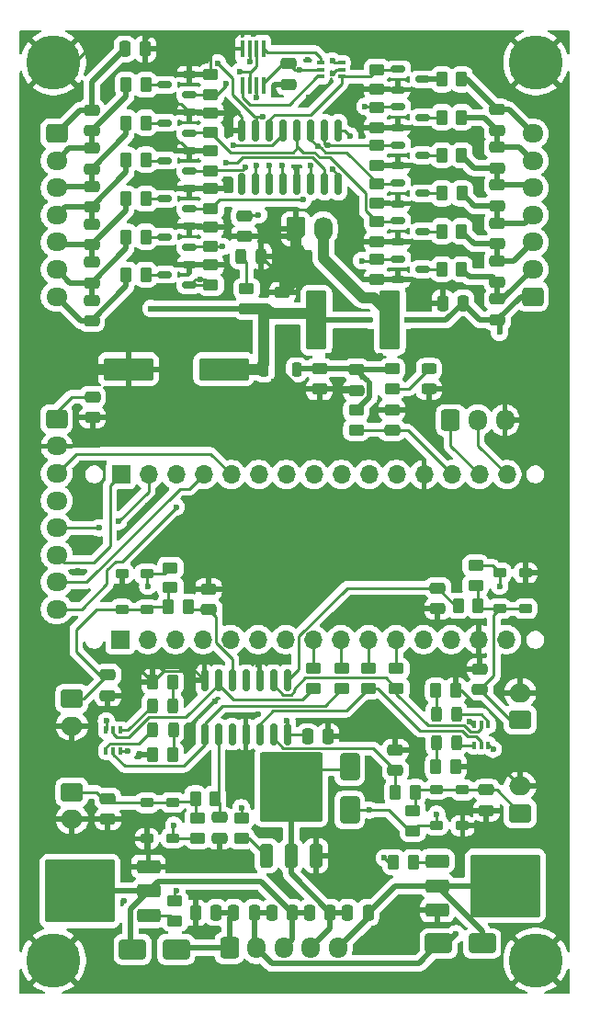
<source format=gbr>
%TF.GenerationSoftware,KiCad,Pcbnew,9.0.0*%
%TF.CreationDate,2025-05-01T21:30:10-04:00*%
%TF.ProjectId,StarterController_Nano,53746172-7465-4724-936f-6e74726f6c6c,rev?*%
%TF.SameCoordinates,Original*%
%TF.FileFunction,Copper,L1,Top*%
%TF.FilePolarity,Positive*%
%FSLAX46Y46*%
G04 Gerber Fmt 4.6, Leading zero omitted, Abs format (unit mm)*
G04 Created by KiCad (PCBNEW 9.0.0) date 2025-05-01 21:30:10*
%MOMM*%
%LPD*%
G01*
G04 APERTURE LIST*
G04 Aperture macros list*
%AMRoundRect*
0 Rectangle with rounded corners*
0 $1 Rounding radius*
0 $2 $3 $4 $5 $6 $7 $8 $9 X,Y pos of 4 corners*
0 Add a 4 corners polygon primitive as box body*
4,1,4,$2,$3,$4,$5,$6,$7,$8,$9,$2,$3,0*
0 Add four circle primitives for the rounded corners*
1,1,$1+$1,$2,$3*
1,1,$1+$1,$4,$5*
1,1,$1+$1,$6,$7*
1,1,$1+$1,$8,$9*
0 Add four rect primitives between the rounded corners*
20,1,$1+$1,$2,$3,$4,$5,0*
20,1,$1+$1,$4,$5,$6,$7,0*
20,1,$1+$1,$6,$7,$8,$9,0*
20,1,$1+$1,$8,$9,$2,$3,0*%
%AMFreePoly0*
4,1,22,0.945671,0.830970,1.026777,0.776777,1.080970,0.695671,1.100000,0.600000,1.100000,-0.600000,1.080970,-0.695671,1.026777,-0.776777,0.945671,-0.830970,0.850000,-0.850000,-0.450000,-0.850000,-0.545671,-0.830970,-0.626777,-0.776777,-1.026777,-0.376777,-1.080970,-0.295671,-1.100000,-0.200000,-1.100000,0.600000,-1.080970,0.695671,-1.026777,0.776777,-0.945671,0.830970,-0.850000,0.850000,
0.850000,0.850000,0.945671,0.830970,0.945671,0.830970,$1*%
%AMFreePoly1*
4,1,9,3.862500,-0.866500,0.737500,-0.866500,0.737500,-0.450000,-0.737500,-0.450000,-0.737500,0.450000,0.737500,0.450000,0.737500,0.866500,3.862500,0.866500,3.862500,-0.866500,3.862500,-0.866500,$1*%
G04 Aperture macros list end*
%TA.AperFunction,SMDPad,CuDef*%
%ADD10RoundRect,0.250000X0.450000X-0.262500X0.450000X0.262500X-0.450000X0.262500X-0.450000X-0.262500X0*%
%TD*%
%TA.AperFunction,SMDPad,CuDef*%
%ADD11RoundRect,0.250000X-0.250000X-0.475000X0.250000X-0.475000X0.250000X0.475000X-0.250000X0.475000X0*%
%TD*%
%TA.AperFunction,SMDPad,CuDef*%
%ADD12RoundRect,0.250000X0.475000X-0.250000X0.475000X0.250000X-0.475000X0.250000X-0.475000X-0.250000X0*%
%TD*%
%TA.AperFunction,SMDPad,CuDef*%
%ADD13RoundRect,0.250000X1.000000X0.650000X-1.000000X0.650000X-1.000000X-0.650000X1.000000X-0.650000X0*%
%TD*%
%TA.AperFunction,SMDPad,CuDef*%
%ADD14RoundRect,0.150000X0.512500X0.150000X-0.512500X0.150000X-0.512500X-0.150000X0.512500X-0.150000X0*%
%TD*%
%TA.AperFunction,ComponentPad*%
%ADD15RoundRect,0.250000X-0.725000X0.600000X-0.725000X-0.600000X0.725000X-0.600000X0.725000X0.600000X0*%
%TD*%
%TA.AperFunction,ComponentPad*%
%ADD16O,1.950000X1.700000*%
%TD*%
%TA.AperFunction,SMDPad,CuDef*%
%ADD17RoundRect,0.250000X-0.475000X0.250000X-0.475000X-0.250000X0.475000X-0.250000X0.475000X0.250000X0*%
%TD*%
%TA.AperFunction,SMDPad,CuDef*%
%ADD18RoundRect,0.150000X-0.512500X-0.150000X0.512500X-0.150000X0.512500X0.150000X-0.512500X0.150000X0*%
%TD*%
%TA.AperFunction,ComponentPad*%
%ADD19RoundRect,0.250000X0.725000X-0.600000X0.725000X0.600000X-0.725000X0.600000X-0.725000X-0.600000X0*%
%TD*%
%TA.AperFunction,SMDPad,CuDef*%
%ADD20RoundRect,0.250000X-0.712500X-2.475000X0.712500X-2.475000X0.712500X2.475000X-0.712500X2.475000X0*%
%TD*%
%TA.AperFunction,SMDPad,CuDef*%
%ADD21RoundRect,0.250000X-0.450000X0.262500X-0.450000X-0.262500X0.450000X-0.262500X0.450000X0.262500X0*%
%TD*%
%TA.AperFunction,SMDPad,CuDef*%
%ADD22RoundRect,0.100000X-0.100000X0.225000X-0.100000X-0.225000X0.100000X-0.225000X0.100000X0.225000X0*%
%TD*%
%TA.AperFunction,SMDPad,CuDef*%
%ADD23RoundRect,0.225000X-0.375000X0.225000X-0.375000X-0.225000X0.375000X-0.225000X0.375000X0.225000X0*%
%TD*%
%TA.AperFunction,SMDPad,CuDef*%
%ADD24RoundRect,0.250000X0.262500X0.450000X-0.262500X0.450000X-0.262500X-0.450000X0.262500X-0.450000X0*%
%TD*%
%TA.AperFunction,SMDPad,CuDef*%
%ADD25RoundRect,0.250000X-1.000000X-0.650000X1.000000X-0.650000X1.000000X0.650000X-1.000000X0.650000X0*%
%TD*%
%TA.AperFunction,SMDPad,CuDef*%
%ADD26RoundRect,0.243750X-0.243750X-0.456250X0.243750X-0.456250X0.243750X0.456250X-0.243750X0.456250X0*%
%TD*%
%TA.AperFunction,SMDPad,CuDef*%
%ADD27RoundRect,0.243750X0.243750X0.456250X-0.243750X0.456250X-0.243750X-0.456250X0.243750X-0.456250X0*%
%TD*%
%TA.AperFunction,SMDPad,CuDef*%
%ADD28RoundRect,0.250000X-0.850000X-0.350000X0.850000X-0.350000X0.850000X0.350000X-0.850000X0.350000X0*%
%TD*%
%TA.AperFunction,SMDPad,CuDef*%
%ADD29RoundRect,0.250000X-1.275000X-1.125000X1.275000X-1.125000X1.275000X1.125000X-1.275000X1.125000X0*%
%TD*%
%TA.AperFunction,SMDPad,CuDef*%
%ADD30RoundRect,0.249997X-2.950003X-2.650003X2.950003X-2.650003X2.950003X2.650003X-2.950003X2.650003X0*%
%TD*%
%TA.AperFunction,SMDPad,CuDef*%
%ADD31RoundRect,0.225000X0.375000X-0.225000X0.375000X0.225000X-0.375000X0.225000X-0.375000X-0.225000X0*%
%TD*%
%TA.AperFunction,SMDPad,CuDef*%
%ADD32R,0.300000X1.600000*%
%TD*%
%TA.AperFunction,ComponentPad*%
%ADD33R,1.700000X1.700000*%
%TD*%
%TA.AperFunction,ComponentPad*%
%ADD34O,1.700000X1.700000*%
%TD*%
%TA.AperFunction,SMDPad,CuDef*%
%ADD35RoundRect,0.250000X-0.262500X-0.450000X0.262500X-0.450000X0.262500X0.450000X-0.262500X0.450000X0*%
%TD*%
%TA.AperFunction,ComponentPad*%
%ADD36RoundRect,0.250000X-0.600000X-0.725000X0.600000X-0.725000X0.600000X0.725000X-0.600000X0.725000X0*%
%TD*%
%TA.AperFunction,ComponentPad*%
%ADD37O,1.700000X1.950000*%
%TD*%
%TA.AperFunction,SMDPad,CuDef*%
%ADD38RoundRect,0.250000X0.250000X0.475000X-0.250000X0.475000X-0.250000X-0.475000X0.250000X-0.475000X0*%
%TD*%
%TA.AperFunction,ComponentPad*%
%ADD39C,5.000000*%
%TD*%
%TA.AperFunction,SMDPad,CuDef*%
%ADD40RoundRect,0.150000X-0.150000X0.825000X-0.150000X-0.825000X0.150000X-0.825000X0.150000X0.825000X0*%
%TD*%
%TA.AperFunction,SMDPad,CuDef*%
%ADD41RoundRect,0.250001X2.049999X0.799999X-2.049999X0.799999X-2.049999X-0.799999X2.049999X-0.799999X0*%
%TD*%
%TA.AperFunction,SMDPad,CuDef*%
%ADD42RoundRect,0.100000X0.225000X0.100000X-0.225000X0.100000X-0.225000X-0.100000X0.225000X-0.100000X0*%
%TD*%
%TA.AperFunction,SMDPad,CuDef*%
%ADD43RoundRect,0.250000X0.350000X-0.850000X0.350000X0.850000X-0.350000X0.850000X-0.350000X-0.850000X0*%
%TD*%
%TA.AperFunction,SMDPad,CuDef*%
%ADD44RoundRect,0.250000X1.125000X-1.275000X1.125000X1.275000X-1.125000X1.275000X-1.125000X-1.275000X0*%
%TD*%
%TA.AperFunction,SMDPad,CuDef*%
%ADD45RoundRect,0.249997X2.650003X-2.950003X2.650003X2.950003X-2.650003X2.950003X-2.650003X-2.950003X0*%
%TD*%
%TA.AperFunction,ComponentPad*%
%ADD46RoundRect,0.250000X0.750000X-0.600000X0.750000X0.600000X-0.750000X0.600000X-0.750000X-0.600000X0*%
%TD*%
%TA.AperFunction,ComponentPad*%
%ADD47O,2.000000X1.700000*%
%TD*%
%TA.AperFunction,SMDPad,CuDef*%
%ADD48RoundRect,0.250000X0.850000X0.350000X-0.850000X0.350000X-0.850000X-0.350000X0.850000X-0.350000X0*%
%TD*%
%TA.AperFunction,SMDPad,CuDef*%
%ADD49RoundRect,0.250000X1.275000X1.125000X-1.275000X1.125000X-1.275000X-1.125000X1.275000X-1.125000X0*%
%TD*%
%TA.AperFunction,SMDPad,CuDef*%
%ADD50RoundRect,0.249997X2.950003X2.650003X-2.950003X2.650003X-2.950003X-2.650003X2.950003X-2.650003X0*%
%TD*%
%TA.AperFunction,ComponentPad*%
%ADD51FreePoly0,90.000000*%
%TD*%
%TA.AperFunction,ComponentPad*%
%ADD52O,1.700000X2.200000*%
%TD*%
%TA.AperFunction,ComponentPad*%
%ADD53RoundRect,0.250000X-0.750000X0.600000X-0.750000X-0.600000X0.750000X-0.600000X0.750000X0.600000X0*%
%TD*%
%TA.AperFunction,SMDPad,CuDef*%
%ADD54RoundRect,0.225000X-0.225000X0.425000X-0.225000X-0.425000X0.225000X-0.425000X0.225000X0.425000X0*%
%TD*%
%TA.AperFunction,SMDPad,CuDef*%
%ADD55FreePoly1,270.000000*%
%TD*%
%TA.AperFunction,SMDPad,CuDef*%
%ADD56RoundRect,0.250000X0.650000X-1.000000X0.650000X1.000000X-0.650000X1.000000X-0.650000X-1.000000X0*%
%TD*%
%TA.AperFunction,SMDPad,CuDef*%
%ADD57RoundRect,0.243750X0.456250X-0.243750X0.456250X0.243750X-0.456250X0.243750X-0.456250X-0.243750X0*%
%TD*%
%TA.AperFunction,ViaPad*%
%ADD58C,0.600000*%
%TD*%
%TA.AperFunction,Conductor*%
%ADD59C,0.250000*%
%TD*%
%TA.AperFunction,Conductor*%
%ADD60C,0.508000*%
%TD*%
%TA.AperFunction,Conductor*%
%ADD61C,1.016000*%
%TD*%
G04 APERTURE END LIST*
D10*
%TO.P,R19,1*%
%TO.N,/Light_Control/Yellow 1*%
X112000000Y-59012500D03*
%TO.P,R19,2*%
%TO.N,GND*%
X112000000Y-57187500D03*
%TD*%
D11*
%TO.P,C12,1*%
%TO.N,+12V*%
X117600000Y-123860000D03*
%TO.P,C12,2*%
%TO.N,/Gate_Control/Gate R Rtn*%
X119500000Y-123860000D03*
%TD*%
D12*
%TO.P,C2,1*%
%TO.N,+12V*%
X118600000Y-68650000D03*
%TO.P,C2,2*%
%TO.N,GND*%
X118600000Y-66750000D03*
%TD*%
D13*
%TO.P,D2,1,K*%
%TO.N,+5V*%
X108800000Y-127250000D03*
%TO.P,D2,2,A*%
%TO.N,/Gate_Control/Gate R Rtn*%
X104800000Y-127250000D03*
%TD*%
D12*
%TO.P,C33,1*%
%TO.N,/~{RESET}*%
X128700000Y-79450000D03*
%TO.P,C33,2*%
%TO.N,GND*%
X128700000Y-77550000D03*
%TD*%
D14*
%TO.P,Q12,1,G*%
%TO.N,/Light_Control/Green R*%
X110037500Y-62550000D03*
%TO.P,Q12,2,S*%
%TO.N,GND*%
X110037500Y-60650000D03*
%TO.P,Q12,3,D*%
%TO.N,Net-(Q12-D)*%
X107762500Y-61600000D03*
%TD*%
D15*
%TO.P,J1,1,Pin_1*%
%TO.N,+3.3V*%
X97800000Y-78400000D03*
D16*
%TO.P,J1,2,Pin_2*%
%TO.N,GND*%
X97800000Y-80900000D03*
%TO.P,J1,3,Pin_3*%
%TO.N,/D8*%
X97800000Y-83400000D03*
%TO.P,J1,4,Pin_4*%
%TO.N,/D13{slash}SCK*%
X97800000Y-85900000D03*
%TO.P,J1,5,Pin_5*%
%TO.N,/\u002AD11{slash}MOSI*%
X97800000Y-88400000D03*
%TO.P,J1,6,Pin_6*%
%TO.N,/D12{slash}MISO*%
X97800000Y-90900000D03*
%TO.P,J1,7,Pin_7*%
%TO.N,/\u002AD9*%
X97800000Y-93400000D03*
%TO.P,J1,8,Pin_8*%
%TO.N,/\u002AD10{slash}SS*%
X97800000Y-95900000D03*
%TD*%
D17*
%TO.P,C7,1*%
%TO.N,+5V*%
X115100000Y-59650000D03*
%TO.P,C7,2*%
%TO.N,GND*%
X115100000Y-61550000D03*
%TD*%
D15*
%TO.P,J4,1,Pin_1*%
%TO.N,+12V*%
X97800000Y-52100000D03*
D16*
%TO.P,J4,2,Pin_2*%
%TO.N,/Light_Control/Light_B_Right*%
X97800000Y-54600000D03*
%TO.P,J4,3,Pin_3*%
%TO.N,/Light_Control/Light_Y3_Right*%
X97800000Y-57100000D03*
%TO.P,J4,4,Pin_4*%
%TO.N,/Light_Control/Light_Y2_Right*%
X97800000Y-59600000D03*
%TO.P,J4,5,Pin_5*%
%TO.N,/Light_Control/Light_Y1_Right*%
X97800000Y-62100000D03*
%TO.P,J4,6,Pin_6*%
%TO.N,/Light_Control/Light_G_Right*%
X97800000Y-64600000D03*
%TO.P,J4,7,Pin_7*%
%TO.N,/Light_Control/Light_R_Right*%
X97800000Y-67100000D03*
%TD*%
D18*
%TO.P,Q4,1,G*%
%TO.N,/Light_Control/Yellow 2*%
X129262500Y-56650000D03*
%TO.P,Q4,2,S*%
%TO.N,GND*%
X129262500Y-58550000D03*
%TO.P,Q4,3,D*%
%TO.N,Net-(Q4-D)*%
X131537500Y-57600000D03*
%TD*%
D19*
%TO.P,J3,1,Pin_1*%
%TO.N,+12V*%
X141649840Y-67100000D03*
D16*
%TO.P,J3,2,Pin_2*%
%TO.N,/Light_Control/Light_B_Left*%
X141649840Y-64600000D03*
%TO.P,J3,3,Pin_3*%
%TO.N,/Light_Control/Light_Y3_Left*%
X141649840Y-62100000D03*
%TO.P,J3,4,Pin_4*%
%TO.N,/Light_Control/Light_Y2_Left*%
X141649840Y-59600000D03*
%TO.P,J3,5,Pin_5*%
%TO.N,/Light_Control/Light_Y1_Left*%
X141649840Y-57100000D03*
%TO.P,J3,6,Pin_6*%
%TO.N,/Light_Control/Light_G_Left*%
X141649840Y-54600000D03*
%TO.P,J3,7,Pin_7*%
%TO.N,/Light_Control/Light_R_Left*%
X141649840Y-52100000D03*
%TD*%
D20*
%TO.P,F1,1*%
%TO.N,+12V*%
X121712500Y-69300000D03*
%TO.P,F1,2*%
%TO.N,/Power/+12VDC*%
X128487500Y-69300000D03*
%TD*%
D10*
%TO.P,R30,1*%
%TO.N,Net-(Q15A-B1)*%
X124100000Y-103212500D03*
%TO.P,R30,2*%
%TO.N,/A5{slash}SCL*%
X124100000Y-101387500D03*
%TD*%
%TO.P,R29,1*%
%TO.N,Net-(D19-A)*%
X128700000Y-75612500D03*
%TO.P,R29,2*%
%TO.N,+5V*%
X128700000Y-73787500D03*
%TD*%
D12*
%TO.P,C25,1*%
%TO.N,/Light_Control/Light_Y2_Left*%
X138400000Y-58750000D03*
%TO.P,C25,2*%
%TO.N,/Light_Control/Light_Y1_Left*%
X138400000Y-56850000D03*
%TD*%
D21*
%TO.P,R6,1*%
%TO.N,+5V*%
X136400000Y-91887500D03*
%TO.P,R6,2*%
%TO.N,/Button_Debounce/TrigS_Raw*%
X136400000Y-93712500D03*
%TD*%
D22*
%TO.P,Q15,1,E1*%
%TO.N,Net-(D12-A)*%
X103650000Y-107050000D03*
%TO.P,Q15,2,B1*%
%TO.N,Net-(Q15B-B1)*%
X103000000Y-107050000D03*
%TO.P,Q15,3,C1*%
%TO.N,+5V*%
X102350000Y-107050000D03*
%TO.P,Q15,4,E1*%
%TO.N,Net-(D14-A)*%
X102350000Y-108950000D03*
%TO.P,Q15,5,B1*%
%TO.N,Net-(Q15A-B1)*%
X103000000Y-108950000D03*
%TO.P,Q15,6,C1*%
%TO.N,+5V*%
X103650000Y-108950000D03*
%TD*%
D17*
%TO.P,C5,1*%
%TO.N,Net-(C5-Pad1)*%
X112800000Y-115100000D03*
%TO.P,C5,2*%
%TO.N,GND*%
X112800000Y-117000000D03*
%TD*%
D11*
%TO.P,C8,1*%
%TO.N,+5V*%
X120900000Y-107650000D03*
%TO.P,C8,2*%
%TO.N,GND*%
X122800000Y-107650000D03*
%TD*%
D17*
%TO.P,C20,1*%
%TO.N,/Light_Control/Light_Y2_Right*%
X101000000Y-60450000D03*
%TO.P,C20,2*%
%TO.N,/Light_Control/Light_Y1_Right*%
X101000000Y-62350000D03*
%TD*%
D21*
%TO.P,R16,1*%
%TO.N,/Light_Control/Green L*%
X127300000Y-49707500D03*
%TO.P,R16,2*%
%TO.N,GND*%
X127300000Y-51532500D03*
%TD*%
D12*
%TO.P,C37,1*%
%TO.N,+12V*%
X138400000Y-69250000D03*
%TO.P,C37,2*%
%TO.N,/Light_Control/Light_B_Left*%
X138400000Y-67350000D03*
%TD*%
D23*
%TO.P,D9,1,K*%
%TO.N,/Button_Debounce/Mode_Raw*%
X135200000Y-112550000D03*
%TO.P,D9,2,A*%
%TO.N,GND*%
X135200000Y-115850000D03*
%TD*%
D12*
%TO.P,C16,1*%
%TO.N,/Button_Debounce/TrigS_Raw*%
X136800000Y-103300000D03*
%TO.P,C16,2*%
%TO.N,GND*%
X136800000Y-101400000D03*
%TD*%
D24*
%TO.P,R34,1*%
%TO.N,/Light_Control/Light_G_Left*%
X135112500Y-50600000D03*
%TO.P,R34,2*%
%TO.N,Net-(Q6-D)*%
X133287500Y-50600000D03*
%TD*%
D14*
%TO.P,Q11,1,G*%
%TO.N,/Light_Control/Yellow 3*%
X110037500Y-52050000D03*
%TO.P,Q11,2,S*%
%TO.N,GND*%
X110037500Y-50150000D03*
%TO.P,Q11,3,D*%
%TO.N,Net-(Q11-D)*%
X107762500Y-51100000D03*
%TD*%
D25*
%TO.P,D3,1,K*%
%TO.N,+12V*%
X133000000Y-126700000D03*
%TO.P,D3,2,A*%
%TO.N,/Gate_Control/Gate Reset Rtn*%
X137000000Y-126700000D03*
%TD*%
D10*
%TO.P,R23,1*%
%TO.N,/Light_Control/Red R*%
X112000000Y-66025000D03*
%TO.P,R23,2*%
%TO.N,GND*%
X112000000Y-64200000D03*
%TD*%
D26*
%TO.P,D6,1,K*%
%TO.N,Net-(D6-K)*%
X132762500Y-108200000D03*
%TO.P,D6,2,A*%
%TO.N,Net-(D6-A)*%
X134637500Y-108200000D03*
%TD*%
D17*
%TO.P,C17,1*%
%TO.N,/Button_Debounce/TrigR_Raw*%
X102500000Y-113350000D03*
%TO.P,C17,2*%
%TO.N,GND*%
X102500000Y-115250000D03*
%TD*%
D27*
%TO.P,D14,1,K*%
%TO.N,Net-(D14-K)*%
X108537500Y-107000000D03*
%TO.P,D14,2,A*%
%TO.N,Net-(D14-A)*%
X106662500Y-107000000D03*
%TD*%
D17*
%TO.P,C9,1*%
%TO.N,+5V*%
X125400000Y-73850000D03*
%TO.P,C9,2*%
%TO.N,GND*%
X125400000Y-75750000D03*
%TD*%
D12*
%TO.P,C6,1*%
%TO.N,Net-(C6-Pad1)*%
X111800000Y-95950000D03*
%TO.P,C6,2*%
%TO.N,GND*%
X111800000Y-94050000D03*
%TD*%
D21*
%TO.P,R13,1*%
%TO.N,/Light_Control/Yellow 1*%
X127300000Y-53207500D03*
%TO.P,R13,2*%
%TO.N,GND*%
X127300000Y-55032500D03*
%TD*%
D28*
%TO.P,Q21,1,G*%
%TO.N,Net-(Q21-G)*%
X132850000Y-119092500D03*
%TO.P,Q21,2,D*%
%TO.N,/Gate_Control/Gate Reset Rtn*%
X132850000Y-121372500D03*
D29*
X137475000Y-119847500D03*
X137475000Y-122897500D03*
D30*
X139150000Y-121372500D03*
D29*
X140825000Y-119847500D03*
X140825000Y-122897500D03*
D28*
%TO.P,Q21,3,S*%
%TO.N,GND*%
X132850000Y-123652500D03*
%TD*%
D11*
%TO.P,C30,1*%
%TO.N,+5V*%
X114100000Y-123860000D03*
%TO.P,C30,2*%
%TO.N,+12V*%
X116000000Y-123860000D03*
%TD*%
D31*
%TO.P,D10,1,K*%
%TO.N,/Button_Debounce/TrigS_Raw*%
X141000000Y-95850000D03*
%TO.P,D10,2,A*%
%TO.N,GND*%
X141000000Y-92550000D03*
%TD*%
D22*
%TO.P,Q16,1,E1*%
%TO.N,Net-(D8-A)*%
X137550000Y-106550000D03*
%TO.P,Q16,2,B1*%
%TO.N,Net-(Q16B-B1)*%
X136900000Y-106550000D03*
%TO.P,Q16,3,C1*%
%TO.N,+5V*%
X136250000Y-106550000D03*
%TO.P,Q16,4,E1*%
%TO.N,Net-(D6-A)*%
X136250000Y-108450000D03*
%TO.P,Q16,5,B1*%
%TO.N,Net-(Q16A-B1)*%
X136900000Y-108450000D03*
%TO.P,Q16,6,C1*%
%TO.N,+5V*%
X137550000Y-108450000D03*
%TD*%
D32*
%TO.P,U3,1*%
%TO.N,/Light_Control/~RedR*%
X116875000Y-44300000D03*
%TO.P,U3,2*%
%TO.N,/Light_Control/Go*%
X116225000Y-44300000D03*
%TO.P,U3,3*%
%TO.N,/Light_Control/Green L*%
X115575000Y-44300000D03*
%TO.P,U3,4,GND*%
%TO.N,GND*%
X114925000Y-44300000D03*
%TO.P,U3,5*%
%TO.N,/Light_Control/~RedL*%
X114925000Y-47700000D03*
%TO.P,U3,6*%
%TO.N,/Light_Control/Go*%
X115575000Y-47700000D03*
%TO.P,U3,7*%
%TO.N,/Light_Control/Green R*%
X116225000Y-47700000D03*
%TO.P,U3,8,VCC*%
%TO.N,+5V*%
X116875000Y-47700000D03*
%TD*%
D10*
%TO.P,R31,1*%
%TO.N,Net-(Q16A-B1)*%
X126500000Y-103212500D03*
%TO.P,R31,2*%
%TO.N,/A6*%
X126500000Y-101387500D03*
%TD*%
D31*
%TO.P,D5,1,K*%
%TO.N,+5V*%
X132800000Y-115805000D03*
%TO.P,D5,2,A*%
%TO.N,/Button_Debounce/Mode_Raw*%
X132800000Y-112505000D03*
%TD*%
D14*
%TO.P,Q13,1,G*%
%TO.N,/Light_Control/Red R*%
X110037500Y-66050000D03*
%TO.P,Q13,2,S*%
%TO.N,GND*%
X110037500Y-64150000D03*
%TO.P,Q13,3,D*%
%TO.N,Net-(Q13-D)*%
X107762500Y-65100000D03*
%TD*%
D21*
%TO.P,R49,1*%
%TO.N,/A1*%
X114800000Y-115157500D03*
%TO.P,R49,2*%
%TO.N,Net-(Q19-G)*%
X114800000Y-116982500D03*
%TD*%
D10*
%TO.P,R11,1*%
%TO.N,+5V*%
X110800000Y-116982500D03*
%TO.P,R11,2*%
%TO.N,/Button_Debounce/TrigR_Raw*%
X110800000Y-115157500D03*
%TD*%
D24*
%TO.P,R2,1*%
%TO.N,/Light_Control/Light_Y2_Left*%
X135125000Y-57600000D03*
%TO.P,R2,2*%
%TO.N,Net-(Q4-D)*%
X133300000Y-57600000D03*
%TD*%
D18*
%TO.P,Q8,1,G*%
%TO.N,/Light_Control/Blue L*%
X129262500Y-63650000D03*
%TO.P,Q8,2,S*%
%TO.N,GND*%
X129262500Y-65550000D03*
%TO.P,Q8,3,D*%
%TO.N,Net-(Q8-D)*%
X131537500Y-64600000D03*
%TD*%
D33*
%TO.P,J13,1,Pin_1*%
%TO.N,/D12{slash}MISO*%
X103710000Y-83500000D03*
D34*
%TO.P,J13,2,Pin_2*%
%TO.N,/\u002AD11{slash}MOSI*%
X106250000Y-83500000D03*
%TO.P,J13,3,Pin_3*%
%TO.N,/\u002AD10{slash}SS*%
X108790000Y-83500000D03*
%TO.P,J13,4,Pin_4*%
%TO.N,/\u002AD9*%
X111330000Y-83500000D03*
%TO.P,J13,5,Pin_5*%
%TO.N,/D8*%
X113870000Y-83500000D03*
%TO.P,J13,6,Pin_6*%
%TO.N,/D7*%
X116410000Y-83500000D03*
%TO.P,J13,7,Pin_7*%
%TO.N,/\u002AD6*%
X118950000Y-83500000D03*
%TO.P,J13,8,Pin_8*%
%TO.N,/\u002AD5*%
X121490000Y-83500000D03*
%TO.P,J13,9,Pin_9*%
%TO.N,/D4*%
X124030000Y-83500000D03*
%TO.P,J13,10,Pin_10*%
%TO.N,/\u002AD3*%
X126570000Y-83500000D03*
%TO.P,J13,11,Pin_11*%
%TO.N,/D2*%
X129110000Y-83500000D03*
%TO.P,J13,12,Pin_12*%
%TO.N,GND*%
X131650000Y-83500000D03*
%TO.P,J13,13,Pin_13*%
%TO.N,/~{RESET}*%
X134190000Y-83500000D03*
%TO.P,J13,14,Pin_14*%
%TO.N,/D0{slash}RX*%
X136730000Y-83500000D03*
%TO.P,J13,15,Pin_15*%
%TO.N,/D1{slash}TX*%
X139270000Y-83500000D03*
%TD*%
D21*
%TO.P,R14,1*%
%TO.N,/Light_Control/Yellow 2*%
X127300000Y-56707500D03*
%TO.P,R14,2*%
%TO.N,GND*%
X127300000Y-58532500D03*
%TD*%
D17*
%TO.P,C4,1*%
%TO.N,Net-(C4-Pad1)*%
X132900000Y-93950000D03*
%TO.P,C4,2*%
%TO.N,GND*%
X132900000Y-95850000D03*
%TD*%
D10*
%TO.P,R20,1*%
%TO.N,/Light_Control/Yellow 2*%
X112000000Y-55512500D03*
%TO.P,R20,2*%
%TO.N,GND*%
X112000000Y-53687500D03*
%TD*%
D35*
%TO.P,R53,1*%
%TO.N,/A2*%
X128837500Y-119200000D03*
%TO.P,R53,2*%
%TO.N,Net-(Q21-G)*%
X130662500Y-119200000D03*
%TD*%
D24*
%TO.P,R41,1*%
%TO.N,Net-(Q13-D)*%
X106012500Y-65100000D03*
%TO.P,R41,2*%
%TO.N,/Light_Control/Light_R_Right*%
X104187500Y-65100000D03*
%TD*%
D36*
%TO.P,J2,1,Pin_1*%
%TO.N,+5V*%
X113700000Y-127100000D03*
D37*
%TO.P,J2,2,Pin_2*%
%TO.N,+12V*%
X116200000Y-127100000D03*
%TO.P,J2,3,Pin_3*%
%TO.N,/Gate_Control/Gate R Rtn*%
X118700000Y-127100000D03*
%TO.P,J2,4,Pin_4*%
%TO.N,/Gate_Control/Gate L Rtn*%
X121200000Y-127100000D03*
%TO.P,J2,5,Pin_5*%
%TO.N,/Gate_Control/Gate Reset Rtn*%
X123700000Y-127100000D03*
%TD*%
D36*
%TO.P,J5,1,Pin_1*%
%TO.N,/D0{slash}RX*%
X134100000Y-78500000D03*
D37*
%TO.P,J5,2,Pin_2*%
%TO.N,/D1{slash}TX*%
X136600000Y-78500000D03*
%TO.P,J5,3,Pin_3*%
%TO.N,GND*%
X139100000Y-78500000D03*
%TD*%
D17*
%TO.P,C10,1*%
%TO.N,+5V*%
X122000000Y-73750000D03*
%TO.P,C10,2*%
%TO.N,GND*%
X122000000Y-75650000D03*
%TD*%
D35*
%TO.P,R25,1*%
%TO.N,/Button_Debounce/TrigR_Raw*%
X110575000Y-113350000D03*
%TO.P,R25,2*%
%TO.N,Net-(C5-Pad1)*%
X112400000Y-113350000D03*
%TD*%
D12*
%TO.P,C3,1*%
%TO.N,Net-(C3-Pad1)*%
X129000000Y-110750000D03*
%TO.P,C3,2*%
%TO.N,GND*%
X129000000Y-108850000D03*
%TD*%
D24*
%TO.P,R37,1*%
%TO.N,Net-(Q9-D)*%
X106012500Y-58100000D03*
%TO.P,R37,2*%
%TO.N,/Light_Control/Light_Y1_Right*%
X104187500Y-58100000D03*
%TD*%
D38*
%TO.P,C13,1*%
%TO.N,+12V*%
X135250000Y-67700000D03*
%TO.P,C13,2*%
%TO.N,GND*%
X133350000Y-67700000D03*
%TD*%
D39*
%TO.P,H2,1,1*%
%TO.N,GND*%
X141949840Y-45563000D03*
%TD*%
D12*
%TO.P,C26,1*%
%TO.N,/Light_Control/Light_Y3_Left*%
X138400000Y-62250000D03*
%TO.P,C26,2*%
%TO.N,/Light_Control/Light_Y2_Left*%
X138400000Y-60350000D03*
%TD*%
%TO.P,C24,1*%
%TO.N,/Light_Control/Light_B_Left*%
X138400000Y-65750000D03*
%TO.P,C24,2*%
%TO.N,/Light_Control/Light_Y3_Left*%
X138400000Y-63850000D03*
%TD*%
D24*
%TO.P,R8,1*%
%TO.N,/Button_Debounce/TrigS_Raw*%
X136612500Y-95600000D03*
%TO.P,R8,2*%
%TO.N,Net-(C4-Pad1)*%
X134787500Y-95600000D03*
%TD*%
D23*
%TO.P,D13,1,K*%
%TO.N,+5V*%
X106100000Y-92650000D03*
%TO.P,D13,2,A*%
%TO.N,/Button_Debounce/TrigL_Raw*%
X106100000Y-95950000D03*
%TD*%
D24*
%TO.P,R10,1*%
%TO.N,Net-(D14-K)*%
X108472500Y-109300000D03*
%TO.P,R10,2*%
%TO.N,GND*%
X106647500Y-109300000D03*
%TD*%
%TO.P,R35,1*%
%TO.N,/Light_Control/Light_R_Left*%
X135112500Y-47100000D03*
%TO.P,R35,2*%
%TO.N,Net-(Q7-D)*%
X133287500Y-47100000D03*
%TD*%
D10*
%TO.P,R5,1*%
%TO.N,+5V*%
X130600000Y-116312500D03*
%TO.P,R5,2*%
%TO.N,/Button_Debounce/Mode_Raw*%
X130600000Y-114487500D03*
%TD*%
D40*
%TO.P,U2,1*%
%TO.N,Net-(C4-Pad1)*%
X119032500Y-102475000D03*
%TO.P,U2,2*%
%TO.N,Net-(Q16B-B1)*%
X117762500Y-102475000D03*
%TO.P,U2,3*%
%TO.N,GND*%
X116492500Y-102475000D03*
%TO.P,U2,4*%
%TO.N,unconnected-(U2-Pad4)*%
X115222500Y-102475000D03*
%TO.P,U2,5*%
%TO.N,Net-(C6-Pad1)*%
X113952500Y-102475000D03*
%TO.P,U2,6*%
%TO.N,Net-(Q15B-B1)*%
X112682500Y-102475000D03*
%TO.P,U2,7,GND*%
%TO.N,GND*%
X111412500Y-102475000D03*
%TO.P,U2,8*%
%TO.N,Net-(Q15A-B1)*%
X111412500Y-107425000D03*
%TO.P,U2,9*%
%TO.N,Net-(C5-Pad1)*%
X112682500Y-107425000D03*
%TO.P,U2,10*%
%TO.N,unconnected-(U2-Pad10)*%
X113952500Y-107425000D03*
%TO.P,U2,11*%
%TO.N,GND*%
X115222500Y-107425000D03*
%TO.P,U2,12*%
%TO.N,Net-(Q16A-B1)*%
X116492500Y-107425000D03*
%TO.P,U2,13*%
%TO.N,Net-(C3-Pad1)*%
X117762500Y-107425000D03*
%TO.P,U2,14,VCC*%
%TO.N,+5V*%
X119032500Y-107425000D03*
%TD*%
D21*
%TO.P,R15,1*%
%TO.N,/Light_Control/Yellow 3*%
X127300000Y-60207500D03*
%TO.P,R15,2*%
%TO.N,GND*%
X127300000Y-62032500D03*
%TD*%
D17*
%TO.P,C29,1*%
%TO.N,+12V*%
X101000000Y-49950000D03*
%TO.P,C29,2*%
%TO.N,/Light_Control/Light_B_Right*%
X101000000Y-51850000D03*
%TD*%
D27*
%TO.P,D12,1,K*%
%TO.N,Net-(D12-K)*%
X108497500Y-104800000D03*
%TO.P,D12,2,A*%
%TO.N,Net-(D12-A)*%
X106622500Y-104800000D03*
%TD*%
%TO.P,D17,1,K*%
%TO.N,GND*%
X116637500Y-63400000D03*
%TO.P,D17,2,A*%
%TO.N,Net-(D17-A)*%
X114762500Y-63400000D03*
%TD*%
D17*
%TO.P,C23,1*%
%TO.N,/Light_Control/Light_Y3_Right*%
X101000000Y-56950000D03*
%TO.P,C23,2*%
%TO.N,/Light_Control/Light_Y2_Right*%
X101000000Y-58850000D03*
%TD*%
D21*
%TO.P,R27,1*%
%TO.N,Net-(D17-A)*%
X115300000Y-66387500D03*
%TO.P,R27,2*%
%TO.N,+12V*%
X115300000Y-68212500D03*
%TD*%
D18*
%TO.P,Q3,1,G*%
%TO.N,/Light_Control/Yellow 1*%
X129262500Y-53150000D03*
%TO.P,Q3,2,S*%
%TO.N,GND*%
X129262500Y-55050000D03*
%TO.P,Q3,3,D*%
%TO.N,Net-(Q3-D)*%
X131537500Y-54100000D03*
%TD*%
D14*
%TO.P,Q14,1,G*%
%TO.N,/Light_Control/Blue R*%
X110037500Y-48550000D03*
%TO.P,Q14,2,S*%
%TO.N,GND*%
X110037500Y-46650000D03*
%TO.P,Q14,3,D*%
%TO.N,Net-(Q14-D)*%
X107762500Y-47600000D03*
%TD*%
D11*
%TO.P,C32,1*%
%TO.N,/Gate_Control/Gate L Rtn*%
X124600000Y-123860000D03*
%TO.P,C32,2*%
%TO.N,/Gate_Control/Gate Reset Rtn*%
X126500000Y-123860000D03*
%TD*%
D17*
%TO.P,C15,1*%
%TO.N,/Button_Debounce/Mode_Raw*%
X137400000Y-112555000D03*
%TO.P,C15,2*%
%TO.N,GND*%
X137400000Y-114455000D03*
%TD*%
D10*
%TO.P,R28,1*%
%TO.N,Net-(Q15B-B1)*%
X121420000Y-103212500D03*
%TO.P,R28,2*%
%TO.N,/A4{slash}SDA*%
X121420000Y-101387500D03*
%TD*%
D17*
%TO.P,C21,1*%
%TO.N,/Light_Control/Light_G_Right*%
X101000000Y-67450000D03*
%TO.P,C21,2*%
%TO.N,/Light_Control/Light_R_Right*%
X101000000Y-69350000D03*
%TD*%
D41*
%TO.P,C34,1*%
%TO.N,+12V*%
X113200000Y-73800000D03*
%TO.P,C34,2*%
%TO.N,GND*%
X104400000Y-73800000D03*
%TD*%
D24*
%TO.P,R40,1*%
%TO.N,Net-(Q12-D)*%
X106012500Y-61600000D03*
%TO.P,R40,2*%
%TO.N,/Light_Control/Light_G_Right*%
X104187500Y-61600000D03*
%TD*%
D18*
%TO.P,Q6,1,G*%
%TO.N,/Light_Control/Green L*%
X129262500Y-49650000D03*
%TO.P,Q6,2,S*%
%TO.N,GND*%
X129262500Y-51550000D03*
%TO.P,Q6,3,D*%
%TO.N,Net-(Q6-D)*%
X131537500Y-50600000D03*
%TD*%
D24*
%TO.P,R36,1*%
%TO.N,/Light_Control/Light_B_Left*%
X135112500Y-64600000D03*
%TO.P,R36,2*%
%TO.N,Net-(Q8-D)*%
X133287500Y-64600000D03*
%TD*%
D31*
%TO.P,D16,1,K*%
%TO.N,/Button_Debounce/TrigL_Raw*%
X103800000Y-95905000D03*
%TO.P,D16,2,A*%
%TO.N,GND*%
X103800000Y-92605000D03*
%TD*%
D42*
%TO.P,U1,1*%
%TO.N,/Light_Control/Red L*%
X124050000Y-46850000D03*
%TO.P,U1,2,GND*%
%TO.N,GND*%
X124050000Y-46200000D03*
%TO.P,U1,3*%
%TO.N,/Light_Control/Red R*%
X124050000Y-45550000D03*
%TO.P,U1,4*%
%TO.N,/Light_Control/~RedR*%
X122150000Y-45550000D03*
%TO.P,U1,5,VCC*%
%TO.N,+5V*%
X122150000Y-46200000D03*
%TO.P,U1,6*%
%TO.N,/Light_Control/~RedL*%
X122150000Y-46850000D03*
%TD*%
D43*
%TO.P,Q19,1,G*%
%TO.N,Net-(Q19-G)*%
X117120000Y-118600000D03*
%TO.P,Q19,2,D*%
%TO.N,/Gate_Control/Gate L Rtn*%
X119400000Y-118600000D03*
D44*
X117875000Y-113975000D03*
X120925000Y-113975000D03*
D45*
X119400000Y-112300000D03*
D44*
X117875000Y-110625000D03*
X120925000Y-110625000D03*
D43*
%TO.P,Q19,3,S*%
%TO.N,GND*%
X121680000Y-118600000D03*
%TD*%
D35*
%TO.P,R4,1*%
%TO.N,Net-(D8-K)*%
X132747500Y-103400000D03*
%TO.P,R4,2*%
%TO.N,GND*%
X134572500Y-103400000D03*
%TD*%
D21*
%TO.P,R51,1*%
%TO.N,/A0*%
X108700000Y-122787500D03*
%TO.P,R51,2*%
%TO.N,Net-(Q20-G)*%
X108700000Y-124612500D03*
%TD*%
D11*
%TO.P,C31,1*%
%TO.N,/Gate_Control/Gate R Rtn*%
X121100000Y-123860000D03*
%TO.P,C31,2*%
%TO.N,/Gate_Control/Gate L Rtn*%
X123000000Y-123860000D03*
%TD*%
%TO.P,C36,1*%
%TO.N,GND*%
X110600000Y-123860000D03*
%TO.P,C36,2*%
%TO.N,+5V*%
X112500000Y-123860000D03*
%TD*%
D18*
%TO.P,Q5,1,G*%
%TO.N,/Light_Control/Yellow 3*%
X129262500Y-60150000D03*
%TO.P,Q5,2,S*%
%TO.N,GND*%
X129262500Y-62050000D03*
%TO.P,Q5,3,D*%
%TO.N,Net-(Q5-D)*%
X131537500Y-61100000D03*
%TD*%
D10*
%TO.P,R21,1*%
%TO.N,/Light_Control/Yellow 3*%
X112000000Y-52012500D03*
%TO.P,R21,2*%
%TO.N,GND*%
X112000000Y-50187500D03*
%TD*%
%TO.P,R32,1*%
%TO.N,Net-(Q16B-B1)*%
X129100000Y-103212500D03*
%TO.P,R32,2*%
%TO.N,/A7*%
X129100000Y-101387500D03*
%TD*%
D46*
%TO.P,J9,1,Pin_1*%
%TO.N,/Button_Debounce/TrigS_Raw*%
X140500000Y-106100000D03*
D47*
%TO.P,J9,2,Pin_2*%
%TO.N,GND*%
X140500000Y-103600000D03*
%TD*%
D24*
%TO.P,R33,1*%
%TO.N,/Light_Control/Light_Y3_Left*%
X135112500Y-61100000D03*
%TO.P,R33,2*%
%TO.N,Net-(Q5-D)*%
X133287500Y-61100000D03*
%TD*%
%TO.P,R7,1*%
%TO.N,/Button_Debounce/Mode_Raw*%
X130812500Y-112755000D03*
%TO.P,R7,2*%
%TO.N,Net-(C3-Pad1)*%
X128987500Y-112755000D03*
%TD*%
%TO.P,R38,1*%
%TO.N,Net-(Q10-D)*%
X106012500Y-54500000D03*
%TO.P,R38,2*%
%TO.N,/Light_Control/Light_Y2_Right*%
X104187500Y-54500000D03*
%TD*%
%TO.P,R42,1*%
%TO.N,Net-(Q14-D)*%
X106012500Y-47600000D03*
%TO.P,R42,2*%
%TO.N,/Light_Control/Light_B_Right*%
X104187500Y-47600000D03*
%TD*%
D48*
%TO.P,Q20,1,G*%
%TO.N,Net-(Q20-G)*%
X106250000Y-124157500D03*
%TO.P,Q20,2,D*%
%TO.N,/Gate_Control/Gate R Rtn*%
X106250000Y-121877500D03*
D49*
X101625000Y-123402500D03*
X101625000Y-120352500D03*
D50*
X99950000Y-121877500D03*
D49*
X98275000Y-123402500D03*
X98275000Y-120352500D03*
D48*
%TO.P,Q20,3,S*%
%TO.N,GND*%
X106250000Y-119597500D03*
%TD*%
D18*
%TO.P,Q7,1,G*%
%TO.N,/Light_Control/Red L*%
X129262500Y-46150000D03*
%TO.P,Q7,2,S*%
%TO.N,GND*%
X129262500Y-48050000D03*
%TO.P,Q7,3,D*%
%TO.N,Net-(Q7-D)*%
X131537500Y-47100000D03*
%TD*%
D40*
%TO.P,U4,1,QB*%
%TO.N,/Light_Control/Blue L*%
X123745000Y-51800000D03*
%TO.P,U4,2,QC*%
%TO.N,/Light_Control/Yellow 1*%
X122475000Y-51800000D03*
%TO.P,U4,3,QD*%
%TO.N,/Light_Control/Yellow 2*%
X121205000Y-51800000D03*
%TO.P,U4,4,QE*%
%TO.N,/Light_Control/Yellow 3*%
X119935000Y-51800000D03*
%TO.P,U4,5,QF*%
%TO.N,/Light_Control/Go*%
X118665000Y-51800000D03*
%TO.P,U4,6,QG*%
%TO.N,/Light_Control/Red L*%
X117395000Y-51800000D03*
%TO.P,U4,7,QH*%
%TO.N,/Light_Control/Red R*%
X116125000Y-51800000D03*
%TO.P,U4,8,GND*%
%TO.N,GND*%
X114855000Y-51800000D03*
%TO.P,U4,9,QH'*%
%TO.N,unconnected-(U4-QH&apos;-Pad9)*%
X114855000Y-56750000D03*
%TO.P,U4,10,~{SRCLR}*%
%TO.N,+5V*%
X116125000Y-56750000D03*
%TO.P,U4,11,SRCLK*%
%TO.N,/D4*%
X117395000Y-56750000D03*
%TO.P,U4,12,RCLK*%
%TO.N,/\u002AD3*%
X118665000Y-56750000D03*
%TO.P,U4,13,~{OE}*%
%TO.N,GND*%
X119935000Y-56750000D03*
%TO.P,U4,14,SER*%
%TO.N,/D2*%
X121205000Y-56750000D03*
%TO.P,U4,15,QA*%
%TO.N,/Light_Control/Blue R*%
X122475000Y-56750000D03*
%TO.P,U4,16,VCC*%
%TO.N,+5V*%
X123745000Y-56750000D03*
%TD*%
D26*
%TO.P,D8,1,K*%
%TO.N,Net-(D8-K)*%
X132762500Y-105600000D03*
%TO.P,D8,2,A*%
%TO.N,Net-(D8-A)*%
X134637500Y-105600000D03*
%TD*%
D51*
%TO.P,J6,1,Pin_1*%
%TO.N,GND*%
X119850000Y-60870000D03*
D52*
%TO.P,J6,2,Pin_2*%
%TO.N,/Power/+12VDC*%
X122350000Y-60870000D03*
%TD*%
D10*
%TO.P,R24,1*%
%TO.N,/Light_Control/Blue R*%
X112000000Y-48512500D03*
%TO.P,R24,2*%
%TO.N,GND*%
X112000000Y-46687500D03*
%TD*%
D23*
%TO.P,D15,1,K*%
%TO.N,/Button_Debounce/TrigR_Raw*%
X106100000Y-113750000D03*
%TO.P,D15,2,A*%
%TO.N,GND*%
X106100000Y-117050000D03*
%TD*%
D24*
%TO.P,R39,1*%
%TO.N,Net-(Q11-D)*%
X106012500Y-51100000D03*
%TO.P,R39,2*%
%TO.N,/Light_Control/Light_Y3_Right*%
X104187500Y-51100000D03*
%TD*%
D17*
%TO.P,C22,1*%
%TO.N,/Light_Control/Light_Y1_Right*%
X101000000Y-63950000D03*
%TO.P,C22,2*%
%TO.N,/Light_Control/Light_G_Right*%
X101000000Y-65850000D03*
%TD*%
D21*
%TO.P,R12,1*%
%TO.N,+5V*%
X108270000Y-92087500D03*
%TO.P,R12,2*%
%TO.N,/Button_Debounce/TrigL_Raw*%
X108270000Y-93912500D03*
%TD*%
D53*
%TO.P,J10,1,Pin_1*%
%TO.N,/Button_Debounce/TrigR_Raw*%
X99200000Y-112750000D03*
D47*
%TO.P,J10,2,Pin_2*%
%TO.N,GND*%
X99200000Y-115250000D03*
%TD*%
D31*
%TO.P,D11,1,K*%
%TO.N,+5V*%
X108500000Y-117005000D03*
%TO.P,D11,2,A*%
%TO.N,/Button_Debounce/TrigR_Raw*%
X108500000Y-113705000D03*
%TD*%
D54*
%TO.P,U5,1,OUT*%
%TO.N,+5V*%
X119900000Y-73850000D03*
D55*
%TO.P,U5,2,GND*%
%TO.N,GND*%
X118400000Y-73937500D03*
D54*
%TO.P,U5,3,IN*%
%TO.N,+12V*%
X116900000Y-73850000D03*
%TD*%
D17*
%TO.P,C14,1*%
%TO.N,/Button_Debounce/TrigL_Raw*%
X102500000Y-101950000D03*
%TO.P,C14,2*%
%TO.N,GND*%
X102500000Y-103850000D03*
%TD*%
%TO.P,C35,1*%
%TO.N,+3.3V*%
X101100000Y-76350000D03*
%TO.P,C35,2*%
%TO.N,GND*%
X101100000Y-78250000D03*
%TD*%
D53*
%TO.P,J7,1,Pin_1*%
%TO.N,/Button_Debounce/TrigL_Raw*%
X99200000Y-104150000D03*
D47*
%TO.P,J7,2,Pin_2*%
%TO.N,GND*%
X99200000Y-106650000D03*
%TD*%
D21*
%TO.P,R17,1*%
%TO.N,/Light_Control/Red L*%
X127300000Y-46207500D03*
%TO.P,R17,2*%
%TO.N,GND*%
X127300000Y-48032500D03*
%TD*%
D14*
%TO.P,Q10,1,G*%
%TO.N,/Light_Control/Yellow 2*%
X110037500Y-55550000D03*
%TO.P,Q10,2,S*%
%TO.N,GND*%
X110037500Y-53650000D03*
%TO.P,Q10,3,D*%
%TO.N,Net-(Q10-D)*%
X107762500Y-54600000D03*
%TD*%
D17*
%TO.P,C11,1*%
%TO.N,+5V*%
X119200000Y-45650000D03*
%TO.P,C11,2*%
%TO.N,GND*%
X119200000Y-47550000D03*
%TD*%
D39*
%TO.P,H4,1,1*%
%TO.N,GND*%
X141949840Y-128240000D03*
%TD*%
%TO.P,H3,1,1*%
%TO.N,GND*%
X97500000Y-128240000D03*
%TD*%
D12*
%TO.P,C28,1*%
%TO.N,/Light_Control/Light_G_Left*%
X138400000Y-51800000D03*
%TO.P,C28,2*%
%TO.N,/Light_Control/Light_R_Left*%
X138400000Y-49900000D03*
%TD*%
D56*
%TO.P,D1,1,K*%
%TO.N,+5V*%
X124800000Y-114400000D03*
%TO.P,D1,2,A*%
%TO.N,/Gate_Control/Gate L Rtn*%
X124800000Y-110400000D03*
%TD*%
D17*
%TO.P,C19,1*%
%TO.N,/Light_Control/Light_B_Right*%
X101000000Y-53450000D03*
%TO.P,C19,2*%
%TO.N,/Light_Control/Light_Y3_Right*%
X101000000Y-55350000D03*
%TD*%
D33*
%TO.P,J12,1,Pin_1*%
%TO.N,/D13{slash}SCK*%
X103670000Y-98705000D03*
D34*
%TO.P,J12,2,Pin_2*%
%TO.N,+3.3V*%
X106210000Y-98705000D03*
%TO.P,J12,3,Pin_3*%
%TO.N,/AREF*%
X108750000Y-98705000D03*
%TO.P,J12,4,Pin_4*%
%TO.N,/A0*%
X111290000Y-98705000D03*
%TO.P,J12,5,Pin_5*%
%TO.N,/A1*%
X113830000Y-98705000D03*
%TO.P,J12,6,Pin_6*%
%TO.N,/A2*%
X116370000Y-98705000D03*
%TO.P,J12,7,Pin_7*%
%TO.N,/A3*%
X118910000Y-98705000D03*
%TO.P,J12,8,Pin_8*%
%TO.N,/A4{slash}SDA*%
X121450000Y-98705000D03*
%TO.P,J12,9,Pin_9*%
%TO.N,/A5{slash}SCL*%
X123990000Y-98705000D03*
%TO.P,J12,10,Pin_10*%
%TO.N,/A6*%
X126530000Y-98705000D03*
%TO.P,J12,11,Pin_11*%
%TO.N,/A7*%
X129070000Y-98705000D03*
%TO.P,J12,12,Pin_12*%
%TO.N,/+5VDC*%
X131610000Y-98705000D03*
%TO.P,J12,13,Pin_13*%
%TO.N,/~{RESET}*%
X134150000Y-98705000D03*
%TO.P,J12,14,Pin_14*%
%TO.N,GND*%
X136690000Y-98705000D03*
%TO.P,J12,15,Pin_15*%
%TO.N,+12V*%
X139230000Y-98705000D03*
%TD*%
D46*
%TO.P,J8,1,Pin_1*%
%TO.N,/Button_Debounce/Mode_Raw*%
X140500000Y-114700000D03*
D47*
%TO.P,J8,2,Pin_2*%
%TO.N,GND*%
X140500000Y-112200000D03*
%TD*%
D14*
%TO.P,Q9,1,G*%
%TO.N,/Light_Control/Yellow 1*%
X110037500Y-59050000D03*
%TO.P,Q9,2,S*%
%TO.N,GND*%
X110037500Y-57150000D03*
%TO.P,Q9,3,D*%
%TO.N,Net-(Q9-D)*%
X107762500Y-58100000D03*
%TD*%
D35*
%TO.P,R26,1*%
%TO.N,/Button_Debounce/TrigL_Raw*%
X108087500Y-95700000D03*
%TO.P,R26,2*%
%TO.N,Net-(C6-Pad1)*%
X109912500Y-95700000D03*
%TD*%
D23*
%TO.P,D7,1,K*%
%TO.N,+5V*%
X138600000Y-92550000D03*
%TO.P,D7,2,A*%
%TO.N,/Button_Debounce/TrigS_Raw*%
X138600000Y-95850000D03*
%TD*%
D24*
%TO.P,R9,1*%
%TO.N,Net-(D12-K)*%
X108472500Y-102600000D03*
%TO.P,R9,2*%
%TO.N,GND*%
X106647500Y-102600000D03*
%TD*%
D21*
%TO.P,R18,1*%
%TO.N,/Light_Control/Blue L*%
X127300000Y-63707500D03*
%TO.P,R18,2*%
%TO.N,GND*%
X127300000Y-65532500D03*
%TD*%
D11*
%TO.P,C18,1*%
%TO.N,+12V*%
X104050000Y-44300000D03*
%TO.P,C18,2*%
%TO.N,GND*%
X105950000Y-44300000D03*
%TD*%
D24*
%TO.P,R1,1*%
%TO.N,/Light_Control/Light_Y1_Left*%
X135112500Y-54100000D03*
%TO.P,R1,2*%
%TO.N,Net-(Q3-D)*%
X133287500Y-54100000D03*
%TD*%
D35*
%TO.P,R3,1*%
%TO.N,Net-(D6-K)*%
X132747500Y-110433333D03*
%TO.P,R3,2*%
%TO.N,GND*%
X134572500Y-110433333D03*
%TD*%
D57*
%TO.P,D19,1,K*%
%TO.N,GND*%
X132100000Y-75637500D03*
%TO.P,D19,2,A*%
%TO.N,Net-(D19-A)*%
X132100000Y-73762500D03*
%TD*%
D10*
%TO.P,R22,1*%
%TO.N,/Light_Control/Green R*%
X112000000Y-62512500D03*
%TO.P,R22,2*%
%TO.N,GND*%
X112000000Y-60687500D03*
%TD*%
D12*
%TO.P,C27,1*%
%TO.N,/Light_Control/Light_Y1_Left*%
X138400000Y-55250000D03*
%TO.P,C27,2*%
%TO.N,/Light_Control/Light_G_Left*%
X138400000Y-53350000D03*
%TD*%
D39*
%TO.P,H1,1,1*%
%TO.N,GND*%
X97500000Y-45563000D03*
%TD*%
D10*
%TO.P,R43,1*%
%TO.N,/~{RESET}*%
X125400000Y-79412500D03*
%TO.P,R43,2*%
%TO.N,+5V*%
X125400000Y-77587500D03*
%TD*%
D58*
%TO.N,GND*%
X99800000Y-94600000D03*
X95100000Y-125200000D03*
X112800000Y-119000000D03*
X123250000Y-79000000D03*
X144600000Y-109200000D03*
X123263842Y-46532239D03*
X115750000Y-79500000D03*
X108750000Y-76500000D03*
X107200000Y-59900000D03*
X116400000Y-101000000D03*
X144600000Y-47800000D03*
X94800000Y-55200000D03*
X127400000Y-106800000D03*
X122800000Y-72600000D03*
X144600000Y-120000000D03*
X99000000Y-73750000D03*
X134100000Y-55800000D03*
X107100000Y-63400000D03*
X109000000Y-71000000D03*
X102400000Y-130800000D03*
X111600000Y-43400000D03*
X127100000Y-92800000D03*
X95000000Y-43000000D03*
X144600000Y-58600000D03*
X136300000Y-110400000D03*
X126400000Y-43000000D03*
X94800000Y-66000000D03*
X112200000Y-130800000D03*
X137000000Y-130800000D03*
X105600000Y-109300000D03*
X105800000Y-52900000D03*
X140800000Y-109200000D03*
X101800000Y-43200000D03*
X115900000Y-42900000D03*
X144600000Y-113000000D03*
X144600000Y-117000000D03*
X144600000Y-100200000D03*
X144600000Y-50800000D03*
X144600000Y-95800000D03*
X144600000Y-105000000D03*
X103700000Y-86200000D03*
X144600000Y-54400000D03*
X117900000Y-47700000D03*
X115750000Y-93250000D03*
X134100000Y-48900000D03*
X104800000Y-101400000D03*
X99800000Y-90000000D03*
X135450000Y-114350000D03*
X95100000Y-103400000D03*
X106400000Y-43000000D03*
X130900000Y-110400000D03*
X94800000Y-61200000D03*
X115750000Y-87000000D03*
X119200000Y-71200000D03*
X113800000Y-57100000D03*
X134400000Y-66200000D03*
X120900000Y-45300000D03*
X119875000Y-55200000D03*
X132000000Y-43000000D03*
X135250000Y-71750000D03*
X134100000Y-52300000D03*
X118200000Y-120800000D03*
X131200000Y-104200000D03*
X144600000Y-70400000D03*
X123200000Y-44300000D03*
X134100000Y-62900000D03*
X95000000Y-130800000D03*
X110000000Y-106600000D03*
X94800000Y-71400000D03*
X104200000Y-119800000D03*
X144600000Y-74400000D03*
X144600000Y-66600000D03*
X127100000Y-96000000D03*
X123700000Y-118600000D03*
X144600000Y-63000000D03*
X130547500Y-123652500D03*
X101600000Y-80800000D03*
X132000000Y-130800000D03*
X102500000Y-116600000D03*
X99200000Y-108200000D03*
X144600000Y-43000000D03*
X144600000Y-77800000D03*
X94800000Y-84000000D03*
X118800000Y-130800000D03*
X137250000Y-87000000D03*
X133600000Y-101000000D03*
X112400000Y-104400000D03*
X95200000Y-89700000D03*
X106800000Y-130800000D03*
X122900000Y-106300000D03*
X127600000Y-72600000D03*
X110600000Y-122500000D03*
X105600000Y-49400000D03*
X104000000Y-122800000D03*
X106200000Y-86400000D03*
X134200000Y-59400000D03*
X94800000Y-78000000D03*
X95000000Y-96900000D03*
X94800000Y-118000000D03*
X94800000Y-49400000D03*
X126500000Y-87000000D03*
X137400000Y-43000000D03*
X144600000Y-81400000D03*
X110900000Y-125600000D03*
X113800000Y-65000000D03*
X126200000Y-130800000D03*
X100800000Y-85900000D03*
X144600000Y-86200000D03*
X95100000Y-111400000D03*
X103800000Y-94300000D03*
X144600000Y-124600000D03*
X105600000Y-115400000D03*
X144400000Y-130800000D03*
X116400000Y-105600000D03*
X119750000Y-64500000D03*
X113800000Y-60600000D03*
X121000000Y-48800000D03*
X136400000Y-104700000D03*
X104000000Y-111600000D03*
X118000000Y-116400000D03*
X106000000Y-56400000D03*
X144600000Y-91200000D03*
X99800000Y-92400000D03*
X140500000Y-101500000D03*
%TO.N,+5V*%
X119000000Y-106200000D03*
X123208058Y-55391942D03*
X135800000Y-106225000D03*
X126025000Y-74475000D03*
X116200000Y-55000000D03*
X120200000Y-46200000D03*
X126600000Y-114400000D03*
X102382809Y-106200000D03*
X116400000Y-59600000D03*
X104350000Y-108950000D03*
X132800000Y-114800000D03*
X106200000Y-93800000D03*
X138000000Y-108800000D03*
X138600000Y-93800000D03*
X108600000Y-115800000D03*
%TO.N,/A2*%
X128000000Y-118800000D03*
%TO.N,/A1*%
X114800000Y-114200000D03*
%TO.N,/A0*%
X108800000Y-121800000D03*
%TO.N,/\u002AD11{slash}MOSI*%
X101700000Y-88400000D03*
X103500000Y-87800000D03*
%TO.N,+12V*%
X130100000Y-69300000D03*
X106500000Y-68212500D03*
X126725000Y-69300000D03*
X134600000Y-125800000D03*
X138600000Y-70400000D03*
%TO.N,/\u002AD3*%
X118600000Y-55000000D03*
%TO.N,/\u002AD10{slash}SS*%
X108800000Y-86500000D03*
%TO.N,/D4*%
X117400000Y-55000000D03*
%TO.N,/D2*%
X121200000Y-55000000D03*
%TO.N,/Light_Control/Yellow 1*%
X122792500Y-53207500D03*
X120500000Y-58200000D03*
%TO.N,/Light_Control/Yellow 2*%
X121845204Y-53270911D03*
X115200000Y-55200000D03*
%TO.N,/Light_Control/Green L*%
X126200000Y-49600000D03*
X115600000Y-45500000D03*
%TO.N,/Light_Control/Blue L*%
X124800000Y-52300000D03*
X125900000Y-63800000D03*
%TO.N,/Light_Control/Green R*%
X113100000Y-62500000D03*
X116225000Y-48800000D03*
%TO.N,/Light_Control/Red R*%
X116771981Y-50525000D03*
X112625000Y-45600000D03*
X123200000Y-45400000D03*
X111000000Y-65500000D03*
%TO.N,/Light_Control/Blue R*%
X113400000Y-54800000D03*
X113400000Y-47500000D03*
%TO.N,/Light_Control/Go*%
X114048192Y-53176808D03*
X114700000Y-46361500D03*
%TD*%
D59*
%TO.N,GND*%
X112000000Y-50187500D02*
X110075000Y-50187500D01*
X127300000Y-55032500D02*
X129245000Y-55032500D01*
X110511500Y-101574000D02*
X107673500Y-101574000D01*
X126800000Y-106200000D02*
X127400000Y-106800000D01*
X105950000Y-44300000D02*
X105950000Y-43450000D01*
X136800000Y-101400000D02*
X136800000Y-98815000D01*
X114950000Y-94050000D02*
X115750000Y-93250000D01*
X117900000Y-47700000D02*
X119050000Y-47700000D01*
X119170000Y-61550000D02*
X119850000Y-60870000D01*
X110075000Y-60687500D02*
X110037500Y-60650000D01*
D60*
X122000000Y-75650000D02*
X120082100Y-75650000D01*
D59*
X129245000Y-51532500D02*
X129262500Y-51550000D01*
X136800000Y-101400000D02*
X134000000Y-101400000D01*
X106250000Y-119597500D02*
X104402500Y-119597500D01*
X112000000Y-46687500D02*
X110075000Y-46687500D01*
X114487500Y-50187500D02*
X112000000Y-50187500D01*
X119935000Y-56750000D02*
X119935000Y-55260000D01*
X113712500Y-57187500D02*
X113800000Y-57100000D01*
X111800000Y-94050000D02*
X114950000Y-94050000D01*
D60*
X115100000Y-61550000D02*
X119170000Y-61550000D01*
D59*
X141949840Y-128240000D02*
X139389840Y-130800000D01*
X99050000Y-73800000D02*
X99000000Y-73750000D01*
X116400000Y-101000000D02*
X116400000Y-101015000D01*
X117737500Y-64500000D02*
X119750000Y-64500000D01*
X130547500Y-123652500D02*
X132850000Y-123652500D01*
X110037500Y-50150000D02*
X109287500Y-49400000D01*
X129245000Y-62032500D02*
X129262500Y-62050000D01*
X140500000Y-103600000D02*
X140500000Y-101500000D01*
X112000000Y-53687500D02*
X110075000Y-53687500D01*
D61*
X118600000Y-66750000D02*
X119750000Y-65600000D01*
D59*
X104800000Y-101400000D02*
X105447500Y-101400000D01*
X111412500Y-102475000D02*
X110511500Y-101574000D01*
X123700000Y-118600000D02*
X121680000Y-118600000D01*
X139389840Y-130800000D02*
X137000000Y-130800000D01*
X127300000Y-58532500D02*
X129245000Y-58532500D01*
X95100000Y-125840000D02*
X95100000Y-125200000D01*
X119200000Y-47550000D02*
X119750000Y-47550000D01*
X129245000Y-48032500D02*
X129262500Y-48050000D01*
D60*
X122000000Y-75650000D02*
X125300000Y-75650000D01*
D59*
X105447500Y-101400000D02*
X106647500Y-102600000D01*
X124050000Y-46200000D02*
X123596081Y-46200000D01*
X99200000Y-115250000D02*
X102500000Y-115250000D01*
X107673500Y-101574000D02*
X106647500Y-102600000D01*
X122800000Y-107650000D02*
X122800000Y-106400000D01*
X101500000Y-80900000D02*
X101600000Y-80800000D01*
X123000000Y-106200000D02*
X126800000Y-106200000D01*
X119750000Y-64500000D02*
X119850000Y-64400000D01*
X129245000Y-55032500D02*
X129262500Y-55050000D01*
D60*
X120082100Y-75650000D02*
X118400000Y-73967900D01*
D61*
X104400000Y-73800000D02*
X99050000Y-73800000D01*
D59*
X141949840Y-45563000D02*
X139386840Y-43000000D01*
X112000000Y-57187500D02*
X113712500Y-57187500D01*
X134000000Y-101400000D02*
X133600000Y-101000000D01*
X97800000Y-80900000D02*
X101500000Y-80900000D01*
D60*
X118400000Y-73937500D02*
X118400000Y-76850000D01*
D59*
X112000000Y-60687500D02*
X113712500Y-60687500D01*
X114855000Y-51800000D02*
X114855000Y-50555000D01*
X119935000Y-55260000D02*
X119875000Y-55200000D01*
X111600000Y-43400000D02*
X112000000Y-43800000D01*
X106250000Y-119597500D02*
X106250000Y-117200000D01*
X135100000Y-103400000D02*
X136400000Y-104700000D01*
X106250000Y-117200000D02*
X106100000Y-117050000D01*
X136266667Y-110433333D02*
X136300000Y-110400000D01*
X119050000Y-47700000D02*
X119200000Y-47550000D01*
X136800000Y-98815000D02*
X136690000Y-98705000D01*
X137295000Y-114350000D02*
X137400000Y-114455000D01*
X116400000Y-101015000D02*
X116492500Y-101107500D01*
X135450000Y-114350000D02*
X137295000Y-114350000D01*
D61*
X119750000Y-65600000D02*
X119750000Y-64500000D01*
D59*
X103800000Y-92605000D02*
X103800000Y-94300000D01*
X127300000Y-62032500D02*
X129245000Y-62032500D01*
X135450000Y-114350000D02*
X135200000Y-114600000D01*
X99437000Y-45563000D02*
X101800000Y-43200000D01*
X110075000Y-50187500D02*
X110037500Y-50150000D01*
X112800000Y-117000000D02*
X112800000Y-119000000D01*
X110037500Y-53650000D02*
X109287500Y-52900000D01*
X138700000Y-110400000D02*
X136300000Y-110400000D01*
X110075000Y-53687500D02*
X110037500Y-53650000D01*
D61*
X119850000Y-64400000D02*
X119850000Y-60870000D01*
D59*
X129245000Y-65532500D02*
X129262500Y-65550000D01*
X134572500Y-110433333D02*
X136266667Y-110433333D01*
X104402500Y-119597500D02*
X104200000Y-119800000D01*
X122900000Y-106300000D02*
X123000000Y-106200000D01*
X97500000Y-128240000D02*
X95100000Y-125840000D01*
X127300000Y-51532500D02*
X129245000Y-51532500D01*
X114855000Y-50555000D02*
X114650000Y-50350000D01*
X127300000Y-65532500D02*
X129245000Y-65532500D01*
X99200000Y-106650000D02*
X99200000Y-108200000D01*
X122800000Y-106400000D02*
X122900000Y-106300000D01*
X112500000Y-44300000D02*
X114925000Y-44300000D01*
X134572500Y-103400000D02*
X134572500Y-101972500D01*
X114650000Y-50350000D02*
X114487500Y-50187500D01*
X112000000Y-60687500D02*
X110075000Y-60687500D01*
X129245000Y-58532500D02*
X129262500Y-58550000D01*
D60*
X118400000Y-76850000D02*
X115750000Y-79500000D01*
D59*
X105600000Y-109300000D02*
X106647500Y-109300000D01*
X105950000Y-43450000D02*
X106400000Y-43000000D01*
X109287500Y-52900000D02*
X105800000Y-52900000D01*
X134572500Y-103400000D02*
X135100000Y-103400000D01*
X114650000Y-50350000D02*
X114625000Y-50325000D01*
X110600000Y-122500000D02*
X110600000Y-123860000D01*
D60*
X118400000Y-73967900D02*
X118400000Y-73937500D01*
D59*
X116637500Y-63400000D02*
X117737500Y-64500000D01*
X112000000Y-64200000D02*
X110087500Y-64200000D01*
X110075000Y-46687500D02*
X110037500Y-46650000D01*
X110075000Y-57187500D02*
X110037500Y-57150000D01*
X123596081Y-46200000D02*
X123263842Y-46532239D01*
X127300000Y-48032500D02*
X129245000Y-48032500D01*
X97500000Y-45563000D02*
X99437000Y-45563000D01*
X111600000Y-43400000D02*
X112500000Y-44300000D01*
X140500000Y-112200000D02*
X138700000Y-110400000D01*
X113712500Y-60687500D02*
X113800000Y-60600000D01*
X116492500Y-101107500D02*
X116492500Y-102475000D01*
X135200000Y-114600000D02*
X135200000Y-115850000D01*
X134572500Y-101972500D02*
X133600000Y-101000000D01*
X109287500Y-49400000D02*
X105600000Y-49400000D01*
X102500000Y-115250000D02*
X102500000Y-116600000D01*
X112000000Y-43800000D02*
X112000000Y-46687500D01*
X139386840Y-43000000D02*
X137400000Y-43000000D01*
X112000000Y-57187500D02*
X110075000Y-57187500D01*
X110087500Y-64200000D02*
X110037500Y-64150000D01*
%TO.N,/~{RESET}*%
X128700000Y-79450000D02*
X130140000Y-79450000D01*
X125400000Y-79412500D02*
X128662500Y-79412500D01*
X130140000Y-79450000D02*
X134190000Y-83500000D01*
D60*
%TO.N,+5V*%
X114100000Y-123860000D02*
X112500000Y-123860000D01*
D59*
X119750000Y-46200000D02*
X120200000Y-46200000D01*
X115150000Y-59600000D02*
X115100000Y-59650000D01*
X137937500Y-91887500D02*
X138600000Y-92550000D01*
X123745000Y-56750000D02*
X123745000Y-55928884D01*
X116125000Y-55075000D02*
X116200000Y-55000000D01*
X119032500Y-107425000D02*
X119032500Y-106232500D01*
D60*
X122000000Y-73750000D02*
X125300000Y-73750000D01*
D59*
X102382809Y-107017191D02*
X102350000Y-107050000D01*
X136400000Y-91887500D02*
X137937500Y-91887500D01*
X132800000Y-115805000D02*
X132800000Y-114800000D01*
D60*
X108950000Y-127100000D02*
X108800000Y-127250000D01*
D59*
X119200000Y-45650000D02*
X119750000Y-46200000D01*
X116875000Y-47425000D02*
X118650000Y-45650000D01*
X106100000Y-92650000D02*
X106100000Y-93700000D01*
D60*
X126580000Y-75030000D02*
X126580000Y-76407500D01*
D59*
X120200000Y-46200000D02*
X122150000Y-46200000D01*
X130312500Y-116312500D02*
X128400000Y-114400000D01*
X128400000Y-114400000D02*
X126600000Y-114400000D01*
X110777500Y-117005000D02*
X110800000Y-116982500D01*
X104350000Y-108950000D02*
X103650000Y-108950000D01*
X126600000Y-114400000D02*
X124800000Y-114400000D01*
X130600000Y-116312500D02*
X130312500Y-116312500D01*
X106100000Y-92650000D02*
X107707500Y-92650000D01*
X116400000Y-59600000D02*
X115150000Y-59600000D01*
D60*
X126580000Y-76407500D02*
X125400000Y-77587500D01*
D59*
X137650000Y-108450000D02*
X138000000Y-108800000D01*
X119032500Y-106232500D02*
X119000000Y-106200000D01*
D60*
X122000000Y-73750000D02*
X120000000Y-73750000D01*
D59*
X123745000Y-55928884D02*
X123208058Y-55391942D01*
D60*
X113700000Y-127100000D02*
X113700000Y-124260000D01*
X120000000Y-73750000D02*
X119900000Y-73850000D01*
X113700000Y-127100000D02*
X108950000Y-127100000D01*
D59*
X107707500Y-92650000D02*
X108270000Y-92087500D01*
X108500000Y-117005000D02*
X110777500Y-117005000D01*
D60*
X126025000Y-74475000D02*
X126425000Y-74875000D01*
D59*
X138600000Y-92550000D02*
X138600000Y-93800000D01*
X119032500Y-107425000D02*
X120675000Y-107425000D01*
X116125000Y-56750000D02*
X116125000Y-55075000D01*
X137550000Y-108450000D02*
X137650000Y-108450000D01*
D60*
X125400000Y-73850000D02*
X128637500Y-73850000D01*
D59*
X132800000Y-115805000D02*
X131107500Y-115805000D01*
X106100000Y-93700000D02*
X106200000Y-93800000D01*
D60*
X125400000Y-73850000D02*
X126025000Y-74475000D01*
D59*
X108500000Y-117005000D02*
X108500000Y-115900000D01*
D60*
X113700000Y-124260000D02*
X114100000Y-123860000D01*
D59*
X116875000Y-47700000D02*
X116875000Y-47425000D01*
X136125000Y-106550000D02*
X135800000Y-106225000D01*
X120675000Y-107425000D02*
X120900000Y-107650000D01*
X118650000Y-45650000D02*
X119200000Y-45650000D01*
X108500000Y-115900000D02*
X108600000Y-115800000D01*
X102382809Y-106200000D02*
X102382809Y-107017191D01*
X131107500Y-115805000D02*
X130600000Y-116312500D01*
X136250000Y-106550000D02*
X136125000Y-106550000D01*
%TO.N,/A2*%
X128400000Y-119200000D02*
X128000000Y-118800000D01*
X128837500Y-119200000D02*
X128400000Y-119200000D01*
%TO.N,/A1*%
X114800000Y-114200000D02*
X114800000Y-115157500D01*
%TO.N,/A0*%
X108700000Y-121900000D02*
X108800000Y-121800000D01*
X108700000Y-122787500D02*
X108700000Y-121900000D01*
%TO.N,/A7*%
X129070000Y-101357500D02*
X129100000Y-101387500D01*
X129070000Y-98705000D02*
X129070000Y-101357500D01*
%TO.N,/A6*%
X126530000Y-101357500D02*
X126500000Y-101387500D01*
X126530000Y-98705000D02*
X126530000Y-101357500D01*
%TO.N,/A5{slash}SCL*%
X123990000Y-101277500D02*
X124100000Y-101387500D01*
X123990000Y-98705000D02*
X123990000Y-101277500D01*
%TO.N,/A4{slash}SDA*%
X121450000Y-98705000D02*
X121450000Y-101357500D01*
X121450000Y-101357500D02*
X121420000Y-101387500D01*
%TO.N,/\u002AD11{slash}MOSI*%
X97800000Y-88400000D02*
X101700000Y-88400000D01*
X106250000Y-85050000D02*
X106250000Y-83500000D01*
X103500000Y-87800000D02*
X106250000Y-85050000D01*
%TO.N,/D12{slash}MISO*%
X101200000Y-91600000D02*
X98500000Y-91600000D01*
X103710000Y-83500000D02*
X102700000Y-84510000D01*
X98500000Y-91600000D02*
X97800000Y-90900000D01*
X102700000Y-90100000D02*
X101200000Y-91600000D01*
X102700000Y-84510000D02*
X102700000Y-90100000D01*
%TO.N,Net-(C3-Pad1)*%
X129000000Y-110750000D02*
X126976000Y-108726000D01*
X117762500Y-107807322D02*
X117762500Y-107425000D01*
X128987500Y-110762500D02*
X129000000Y-110750000D01*
X126976000Y-108726000D02*
X118681178Y-108726000D01*
X118681178Y-108726000D02*
X117762500Y-107807322D01*
X128987500Y-112755000D02*
X128987500Y-110762500D01*
%TO.N,Net-(C4-Pad1)*%
X120086000Y-98405884D02*
X124541884Y-93950000D01*
X134550000Y-95600000D02*
X132900000Y-93950000D01*
X119032500Y-102475000D02*
X120086000Y-101421500D01*
X120086000Y-101421500D02*
X120086000Y-98405884D01*
X134787500Y-95600000D02*
X134550000Y-95600000D01*
X124541884Y-93950000D02*
X132900000Y-93950000D01*
%TO.N,Net-(C5-Pad1)*%
X112682500Y-107425000D02*
X112682500Y-113067500D01*
X112800000Y-113750000D02*
X112400000Y-113350000D01*
X112800000Y-115100000D02*
X112800000Y-113750000D01*
X112682500Y-113067500D02*
X112400000Y-113350000D01*
%TO.N,Net-(C6-Pad1)*%
X112466000Y-96616000D02*
X111800000Y-95950000D01*
X110162500Y-95950000D02*
X109912500Y-95700000D01*
X113952500Y-102475000D02*
X113952500Y-100490616D01*
X111800000Y-95950000D02*
X110162500Y-95950000D01*
X112466000Y-99004116D02*
X112466000Y-96616000D01*
X113952500Y-100490616D02*
X112466000Y-99004116D01*
D61*
%TO.N,+12V*%
X117600000Y-68650000D02*
X117162500Y-68212500D01*
X116950000Y-68650000D02*
X117600000Y-68650000D01*
X116950000Y-68650000D02*
X118600000Y-68650000D01*
D60*
X141649840Y-67100000D02*
X140550000Y-67100000D01*
X126725000Y-69300000D02*
X121712500Y-69300000D01*
X117600000Y-123860000D02*
X116000000Y-123860000D01*
D61*
X116900000Y-73350000D02*
X116900000Y-68700000D01*
D60*
X116000000Y-126900000D02*
X116200000Y-127100000D01*
X135250000Y-67700000D02*
X136800000Y-69250000D01*
X133700000Y-126700000D02*
X134600000Y-125800000D01*
D61*
X121062500Y-68650000D02*
X121712500Y-69300000D01*
D60*
X106500000Y-68212500D02*
X115300000Y-68212500D01*
X101000000Y-49950000D02*
X101000000Y-47350000D01*
X101000000Y-47350000D02*
X104050000Y-44300000D01*
X101000000Y-49950000D02*
X99950000Y-49950000D01*
D61*
X113200000Y-73800000D02*
X116450000Y-73800000D01*
D60*
X99950000Y-49950000D02*
X97800000Y-52100000D01*
X116000000Y-123860000D02*
X116000000Y-126900000D01*
D61*
X118600000Y-68650000D02*
X121062500Y-68650000D01*
D60*
X138600000Y-69450000D02*
X138400000Y-69250000D01*
D61*
X117162500Y-68212500D02*
X115300000Y-68212500D01*
D60*
X117630000Y-128530000D02*
X131170000Y-128530000D01*
X133650000Y-69300000D02*
X135250000Y-67700000D01*
D61*
X116900000Y-68700000D02*
X116950000Y-68650000D01*
D60*
X130100000Y-69300000D02*
X133650000Y-69300000D01*
X140550000Y-67100000D02*
X138400000Y-69250000D01*
X138400000Y-69250000D02*
X136800000Y-69250000D01*
X131170000Y-128530000D02*
X133000000Y-126700000D01*
X138600000Y-70400000D02*
X138600000Y-69450000D01*
D61*
X116450000Y-73800000D02*
X116900000Y-73350000D01*
D60*
X116200000Y-127100000D02*
X117630000Y-128530000D01*
X133000000Y-126700000D02*
X133700000Y-126700000D01*
D59*
%TO.N,Net-(D17-A)*%
X115300000Y-63937500D02*
X114762500Y-63400000D01*
X115300000Y-66387500D02*
X115300000Y-63937500D01*
%TO.N,Net-(D19-A)*%
X128700000Y-75612500D02*
X130250000Y-75612500D01*
X130250000Y-75612500D02*
X132100000Y-73762500D01*
%TO.N,/Button_Debounce/Mode_Raw*%
X131062500Y-112505000D02*
X130812500Y-112755000D01*
X137400000Y-112555000D02*
X135205000Y-112555000D01*
X132845000Y-112550000D02*
X132800000Y-112505000D01*
X138355000Y-112555000D02*
X137400000Y-112555000D01*
X130812500Y-112755000D02*
X130812500Y-114275000D01*
X140500000Y-114700000D02*
X138355000Y-112555000D01*
X132800000Y-112505000D02*
X131062500Y-112505000D01*
X130812500Y-114275000D02*
X130600000Y-114487500D01*
X135200000Y-112550000D02*
X132845000Y-112550000D01*
X135205000Y-112555000D02*
X135200000Y-112550000D01*
%TO.N,Net-(D6-K)*%
X132762500Y-110418333D02*
X132747500Y-110433333D01*
X132762500Y-108200000D02*
X132762500Y-110418333D01*
%TO.N,/Button_Debounce/TrigS_Raw*%
X136800000Y-103300000D02*
X138054000Y-102046000D01*
X138600000Y-95850000D02*
X136862500Y-95850000D01*
X141000000Y-95850000D02*
X138600000Y-95850000D01*
X139600000Y-106100000D02*
X136800000Y-103300000D01*
X136612500Y-93925000D02*
X136400000Y-93712500D01*
X136862500Y-95850000D02*
X136612500Y-95600000D01*
X136612500Y-95600000D02*
X136612500Y-93925000D01*
X138054000Y-102046000D02*
X138054000Y-96396000D01*
X138054000Y-96396000D02*
X138600000Y-95850000D01*
X140500000Y-106100000D02*
X139600000Y-106100000D01*
%TO.N,Net-(D8-K)*%
X132762500Y-105600000D02*
X132762500Y-103415000D01*
X132762500Y-103415000D02*
X132747500Y-103400000D01*
%TO.N,/Button_Debounce/TrigR_Raw*%
X108500000Y-113705000D02*
X106145000Y-113705000D01*
X108605000Y-113600000D02*
X108500000Y-113705000D01*
X102500000Y-113350000D02*
X102050000Y-113350000D01*
X110575000Y-113350000D02*
X110575000Y-114932500D01*
X102900000Y-113750000D02*
X102500000Y-113350000D01*
X106145000Y-113705000D02*
X106100000Y-113750000D01*
X110575000Y-113350000D02*
X110325000Y-113600000D01*
X101450000Y-112750000D02*
X99200000Y-112750000D01*
X102050000Y-113350000D02*
X101450000Y-112750000D01*
X110575000Y-114932500D02*
X110800000Y-115157500D01*
X110325000Y-113600000D02*
X108605000Y-113600000D01*
X106100000Y-113750000D02*
X102900000Y-113750000D01*
%TO.N,Net-(D12-K)*%
X108497500Y-104800000D02*
X108497500Y-102625000D01*
X108497500Y-102625000D02*
X108472500Y-102600000D01*
%TO.N,/Button_Debounce/TrigL_Raw*%
X108087500Y-95700000D02*
X106350000Y-95700000D01*
X99600000Y-99800000D02*
X101750000Y-101950000D01*
X108087500Y-95700000D02*
X108087500Y-94095000D01*
X103845000Y-95950000D02*
X103800000Y-95905000D01*
X108087500Y-94095000D02*
X108270000Y-93912500D01*
X99200000Y-104150000D02*
X100300000Y-104150000D01*
X106350000Y-95700000D02*
X106100000Y-95950000D01*
X103800000Y-95905000D02*
X101495000Y-95905000D01*
X101495000Y-95905000D02*
X99600000Y-97800000D01*
X100300000Y-104150000D02*
X102500000Y-101950000D01*
X101750000Y-101950000D02*
X102500000Y-101950000D01*
X99600000Y-97800000D02*
X99600000Y-99800000D01*
X106100000Y-95950000D02*
X103845000Y-95950000D01*
%TO.N,Net-(D14-K)*%
X108537500Y-109235000D02*
X108472500Y-109300000D01*
X108537500Y-107000000D02*
X108537500Y-109235000D01*
%TO.N,/\u002AD3*%
X118600000Y-55000000D02*
X118600000Y-56685000D01*
X118600000Y-56685000D02*
X118665000Y-56750000D01*
%TO.N,/D8*%
X111970000Y-81600000D02*
X113870000Y-83500000D01*
X99600000Y-81600000D02*
X111970000Y-81600000D01*
X97800000Y-83400000D02*
X99600000Y-81600000D01*
%TO.N,/D0{slash}RX*%
X136730000Y-83500000D02*
X134100000Y-80870000D01*
X134100000Y-80870000D02*
X134100000Y-78500000D01*
%TO.N,/\u002AD10{slash}SS*%
X102400000Y-93600000D02*
X100100000Y-95900000D01*
X100100000Y-95900000D02*
X97800000Y-95900000D01*
X103200000Y-91500000D02*
X102400000Y-92300000D01*
X102400000Y-92300000D02*
X102400000Y-93600000D01*
X108800000Y-86500000D02*
X103800000Y-91500000D01*
X103800000Y-91500000D02*
X103200000Y-91500000D01*
%TO.N,/\u002AD9*%
X111330000Y-83500000D02*
X110030000Y-84800000D01*
X109153116Y-84800000D02*
X100553116Y-93400000D01*
X100553116Y-93400000D02*
X97800000Y-93400000D01*
X110030000Y-84800000D02*
X109153116Y-84800000D01*
%TO.N,/D4*%
X117400000Y-55000000D02*
X117400000Y-56745000D01*
X117400000Y-56745000D02*
X117395000Y-56750000D01*
%TO.N,/D2*%
X121200000Y-55000000D02*
X121200000Y-56745000D01*
X121200000Y-56745000D02*
X121205000Y-56750000D01*
%TO.N,/D1{slash}TX*%
X139270000Y-83500000D02*
X136600000Y-80830000D01*
X136600000Y-80830000D02*
X136600000Y-78500000D01*
D60*
%TO.N,/Light_Control/Light_Y3_Right*%
X97950000Y-56950000D02*
X97800000Y-57100000D01*
X101000000Y-56950000D02*
X97950000Y-56950000D01*
X101000000Y-55350000D02*
X104187500Y-52162500D01*
X104187500Y-52162500D02*
X104187500Y-51100000D01*
X101000000Y-56950000D02*
X101000000Y-55350000D01*
%TO.N,/Light_Control/Light_B_Right*%
X101000000Y-53450000D02*
X101000000Y-51850000D01*
X104187500Y-48662500D02*
X104187500Y-47600000D01*
X101000000Y-53450000D02*
X98950000Y-53450000D01*
X98950000Y-53450000D02*
X97800000Y-54600000D01*
X101000000Y-51850000D02*
X104187500Y-48662500D01*
%TO.N,/Light_Control/Light_Y1_Right*%
X101000000Y-62350000D02*
X104187500Y-59162500D01*
X104187500Y-59162500D02*
X104187500Y-58100000D01*
X101000000Y-63950000D02*
X101000000Y-62350000D01*
X98050000Y-62350000D02*
X97800000Y-62100000D01*
X101000000Y-62350000D02*
X98050000Y-62350000D01*
%TO.N,/Light_Control/Light_Y2_Right*%
X101000000Y-60450000D02*
X101000000Y-58850000D01*
X101000000Y-58850000D02*
X104187500Y-55662500D01*
X101000000Y-58850000D02*
X98550000Y-58850000D01*
X104187500Y-55662500D02*
X104187500Y-54500000D01*
X98550000Y-58850000D02*
X97800000Y-59600000D01*
%TO.N,/Light_Control/Light_R_Right*%
X104187500Y-66162500D02*
X101000000Y-69350000D01*
X101000000Y-69350000D02*
X100050000Y-69350000D01*
X100050000Y-69350000D02*
X97800000Y-67100000D01*
X104187500Y-65100000D02*
X104187500Y-66162500D01*
%TO.N,/Light_Control/Light_G_Right*%
X101000000Y-65850000D02*
X104187500Y-62662500D01*
X104187500Y-62662500D02*
X104187500Y-61600000D01*
X99050000Y-65850000D02*
X97800000Y-64600000D01*
X101000000Y-65850000D02*
X99050000Y-65850000D01*
X101000000Y-67450000D02*
X101000000Y-65850000D01*
%TO.N,/Light_Control/Light_B_Left*%
X138400000Y-67350000D02*
X138899840Y-67350000D01*
X137950000Y-65300000D02*
X135812500Y-65300000D01*
X135812500Y-65300000D02*
X135112500Y-64600000D01*
X138400000Y-65750000D02*
X137950000Y-65300000D01*
X138899840Y-67350000D02*
X141649840Y-64600000D01*
X138400000Y-65750000D02*
X138400000Y-67350000D01*
%TO.N,/Light_Control/Light_Y3_Left*%
X138400000Y-63850000D02*
X139899840Y-63850000D01*
X139899840Y-63850000D02*
X141649840Y-62100000D01*
X138400000Y-62250000D02*
X136262500Y-62250000D01*
X138400000Y-63850000D02*
X138400000Y-62250000D01*
X136262500Y-62250000D02*
X135112500Y-61100000D01*
%TO.N,/Light_Control/Light_Y1_Left*%
X136262500Y-55250000D02*
X135112500Y-54100000D01*
X138400000Y-55250000D02*
X136262500Y-55250000D01*
X138400000Y-56850000D02*
X141399840Y-56850000D01*
X141399840Y-56850000D02*
X141649840Y-57100000D01*
X138400000Y-56850000D02*
X138400000Y-55250000D01*
%TO.N,/Light_Control/Light_Y2_Left*%
X136275000Y-58750000D02*
X135125000Y-57600000D01*
X140899840Y-60350000D02*
X141649840Y-59600000D01*
X138400000Y-60350000D02*
X138400000Y-58750000D01*
X138400000Y-58750000D02*
X136275000Y-58750000D01*
X138400000Y-60350000D02*
X140899840Y-60350000D01*
%TO.N,/Light_Control/Light_G_Left*%
X140399840Y-53350000D02*
X141649840Y-54600000D01*
X135112500Y-50600000D02*
X137200000Y-50600000D01*
X138400000Y-51800000D02*
X138400000Y-53350000D01*
X138400000Y-53350000D02*
X140399840Y-53350000D01*
X137200000Y-50600000D02*
X138400000Y-51800000D01*
%TO.N,/Light_Control/Light_R_Left*%
X139449840Y-49900000D02*
X141649840Y-52100000D01*
X135112500Y-47100000D02*
X135600000Y-47100000D01*
X135600000Y-47100000D02*
X138400000Y-49900000D01*
X138400000Y-49900000D02*
X139449840Y-49900000D01*
D59*
%TO.N,/Light_Control/Yellow 1*%
X112000000Y-59012500D02*
X110075000Y-59012500D01*
X122792500Y-53207500D02*
X122557500Y-53207500D01*
X129205000Y-53207500D02*
X129262500Y-53150000D01*
X122792500Y-53207500D02*
X127300000Y-53207500D01*
X122557500Y-53207500D02*
X122475000Y-53125000D01*
X112000000Y-59012500D02*
X112812500Y-58200000D01*
X122475000Y-53125000D02*
X122475000Y-51800000D01*
X112812500Y-58200000D02*
X120500000Y-58200000D01*
X110075000Y-59012500D02*
X110037500Y-59050000D01*
X127300000Y-53207500D02*
X129205000Y-53207500D01*
%TO.N,/Light_Control/Yellow 2*%
X121200000Y-52625707D02*
X121200000Y-51805000D01*
X129205000Y-56707500D02*
X129262500Y-56650000D01*
X122166500Y-53454310D02*
X122166500Y-53466798D01*
X122024000Y-53311810D02*
X122166500Y-53454310D01*
X121874293Y-53300000D02*
X122024000Y-53300000D01*
X122024000Y-53300000D02*
X122024000Y-53311810D01*
X112063500Y-55449000D02*
X114951000Y-55449000D01*
X121200000Y-51805000D02*
X121205000Y-51800000D01*
X122166500Y-53466798D02*
X122533202Y-53833500D01*
X112000000Y-55512500D02*
X110075000Y-55512500D01*
X114951000Y-55449000D02*
X115200000Y-55200000D01*
X110075000Y-55512500D02*
X110037500Y-55550000D01*
X127300000Y-56600000D02*
X127300000Y-56707500D01*
X127300000Y-56707500D02*
X129205000Y-56707500D01*
X112000000Y-55512500D02*
X112063500Y-55449000D01*
X122533202Y-53833500D02*
X124533500Y-53833500D01*
X121845204Y-53270911D02*
X121200000Y-52625707D01*
X121845204Y-53270911D02*
X121874293Y-53300000D01*
X124533500Y-53833500D02*
X127300000Y-56600000D01*
%TO.N,/Light_Control/Yellow 3*%
X110075000Y-52012500D02*
X110037500Y-52050000D01*
X126274000Y-59181500D02*
X126274000Y-57574000D01*
X121572108Y-53849000D02*
X122007608Y-54284500D01*
X127300000Y-60207500D02*
X126274000Y-59181500D01*
X120549000Y-53849000D02*
X119935000Y-53235000D01*
X127300000Y-60207500D02*
X129205000Y-60207500D01*
X112000000Y-52012500D02*
X113813500Y-53826000D01*
X119935000Y-53235000D02*
X119935000Y-51800000D01*
X112000000Y-52012500D02*
X110075000Y-52012500D01*
X126274000Y-57574000D02*
X122984500Y-54284500D01*
X113813500Y-53826000D02*
X119574000Y-53826000D01*
X120549000Y-53849000D02*
X121572108Y-53849000D01*
X119935000Y-53465000D02*
X119935000Y-51800000D01*
X119574000Y-53826000D02*
X119935000Y-53465000D01*
X122984500Y-54284500D02*
X122007608Y-54284500D01*
X129205000Y-60207500D02*
X129262500Y-60150000D01*
%TO.N,/Light_Control/Green L*%
X127192500Y-49600000D02*
X127300000Y-49707500D01*
X126200000Y-49600000D02*
X127192500Y-49600000D01*
X115575000Y-45475000D02*
X115600000Y-45500000D01*
X115575000Y-44300000D02*
X115575000Y-45475000D01*
X127357500Y-49650000D02*
X127300000Y-49707500D01*
X129262500Y-49650000D02*
X127357500Y-49650000D01*
%TO.N,/Light_Control/Red L*%
X126657500Y-46850000D02*
X127300000Y-46207500D01*
X121186810Y-50351000D02*
X124050000Y-47487810D01*
X117869001Y-50351000D02*
X121186810Y-50351000D01*
X124050000Y-46850000D02*
X126657500Y-46850000D01*
X117869001Y-50351000D02*
X117395000Y-50825001D01*
X124050000Y-46850000D02*
X124050000Y-47487810D01*
X129205000Y-46207500D02*
X129262500Y-46150000D01*
X117395000Y-50825001D02*
X117395000Y-51800000D01*
X127300000Y-46207500D02*
X129205000Y-46207500D01*
%TO.N,/Light_Control/Blue L*%
X123745000Y-51800000D02*
X124300000Y-51800000D01*
X129205000Y-63707500D02*
X129262500Y-63650000D01*
X125900000Y-63800000D02*
X127207500Y-63800000D01*
X127300000Y-63707500D02*
X129205000Y-63707500D01*
X127207500Y-63800000D02*
X127300000Y-63707500D01*
X124300000Y-51800000D02*
X124800000Y-52300000D01*
%TO.N,/Light_Control/Green R*%
X112000000Y-62512500D02*
X110075000Y-62512500D01*
X113100000Y-62500000D02*
X112012500Y-62500000D01*
X110075000Y-62512500D02*
X110037500Y-62550000D01*
X116225000Y-48800000D02*
X116225000Y-47700000D01*
X112012500Y-62500000D02*
X112000000Y-62512500D01*
%TO.N,/Light_Control/Red R*%
X116062190Y-50525000D02*
X116771981Y-50525000D01*
X110587500Y-65500000D02*
X110037500Y-66050000D01*
X110062500Y-66025000D02*
X110037500Y-66050000D01*
X116300000Y-50525000D02*
X116200000Y-50625000D01*
X123350000Y-45550000D02*
X123200000Y-45400000D01*
X111000000Y-65500000D02*
X110587500Y-65500000D01*
X116200000Y-50625000D02*
X116200000Y-51725000D01*
X114026000Y-47001000D02*
X114026000Y-48488810D01*
X114026000Y-48488810D02*
X116062190Y-50525000D01*
X116771981Y-50525000D02*
X116300000Y-50525000D01*
X112625000Y-45600000D02*
X114026000Y-47001000D01*
X124050000Y-45550000D02*
X123350000Y-45550000D01*
X112000000Y-66025000D02*
X110062500Y-66025000D01*
X111000000Y-65500000D02*
X111475000Y-65500000D01*
X111475000Y-65500000D02*
X112000000Y-66025000D01*
X116200000Y-51725000D02*
X116125000Y-51800000D01*
%TO.N,/Light_Control/Blue R*%
X110075000Y-48512500D02*
X110037500Y-48550000D01*
X113400000Y-47500000D02*
X113400000Y-47700000D01*
X122475000Y-55389702D02*
X122475000Y-56750000D01*
X113400000Y-54800000D02*
X114400000Y-54800000D01*
X114900000Y-54300000D02*
X121385298Y-54300000D01*
X114400000Y-54800000D02*
X114900000Y-54300000D01*
X112587500Y-48512500D02*
X112000000Y-48512500D01*
X113400000Y-47700000D02*
X112587500Y-48512500D01*
X121385298Y-54300000D02*
X122475000Y-55389702D01*
X112000000Y-48512500D02*
X110075000Y-48512500D01*
%TO.N,/Light_Control/~RedR*%
X117175000Y-44600000D02*
X121600000Y-44600000D01*
X122150000Y-45150000D02*
X122150000Y-45550000D01*
X121600000Y-44600000D02*
X122150000Y-45150000D01*
X116875000Y-44300000D02*
X117175000Y-44600000D01*
%TO.N,/Light_Control/~RedL*%
X114925000Y-48750000D02*
X115601000Y-49426000D01*
X119249001Y-49426000D02*
X121825001Y-46850000D01*
X121825001Y-46850000D02*
X122150000Y-46850000D01*
X114925000Y-47700000D02*
X114925000Y-48750000D01*
X115601000Y-49426000D02*
X119249001Y-49426000D01*
%TO.N,/Light_Control/Go*%
X115713500Y-46386500D02*
X115575000Y-46386500D01*
X118665000Y-52182322D02*
X118665000Y-51800000D01*
X116225000Y-45875000D02*
X115713500Y-46386500D01*
X114700000Y-46361500D02*
X115550000Y-46361500D01*
X115550000Y-46361500D02*
X115575000Y-46386500D01*
X114048192Y-53176808D02*
X114071384Y-53200000D01*
X116225000Y-44300000D02*
X116225000Y-45875000D01*
X114071384Y-53200000D02*
X117647322Y-53200000D01*
X117647322Y-53200000D02*
X118665000Y-52182322D01*
X115575000Y-46386500D02*
X115575000Y-47700000D01*
D60*
%TO.N,/Gate_Control/Gate Reset Rtn*%
X137000000Y-125522500D02*
X137000000Y-126700000D01*
X126500000Y-124300000D02*
X123700000Y-127100000D01*
X132850000Y-121372500D02*
X139150000Y-121372500D01*
X132850000Y-121372500D02*
X137000000Y-125522500D01*
X128987500Y-121372500D02*
X126500000Y-123860000D01*
X132850000Y-121372500D02*
X128987500Y-121372500D01*
X126500000Y-123860000D02*
X126500000Y-124300000D01*
D59*
%TO.N,+3.3V*%
X97800000Y-77700000D02*
X99150000Y-76350000D01*
X97800000Y-78400000D02*
X97800000Y-77700000D01*
X99150000Y-76350000D02*
X101100000Y-76350000D01*
%TO.N,Net-(D6-A)*%
X136250000Y-108450000D02*
X134887500Y-108450000D01*
X134887500Y-108450000D02*
X134637500Y-108200000D01*
%TO.N,Net-(D8-A)*%
X136924999Y-105600000D02*
X134637500Y-105600000D01*
X137550000Y-106225001D02*
X136924999Y-105600000D01*
X137550000Y-106550000D02*
X137550000Y-106225001D01*
%TO.N,Net-(D12-A)*%
X106622500Y-104800000D02*
X104372500Y-107050000D01*
X104372500Y-107050000D02*
X103650000Y-107050000D01*
%TO.N,Net-(D14-A)*%
X102720774Y-108299000D02*
X102350000Y-108669774D01*
X105363500Y-108299000D02*
X102720774Y-108299000D01*
X102350000Y-108669774D02*
X102350000Y-108950000D01*
X106662500Y-107000000D02*
X105363500Y-108299000D01*
%TO.N,Net-(Q15A-B1)*%
X113025000Y-104800000D02*
X111412500Y-106412500D01*
X122512500Y-104800000D02*
X113025000Y-104800000D01*
X103000000Y-108950000D02*
X103000000Y-109274999D01*
X111412500Y-108399999D02*
X111412500Y-107425000D01*
X104051001Y-110326000D02*
X109486499Y-110326000D01*
X111412500Y-106412500D02*
X111412500Y-107425000D01*
X109486499Y-110326000D02*
X111412500Y-108399999D01*
X124100000Y-103212500D02*
X122512500Y-104800000D01*
X103000000Y-109274999D02*
X104051001Y-110326000D01*
%TO.N,Net-(Q15B-B1)*%
X114052178Y-104227000D02*
X112682500Y-102857322D01*
X103000000Y-107050000D02*
X103000000Y-107374999D01*
X103326001Y-107701000D02*
X104448998Y-107701000D01*
X103000000Y-107374999D02*
X103326001Y-107701000D01*
X106323998Y-105826000D02*
X109713822Y-105826000D01*
X104448998Y-107701000D02*
X106323998Y-105826000D01*
X109713822Y-105826000D02*
X112682500Y-102857322D01*
X120405500Y-104227000D02*
X114052178Y-104227000D01*
X112682500Y-102857322D02*
X112682500Y-102475000D01*
X121420000Y-103212500D02*
X120405500Y-104227000D01*
%TO.N,Net-(Q16A-B1)*%
X116492500Y-106492500D02*
X116492500Y-107425000D01*
X126500000Y-103212500D02*
X124461500Y-105251000D01*
X127412500Y-103212500D02*
X126500000Y-103212500D01*
X135703892Y-107652000D02*
X135128892Y-107077000D01*
X131277000Y-107077000D02*
X127412500Y-103212500D01*
X136900000Y-108125001D02*
X136426999Y-107652000D01*
X136900000Y-108450000D02*
X136900000Y-108125001D01*
X136426999Y-107652000D02*
X135703892Y-107652000D01*
X135128892Y-107077000D02*
X131277000Y-107077000D01*
X124461500Y-105251000D02*
X117734000Y-105251000D01*
X117734000Y-105251000D02*
X116492500Y-106492500D01*
%TO.N,Net-(Q16B-B1)*%
X118681178Y-103776000D02*
X119383822Y-103776000D01*
X119658500Y-103501322D02*
X119658500Y-103291986D01*
X119658500Y-103291986D02*
X120724486Y-102226000D01*
X136574999Y-107200000D02*
X136400000Y-107200000D01*
X136001000Y-107201000D02*
X136000000Y-107200000D01*
X136399000Y-107201000D02*
X136001000Y-107201000D01*
X120724486Y-102226000D02*
X128113500Y-102226000D01*
X129100000Y-103725000D02*
X129100000Y-103212500D01*
X135889702Y-107200000D02*
X135315702Y-106626000D01*
X132001000Y-106626000D02*
X129100000Y-103725000D01*
X136900000Y-106874999D02*
X136574999Y-107200000D01*
X117762500Y-102475000D02*
X117762500Y-102857322D01*
X119383822Y-103776000D02*
X119658500Y-103501322D01*
X117762500Y-102857322D02*
X118681178Y-103776000D01*
X136400000Y-107200000D02*
X136399000Y-107201000D01*
X135315702Y-106626000D02*
X132001000Y-106626000D01*
X128113500Y-102226000D02*
X129100000Y-103212500D01*
X136900000Y-106550000D02*
X136900000Y-106874999D01*
X136000000Y-107200000D02*
X135889702Y-107200000D01*
%TO.N,Net-(Q3-D)*%
X133287500Y-54100000D02*
X131537500Y-54100000D01*
%TO.N,Net-(Q4-D)*%
X133300000Y-57600000D02*
X131537500Y-57600000D01*
%TO.N,Net-(Q5-D)*%
X133287500Y-61100000D02*
X131537500Y-61100000D01*
%TO.N,Net-(Q6-D)*%
X133287500Y-50600000D02*
X131537500Y-50600000D01*
D60*
%TO.N,Net-(Q7-D)*%
X131537500Y-47100000D02*
X133287500Y-47100000D01*
D59*
%TO.N,Net-(Q8-D)*%
X131537500Y-64600000D02*
X133287500Y-64600000D01*
%TO.N,Net-(Q9-D)*%
X107762500Y-58100000D02*
X106012500Y-58100000D01*
%TO.N,Net-(Q10-D)*%
X106112500Y-54600000D02*
X106012500Y-54500000D01*
X107762500Y-54600000D02*
X106112500Y-54600000D01*
%TO.N,Net-(Q11-D)*%
X107762500Y-51100000D02*
X106012500Y-51100000D01*
%TO.N,Net-(Q12-D)*%
X107762500Y-61600000D02*
X106012500Y-61600000D01*
%TO.N,Net-(Q13-D)*%
X106012500Y-65100000D02*
X107762500Y-65100000D01*
%TO.N,Net-(Q14-D)*%
X106012500Y-47600000D02*
X107762500Y-47600000D01*
D60*
%TO.N,/Gate_Control/Gate R Rtn*%
X107127500Y-121000000D02*
X116640000Y-121000000D01*
X116640000Y-121000000D02*
X119500000Y-123860000D01*
X106250000Y-121877500D02*
X104600000Y-123527500D01*
X119500000Y-123860000D02*
X121100000Y-123860000D01*
X106250000Y-121877500D02*
X99950000Y-121877500D01*
X106250000Y-121877500D02*
X107127500Y-121000000D01*
X104600000Y-123527500D02*
X104600000Y-127050000D01*
X104600000Y-127050000D02*
X104800000Y-127250000D01*
X119500000Y-126300000D02*
X118700000Y-127100000D01*
X119500000Y-123860000D02*
X119500000Y-126300000D01*
%TO.N,/Gate_Control/Gate L Rtn*%
X123000000Y-123860000D02*
X123000000Y-125300000D01*
X123000000Y-123860000D02*
X124600000Y-123860000D01*
X123000000Y-125300000D02*
X121200000Y-127100000D01*
X119400000Y-118600000D02*
X119400000Y-112300000D01*
D59*
X120925000Y-110625000D02*
X124575000Y-110625000D01*
D60*
X119400000Y-120260000D02*
X123000000Y-123860000D01*
D59*
X124575000Y-110625000D02*
X124800000Y-110400000D01*
D60*
X119400000Y-118600000D02*
X119400000Y-120260000D01*
D59*
%TO.N,Net-(Q21-G)*%
X130662500Y-119200000D02*
X132742500Y-119200000D01*
X132742500Y-119200000D02*
X132850000Y-119092500D01*
%TO.N,Net-(Q19-G)*%
X115502500Y-116982500D02*
X117120000Y-118600000D01*
X114800000Y-116982500D02*
X115502500Y-116982500D01*
%TO.N,Net-(Q20-G)*%
X106250000Y-124157500D02*
X108245000Y-124157500D01*
X108245000Y-124157500D02*
X108700000Y-124612500D01*
D61*
%TO.N,/Power/+12VDC*%
X128487500Y-69300000D02*
X128487500Y-68687500D01*
X122350000Y-63550000D02*
X122350000Y-60870000D01*
X127000000Y-67200000D02*
X126000000Y-67200000D01*
X128487500Y-68687500D02*
X127000000Y-67200000D01*
X126000000Y-67200000D02*
X122350000Y-63550000D01*
%TD*%
%TA.AperFunction,Conductor*%
%TO.N,GND*%
G36*
X96546554Y-129054320D02*
G01*
X96685680Y-129193446D01*
X96809873Y-129283678D01*
X95561950Y-130531601D01*
X95761252Y-130690538D01*
X96046559Y-130869808D01*
X96350137Y-131016004D01*
X96642934Y-131118459D01*
X96699710Y-131159180D01*
X96725457Y-131224133D01*
X96712001Y-131292695D01*
X96663613Y-131343097D01*
X96601979Y-131359500D01*
X94499500Y-131359500D01*
X94432461Y-131339815D01*
X94386706Y-131287011D01*
X94375500Y-131235500D01*
X94375500Y-129123732D01*
X94395185Y-129056693D01*
X94447989Y-129010938D01*
X94517147Y-129000994D01*
X94580703Y-129030019D01*
X94616541Y-129082777D01*
X94723995Y-129389862D01*
X94870191Y-129693440D01*
X95049461Y-129978747D01*
X95208397Y-130178048D01*
X96456320Y-128930125D01*
X96546554Y-129054320D01*
G37*
%TD.AperFunction*%
%TA.AperFunction,Conductor*%
G36*
X140794060Y-42580185D02*
G01*
X140839815Y-42632989D01*
X140849759Y-42702147D01*
X140820734Y-42765703D01*
X140780823Y-42796220D01*
X140496399Y-42933191D01*
X140211092Y-43112461D01*
X140011790Y-43271397D01*
X141259713Y-44519320D01*
X141135520Y-44609554D01*
X140996394Y-44748680D01*
X140906160Y-44872873D01*
X139658237Y-43624950D01*
X139499301Y-43824252D01*
X139320031Y-44109559D01*
X139173835Y-44413137D01*
X139062549Y-44731173D01*
X139062545Y-44731185D01*
X138987567Y-45059686D01*
X138987565Y-45059702D01*
X138949840Y-45394519D01*
X138949840Y-45731480D01*
X138987565Y-46066297D01*
X138987567Y-46066313D01*
X139062545Y-46394814D01*
X139062549Y-46394826D01*
X139173835Y-46712862D01*
X139320031Y-47016440D01*
X139499301Y-47301747D01*
X139658237Y-47501048D01*
X140906160Y-46253125D01*
X140996394Y-46377320D01*
X141135520Y-46516446D01*
X141259713Y-46606678D01*
X140011790Y-47854601D01*
X140211092Y-48013538D01*
X140496399Y-48192808D01*
X140799977Y-48339004D01*
X141118013Y-48450290D01*
X141118025Y-48450294D01*
X141446526Y-48525272D01*
X141446542Y-48525274D01*
X141781359Y-48562999D01*
X141781361Y-48563000D01*
X142118319Y-48563000D01*
X142118320Y-48562999D01*
X142453137Y-48525274D01*
X142453153Y-48525272D01*
X142781654Y-48450294D01*
X142781666Y-48450290D01*
X143099702Y-48339004D01*
X143403280Y-48192808D01*
X143688587Y-48013538D01*
X143887888Y-47854600D01*
X142639966Y-46606678D01*
X142764160Y-46516446D01*
X142903286Y-46377320D01*
X142993518Y-46253126D01*
X144241440Y-47501048D01*
X144400378Y-47301747D01*
X144579648Y-47016440D01*
X144725844Y-46712862D01*
X144833459Y-46405319D01*
X144874180Y-46348543D01*
X144939133Y-46322796D01*
X145007695Y-46336252D01*
X145058097Y-46384640D01*
X145074500Y-46446274D01*
X145074500Y-127356725D01*
X145054815Y-127423764D01*
X145002011Y-127469519D01*
X144932853Y-127479463D01*
X144869297Y-127450438D01*
X144833459Y-127397680D01*
X144725844Y-127090137D01*
X144579648Y-126786559D01*
X144400378Y-126501252D01*
X144241441Y-126301950D01*
X142993518Y-127549873D01*
X142903286Y-127425680D01*
X142764160Y-127286554D01*
X142639964Y-127196320D01*
X143887888Y-125948397D01*
X143688587Y-125789461D01*
X143403280Y-125610191D01*
X143099702Y-125463995D01*
X142781666Y-125352709D01*
X142781654Y-125352705D01*
X142453153Y-125277727D01*
X142453137Y-125277725D01*
X142118320Y-125240000D01*
X141781359Y-125240000D01*
X141446542Y-125277725D01*
X141446526Y-125277727D01*
X141118025Y-125352705D01*
X141118013Y-125352709D01*
X140799977Y-125463995D01*
X140496399Y-125610191D01*
X140211092Y-125789461D01*
X140011790Y-125948397D01*
X141259713Y-127196320D01*
X141135520Y-127286554D01*
X140996394Y-127425680D01*
X140906160Y-127549873D01*
X139658237Y-126301950D01*
X139499301Y-126501252D01*
X139320031Y-126786559D01*
X139173835Y-127090137D01*
X139062549Y-127408173D01*
X139062545Y-127408185D01*
X138987567Y-127736686D01*
X138987565Y-127736702D01*
X138949840Y-128071519D01*
X138949840Y-128408480D01*
X138987565Y-128743297D01*
X138987567Y-128743313D01*
X139062545Y-129071814D01*
X139062549Y-129071826D01*
X139173835Y-129389862D01*
X139320031Y-129693440D01*
X139499301Y-129978747D01*
X139658237Y-130178048D01*
X140906160Y-128930125D01*
X140996394Y-129054320D01*
X141135520Y-129193446D01*
X141259713Y-129283678D01*
X140011790Y-130531601D01*
X140211092Y-130690538D01*
X140496399Y-130869808D01*
X140799977Y-131016004D01*
X141092774Y-131118459D01*
X141149550Y-131159180D01*
X141175297Y-131224133D01*
X141161841Y-131292695D01*
X141113453Y-131343097D01*
X141051819Y-131359500D01*
X98398021Y-131359500D01*
X98330982Y-131339815D01*
X98285227Y-131287011D01*
X98275283Y-131217853D01*
X98304308Y-131154297D01*
X98357066Y-131118459D01*
X98649862Y-131016004D01*
X98953440Y-130869808D01*
X99238747Y-130690538D01*
X99438048Y-130531600D01*
X98190126Y-129283678D01*
X98314320Y-129193446D01*
X98453446Y-129054320D01*
X98543678Y-128930126D01*
X99791600Y-130178048D01*
X99950538Y-129978747D01*
X100129808Y-129693440D01*
X100276004Y-129389862D01*
X100387290Y-129071826D01*
X100387294Y-129071814D01*
X100462272Y-128743313D01*
X100462274Y-128743297D01*
X100499999Y-128408480D01*
X100500000Y-128408478D01*
X100500000Y-128071521D01*
X100499999Y-128071519D01*
X100462274Y-127736702D01*
X100462272Y-127736686D01*
X100387294Y-127408185D01*
X100387290Y-127408173D01*
X100276004Y-127090137D01*
X100129808Y-126786559D01*
X99950538Y-126501252D01*
X99791601Y-126301950D01*
X98543678Y-127549873D01*
X98453446Y-127425680D01*
X98314320Y-127286554D01*
X98190124Y-127196320D01*
X99438048Y-125948397D01*
X99238747Y-125789461D01*
X98953440Y-125610191D01*
X98769728Y-125521720D01*
X98717869Y-125474898D01*
X98699556Y-125407470D01*
X98720604Y-125340846D01*
X98774330Y-125296178D01*
X98823530Y-125286000D01*
X102950543Y-125286000D01*
X102950548Y-125286000D01*
X103054429Y-125275387D01*
X103222740Y-125219615D01*
X103373653Y-125126531D01*
X103499031Y-125001153D01*
X103592115Y-124850240D01*
X103595794Y-124839134D01*
X103635566Y-124781691D01*
X103700082Y-124754868D01*
X103768858Y-124767183D01*
X103820058Y-124814726D01*
X103837500Y-124878140D01*
X103837500Y-125720528D01*
X103817815Y-125787567D01*
X103765011Y-125833322D01*
X103726103Y-125843886D01*
X103645572Y-125852113D01*
X103477264Y-125907884D01*
X103477259Y-125907886D01*
X103326346Y-126000971D01*
X103200971Y-126126346D01*
X103107886Y-126277259D01*
X103107884Y-126277264D01*
X103052113Y-126445572D01*
X103041500Y-126549447D01*
X103041500Y-127950537D01*
X103041501Y-127950553D01*
X103052113Y-128054427D01*
X103107884Y-128222735D01*
X103107886Y-128222740D01*
X103131612Y-128261206D01*
X103200970Y-128373652D01*
X103326348Y-128499030D01*
X103477262Y-128592115D01*
X103645574Y-128647887D01*
X103749455Y-128658500D01*
X105850544Y-128658499D01*
X105954426Y-128647887D01*
X106122738Y-128592115D01*
X106273652Y-128499030D01*
X106399030Y-128373652D01*
X106492115Y-128222738D01*
X106547887Y-128054426D01*
X106558500Y-127950545D01*
X106558499Y-126549456D01*
X106547887Y-126445574D01*
X106492115Y-126277262D01*
X106399030Y-126126348D01*
X106273652Y-126000970D01*
X106122738Y-125907885D01*
X106085579Y-125895572D01*
X105954427Y-125852113D01*
X105850552Y-125841500D01*
X105850545Y-125841500D01*
X105486500Y-125841500D01*
X105419461Y-125821815D01*
X105373706Y-125769011D01*
X105362500Y-125717500D01*
X105362500Y-125389999D01*
X105382185Y-125322960D01*
X105434989Y-125277205D01*
X105486500Y-125265999D01*
X107150537Y-125265999D01*
X107150544Y-125265999D01*
X107254426Y-125255387D01*
X107422738Y-125199615D01*
X107422744Y-125199610D01*
X107428583Y-125196889D01*
X107497661Y-125186397D01*
X107561445Y-125214917D01*
X107586526Y-125244174D01*
X107650967Y-125348648D01*
X107650970Y-125348652D01*
X107776348Y-125474030D01*
X107927262Y-125567115D01*
X108025885Y-125599794D01*
X108083329Y-125639566D01*
X108110153Y-125704081D01*
X108097839Y-125772857D01*
X108050296Y-125824058D01*
X107986882Y-125841500D01*
X107749463Y-125841500D01*
X107749446Y-125841501D01*
X107645572Y-125852113D01*
X107477264Y-125907884D01*
X107477259Y-125907886D01*
X107326346Y-126000971D01*
X107200971Y-126126346D01*
X107107886Y-126277259D01*
X107107884Y-126277264D01*
X107052113Y-126445572D01*
X107041500Y-126549447D01*
X107041500Y-127950537D01*
X107041501Y-127950553D01*
X107052113Y-128054427D01*
X107107884Y-128222735D01*
X107107886Y-128222740D01*
X107131612Y-128261206D01*
X107200970Y-128373652D01*
X107326348Y-128499030D01*
X107477262Y-128592115D01*
X107645574Y-128647887D01*
X107749455Y-128658500D01*
X109850544Y-128658499D01*
X109954426Y-128647887D01*
X110122738Y-128592115D01*
X110273652Y-128499030D01*
X110399030Y-128373652D01*
X110492115Y-128222738D01*
X110547887Y-128054426D01*
X110556114Y-127973897D01*
X110582510Y-127909206D01*
X110639691Y-127869054D01*
X110679472Y-127862500D01*
X112228190Y-127862500D01*
X112295229Y-127882185D01*
X112340984Y-127934989D01*
X112351548Y-127973896D01*
X112352113Y-127979427D01*
X112407884Y-128147735D01*
X112407886Y-128147740D01*
X112443142Y-128204898D01*
X112500970Y-128298652D01*
X112626348Y-128424030D01*
X112777262Y-128517115D01*
X112945574Y-128572887D01*
X113049455Y-128583500D01*
X114350544Y-128583499D01*
X114454426Y-128572887D01*
X114622738Y-128517115D01*
X114773652Y-128424030D01*
X114899030Y-128298652D01*
X114989679Y-128151687D01*
X115041624Y-128104966D01*
X115110587Y-128093743D01*
X115174669Y-128121587D01*
X115182896Y-128129106D01*
X115314996Y-128261206D01*
X115487991Y-128386894D01*
X115581438Y-128434507D01*
X115678516Y-128483972D01*
X115678519Y-128483973D01*
X115724855Y-128499028D01*
X115881884Y-128550049D01*
X116093084Y-128583500D01*
X116093085Y-128583500D01*
X116306915Y-128583500D01*
X116306916Y-128583500D01*
X116501982Y-128552604D01*
X116571273Y-128561558D01*
X116609059Y-128587396D01*
X117037728Y-129016065D01*
X117093477Y-129071814D01*
X117143936Y-129122273D01*
X117268814Y-129205714D01*
X117268820Y-129205717D01*
X117268821Y-129205718D01*
X117407587Y-129263197D01*
X117407591Y-129263197D01*
X117407592Y-129263198D01*
X117554897Y-129292500D01*
X117554900Y-129292500D01*
X131245102Y-129292500D01*
X131344204Y-129272786D01*
X131392413Y-129263197D01*
X131531179Y-129205718D01*
X131656065Y-129122273D01*
X132633519Y-128144817D01*
X132694842Y-128111333D01*
X132721200Y-128108499D01*
X134050537Y-128108499D01*
X134050544Y-128108499D01*
X134154426Y-128097887D01*
X134322738Y-128042115D01*
X134473652Y-127949030D01*
X134599030Y-127823652D01*
X134692115Y-127672738D01*
X134747887Y-127504426D01*
X134758500Y-127400545D01*
X134758499Y-126771198D01*
X134767145Y-126741752D01*
X134773667Y-126711772D01*
X134777419Y-126706758D01*
X134778183Y-126704160D01*
X134794818Y-126683518D01*
X134929484Y-126548852D01*
X134969712Y-126521973D01*
X134982968Y-126516483D01*
X135048610Y-126472622D01*
X135115287Y-126451745D01*
X135182667Y-126470230D01*
X135229357Y-126522208D01*
X135241500Y-126575725D01*
X135241500Y-127400537D01*
X135241501Y-127400553D01*
X135252113Y-127504427D01*
X135292349Y-127625853D01*
X135307885Y-127672738D01*
X135400970Y-127823652D01*
X135526348Y-127949030D01*
X135677262Y-128042115D01*
X135845574Y-128097887D01*
X135949455Y-128108500D01*
X138050544Y-128108499D01*
X138154426Y-128097887D01*
X138322738Y-128042115D01*
X138473652Y-127949030D01*
X138599030Y-127823652D01*
X138692115Y-127672738D01*
X138747887Y-127504426D01*
X138758500Y-127400545D01*
X138758499Y-125999456D01*
X138747887Y-125895574D01*
X138692115Y-125727262D01*
X138599030Y-125576348D01*
X138473652Y-125450970D01*
X138362765Y-125382574D01*
X138322740Y-125357886D01*
X138322735Y-125357884D01*
X138154427Y-125302113D01*
X138050552Y-125291500D01*
X138050545Y-125291500D01*
X137812494Y-125291500D01*
X137745455Y-125271815D01*
X137699700Y-125219011D01*
X137697933Y-125214952D01*
X137675721Y-125161327D01*
X137675714Y-125161314D01*
X137592272Y-125036435D01*
X137592269Y-125036431D01*
X137548519Y-124992681D01*
X137515034Y-124931358D01*
X137520018Y-124861666D01*
X137561890Y-124805733D01*
X137627354Y-124781316D01*
X137636200Y-124781000D01*
X142150543Y-124781000D01*
X142150548Y-124781000D01*
X142254429Y-124770387D01*
X142422740Y-124714615D01*
X142573653Y-124621531D01*
X142699031Y-124496153D01*
X142792115Y-124345240D01*
X142847887Y-124176929D01*
X142858500Y-124073048D01*
X142858500Y-118671952D01*
X142847887Y-118568071D01*
X142792115Y-118399760D01*
X142699031Y-118248847D01*
X142573653Y-118123469D01*
X142422740Y-118030385D01*
X142254429Y-117974613D01*
X142150555Y-117964000D01*
X142150548Y-117964000D01*
X136149452Y-117964000D01*
X136149444Y-117964000D01*
X136045570Y-117974613D01*
X135877262Y-118030384D01*
X135877257Y-118030386D01*
X135726345Y-118123470D01*
X135600970Y-118248845D01*
X135507886Y-118399757D01*
X135507884Y-118399762D01*
X135452113Y-118568070D01*
X135441500Y-118671944D01*
X135441500Y-120486000D01*
X135421815Y-120553039D01*
X135369011Y-120598794D01*
X135317500Y-120610000D01*
X134405956Y-120610000D01*
X134338917Y-120590315D01*
X134303657Y-120554399D01*
X134303511Y-120554515D01*
X134302432Y-120553150D01*
X134300419Y-120551100D01*
X134299029Y-120548847D01*
X134173653Y-120423471D01*
X134173652Y-120423470D01*
X134035144Y-120338037D01*
X133988422Y-120286091D01*
X133977199Y-120217128D01*
X134005043Y-120153046D01*
X134035143Y-120126963D01*
X134173652Y-120041530D01*
X134299030Y-119916152D01*
X134392115Y-119765238D01*
X134447887Y-119596926D01*
X134458500Y-119493045D01*
X134458499Y-118691956D01*
X134447887Y-118588074D01*
X134392115Y-118419762D01*
X134299030Y-118268848D01*
X134173652Y-118143470D01*
X134034899Y-118057886D01*
X134022740Y-118050386D01*
X134022735Y-118050384D01*
X133854427Y-117994613D01*
X133750545Y-117984000D01*
X131949462Y-117984000D01*
X131949446Y-117984001D01*
X131845572Y-117994613D01*
X131677264Y-118050384D01*
X131677259Y-118050386D01*
X131521517Y-118146450D01*
X131454124Y-118164890D01*
X131391323Y-118146449D01*
X131247746Y-118057889D01*
X131247740Y-118057886D01*
X131247738Y-118057885D01*
X131209499Y-118045214D01*
X131079427Y-118002113D01*
X130975546Y-117991500D01*
X130349462Y-117991500D01*
X130349446Y-117991501D01*
X130245572Y-118002113D01*
X130077264Y-118057884D01*
X130077259Y-118057886D01*
X129926346Y-118150971D01*
X129837681Y-118239637D01*
X129776358Y-118273122D01*
X129706666Y-118268138D01*
X129662319Y-118239637D01*
X129573653Y-118150971D01*
X129573652Y-118150970D01*
X129464294Y-118083517D01*
X129422740Y-118057886D01*
X129422735Y-118057884D01*
X129254427Y-118002113D01*
X129150546Y-117991500D01*
X128524462Y-117991500D01*
X128524446Y-117991501D01*
X128420574Y-118002112D01*
X128334310Y-118030697D01*
X128264482Y-118033097D01*
X128247856Y-118027551D01*
X128235832Y-118022570D01*
X128235823Y-118022567D01*
X128079634Y-117991500D01*
X128079630Y-117991500D01*
X127920370Y-117991500D01*
X127920365Y-117991500D01*
X127764176Y-118022568D01*
X127764168Y-118022570D01*
X127617030Y-118083517D01*
X127484612Y-118171995D01*
X127484605Y-118172001D01*
X127372001Y-118284605D01*
X127371995Y-118284612D01*
X127283517Y-118417030D01*
X127222570Y-118564168D01*
X127222568Y-118564176D01*
X127191500Y-118720365D01*
X127191500Y-118879634D01*
X127222568Y-119035823D01*
X127222570Y-119035831D01*
X127283517Y-119182969D01*
X127371995Y-119315387D01*
X127372001Y-119315394D01*
X127484605Y-119427998D01*
X127484612Y-119428004D01*
X127617030Y-119516482D01*
X127617031Y-119516482D01*
X127617032Y-119516483D01*
X127739953Y-119567399D01*
X127794356Y-119611240D01*
X127816421Y-119677534D01*
X127816500Y-119681954D01*
X127816500Y-119700535D01*
X127816501Y-119700553D01*
X127827113Y-119804427D01*
X127882884Y-119972735D01*
X127882886Y-119972740D01*
X127898142Y-119997473D01*
X127975970Y-120123652D01*
X128101348Y-120249030D01*
X128252262Y-120342115D01*
X128420574Y-120397887D01*
X128524455Y-120408500D01*
X128698906Y-120408499D01*
X128765944Y-120428183D01*
X128811699Y-120480987D01*
X128821643Y-120550145D01*
X128792618Y-120613701D01*
X128746358Y-120647060D01*
X128626324Y-120696780D01*
X128626314Y-120696785D01*
X128501435Y-120780227D01*
X128501431Y-120780230D01*
X126691480Y-122590181D01*
X126630157Y-122623666D01*
X126603799Y-122626500D01*
X126199462Y-122626500D01*
X126199446Y-122626501D01*
X126095572Y-122637113D01*
X125927264Y-122692884D01*
X125927259Y-122692886D01*
X125776346Y-122785971D01*
X125650972Y-122911345D01*
X125647265Y-122916034D01*
X125590242Y-122956410D01*
X125520443Y-122959547D01*
X125460028Y-122924450D01*
X125452735Y-122916034D01*
X125449031Y-122911350D01*
X125449030Y-122911348D01*
X125323652Y-122785970D01*
X125204521Y-122712489D01*
X125172740Y-122692886D01*
X125172735Y-122692884D01*
X125004427Y-122637113D01*
X124900546Y-122626500D01*
X124299462Y-122626500D01*
X124299446Y-122626501D01*
X124195572Y-122637113D01*
X124027264Y-122692884D01*
X124027259Y-122692886D01*
X123926842Y-122754824D01*
X123876348Y-122785970D01*
X123876346Y-122785971D01*
X123870201Y-122789762D01*
X123869446Y-122788538D01*
X123812103Y-122811666D01*
X123743462Y-122798619D01*
X123726862Y-122787950D01*
X123572740Y-122692886D01*
X123572735Y-122692884D01*
X123404427Y-122637113D01*
X123300552Y-122626500D01*
X123300545Y-122626500D01*
X122896200Y-122626500D01*
X122829161Y-122606815D01*
X122808519Y-122590181D01*
X120333191Y-120114853D01*
X120299706Y-120053530D01*
X120304690Y-119983838D01*
X120317896Y-119958092D01*
X120324633Y-119948048D01*
X120349030Y-119923652D01*
X120440714Y-119775009D01*
X120442017Y-119773067D01*
X120467115Y-119752170D01*
X120491402Y-119730326D01*
X120493825Y-119729931D01*
X120495712Y-119728361D01*
X120528122Y-119724350D01*
X120560365Y-119719103D01*
X120562616Y-119720081D01*
X120565052Y-119719780D01*
X120594489Y-119733930D01*
X120624447Y-119746947D01*
X120626501Y-119749318D01*
X120628024Y-119750050D01*
X120630198Y-119753584D01*
X120650531Y-119777050D01*
X120737680Y-119918340D01*
X120737683Y-119918344D01*
X120861654Y-120042315D01*
X121010875Y-120134356D01*
X121010880Y-120134358D01*
X121177302Y-120189505D01*
X121177309Y-120189506D01*
X121280019Y-120199999D01*
X121429999Y-120199999D01*
X121930000Y-120199999D01*
X122079972Y-120199999D01*
X122079986Y-120199998D01*
X122182697Y-120189505D01*
X122349119Y-120134358D01*
X122349124Y-120134356D01*
X122498345Y-120042315D01*
X122622315Y-119918345D01*
X122714356Y-119769124D01*
X122714358Y-119769119D01*
X122769505Y-119602697D01*
X122769506Y-119602690D01*
X122779999Y-119499986D01*
X122780000Y-119499973D01*
X122780000Y-118850000D01*
X121930000Y-118850000D01*
X121930000Y-120199999D01*
X121429999Y-120199999D01*
X121430000Y-120199998D01*
X121430000Y-118350000D01*
X121930000Y-118350000D01*
X122779999Y-118350000D01*
X122779999Y-117700028D01*
X122779998Y-117700013D01*
X122769505Y-117597302D01*
X122714358Y-117430880D01*
X122714356Y-117430875D01*
X122622315Y-117281654D01*
X122498345Y-117157684D01*
X122349124Y-117065643D01*
X122349119Y-117065641D01*
X122182697Y-117010494D01*
X122182690Y-117010493D01*
X122079986Y-117000000D01*
X121930000Y-117000000D01*
X121930000Y-118350000D01*
X121430000Y-118350000D01*
X121430000Y-117000000D01*
X121280027Y-117000000D01*
X121280012Y-117000001D01*
X121177302Y-117010494D01*
X121010880Y-117065641D01*
X121010875Y-117065643D01*
X120861654Y-117157684D01*
X120737683Y-117281655D01*
X120737680Y-117281659D01*
X120650531Y-117422949D01*
X120598583Y-117469674D01*
X120529620Y-117480895D01*
X120465539Y-117453052D01*
X120439456Y-117422951D01*
X120349030Y-117276348D01*
X120223652Y-117150970D01*
X120221397Y-117149579D01*
X120220176Y-117148222D01*
X120217991Y-117146494D01*
X120218286Y-117146120D01*
X120174675Y-117097628D01*
X120162500Y-117044044D01*
X120162500Y-116132500D01*
X120182185Y-116065461D01*
X120234989Y-116019706D01*
X120286500Y-116008500D01*
X122100543Y-116008500D01*
X122100548Y-116008500D01*
X122204429Y-115997887D01*
X122372740Y-115942115D01*
X122523653Y-115849031D01*
X122649031Y-115723653D01*
X122742115Y-115572740D01*
X122797887Y-115404429D01*
X122808500Y-115300548D01*
X122808500Y-111382500D01*
X122828185Y-111315461D01*
X122880989Y-111269706D01*
X122932500Y-111258500D01*
X123267501Y-111258500D01*
X123334540Y-111278185D01*
X123380295Y-111330989D01*
X123391501Y-111382500D01*
X123391501Y-111450553D01*
X123402113Y-111554427D01*
X123457884Y-111722735D01*
X123457886Y-111722740D01*
X123472057Y-111745715D01*
X123550970Y-111873652D01*
X123676348Y-111999030D01*
X123827262Y-112092115D01*
X123995574Y-112147887D01*
X124099455Y-112158500D01*
X125500544Y-112158499D01*
X125604426Y-112147887D01*
X125772738Y-112092115D01*
X125923652Y-111999030D01*
X126049030Y-111873652D01*
X126142115Y-111722738D01*
X126197887Y-111554426D01*
X126208500Y-111450545D01*
X126208499Y-109483499D01*
X126228184Y-109416461D01*
X126280987Y-109370706D01*
X126332499Y-109359500D01*
X126662234Y-109359500D01*
X126729273Y-109379185D01*
X126749915Y-109395819D01*
X127730181Y-110376085D01*
X127763666Y-110437408D01*
X127766500Y-110463766D01*
X127766500Y-111050537D01*
X127766501Y-111050553D01*
X127777113Y-111154427D01*
X127832884Y-111322735D01*
X127832886Y-111322740D01*
X127868093Y-111379819D01*
X127925970Y-111473652D01*
X128051348Y-111599030D01*
X128107716Y-111633798D01*
X128154440Y-111685744D01*
X128165663Y-111754707D01*
X128137820Y-111818789D01*
X128130305Y-111827013D01*
X128125970Y-111831347D01*
X128032886Y-111982259D01*
X128032884Y-111982264D01*
X127977113Y-112150572D01*
X127966500Y-112254447D01*
X127966500Y-113255537D01*
X127966501Y-113255553D01*
X127977113Y-113359427D01*
X128032884Y-113527735D01*
X128032886Y-113527740D01*
X128063519Y-113577403D01*
X128081959Y-113644796D01*
X128061036Y-113711459D01*
X128007394Y-113756229D01*
X127957980Y-113766500D01*
X127144777Y-113766500D01*
X127077738Y-113746815D01*
X127075887Y-113745603D01*
X126982966Y-113683515D01*
X126835831Y-113622570D01*
X126835823Y-113622568D01*
X126679634Y-113591500D01*
X126679630Y-113591500D01*
X126520370Y-113591500D01*
X126520365Y-113591500D01*
X126358194Y-113623758D01*
X126357716Y-113621357D01*
X126298610Y-113621876D01*
X126239503Y-113584620D01*
X126209921Y-113521321D01*
X126208499Y-113502597D01*
X126208499Y-113349462D01*
X126208498Y-113349446D01*
X126205584Y-113320919D01*
X126197887Y-113245574D01*
X126142115Y-113077262D01*
X126049030Y-112926348D01*
X125923652Y-112800970D01*
X125772738Y-112707885D01*
X125646109Y-112665925D01*
X125604427Y-112652113D01*
X125500545Y-112641500D01*
X124099462Y-112641500D01*
X124099446Y-112641501D01*
X123995572Y-112652113D01*
X123827264Y-112707884D01*
X123827259Y-112707886D01*
X123676346Y-112800971D01*
X123550971Y-112926346D01*
X123457886Y-113077259D01*
X123457884Y-113077264D01*
X123402113Y-113245572D01*
X123391500Y-113349447D01*
X123391500Y-115450537D01*
X123391501Y-115450553D01*
X123402113Y-115554427D01*
X123457884Y-115722735D01*
X123457886Y-115722740D01*
X123467243Y-115737910D01*
X123550970Y-115873652D01*
X123676348Y-115999030D01*
X123827262Y-116092115D01*
X123995574Y-116147887D01*
X124099455Y-116158500D01*
X125500544Y-116158499D01*
X125604426Y-116147887D01*
X125772738Y-116092115D01*
X125923652Y-115999030D01*
X126049030Y-115873652D01*
X126142115Y-115722738D01*
X126197887Y-115554426D01*
X126208500Y-115450545D01*
X126208499Y-115297401D01*
X126228183Y-115230363D01*
X126280987Y-115184608D01*
X126350145Y-115174664D01*
X126358153Y-115176445D01*
X126358194Y-115176242D01*
X126520365Y-115208499D01*
X126520369Y-115208500D01*
X126520370Y-115208500D01*
X126679631Y-115208500D01*
X126679632Y-115208499D01*
X126835831Y-115177430D01*
X126982968Y-115116483D01*
X127075887Y-115054396D01*
X127142564Y-115033520D01*
X127144777Y-115033500D01*
X128086234Y-115033500D01*
X128153273Y-115053185D01*
X128173915Y-115069819D01*
X129355181Y-116251085D01*
X129388666Y-116312408D01*
X129391500Y-116338766D01*
X129391500Y-116625536D01*
X129391501Y-116625553D01*
X129402113Y-116729427D01*
X129413403Y-116763499D01*
X129457885Y-116897738D01*
X129550970Y-117048652D01*
X129676348Y-117174030D01*
X129827262Y-117267115D01*
X129995574Y-117322887D01*
X130099455Y-117333500D01*
X131100544Y-117333499D01*
X131204426Y-117322887D01*
X131372738Y-117267115D01*
X131523652Y-117174030D01*
X131649030Y-117048652D01*
X131742115Y-116897738D01*
X131797887Y-116729426D01*
X131799352Y-116715083D01*
X131825745Y-116650391D01*
X131882925Y-116610238D01*
X131952735Y-116607372D01*
X131987807Y-116622144D01*
X132112890Y-116699297D01*
X132112893Y-116699298D01*
X132112899Y-116699302D01*
X132275664Y-116753236D01*
X132376128Y-116763500D01*
X132376133Y-116763500D01*
X133223867Y-116763500D01*
X133223872Y-116763500D01*
X133324336Y-116753236D01*
X133487101Y-116699302D01*
X133633040Y-116609285D01*
X133754285Y-116488040D01*
X133844302Y-116342101D01*
X133879315Y-116236436D01*
X133919086Y-116178993D01*
X133983601Y-116152169D01*
X134052377Y-116164483D01*
X134103578Y-116212026D01*
X134114726Y-116236436D01*
X134163453Y-116383483D01*
X134163457Y-116383492D01*
X134252424Y-116527728D01*
X134252427Y-116527732D01*
X134372267Y-116647572D01*
X134372271Y-116647575D01*
X134516507Y-116736542D01*
X134516518Y-116736547D01*
X134677393Y-116789855D01*
X134776683Y-116799999D01*
X134949999Y-116799999D01*
X135450000Y-116799999D01*
X135623308Y-116799999D01*
X135623322Y-116799998D01*
X135722607Y-116789855D01*
X135883481Y-116736547D01*
X135883492Y-116736542D01*
X136027728Y-116647575D01*
X136027732Y-116647572D01*
X136147572Y-116527732D01*
X136147575Y-116527728D01*
X136236542Y-116383492D01*
X136236547Y-116383481D01*
X136289855Y-116222606D01*
X136299999Y-116123322D01*
X136300000Y-116123309D01*
X136300000Y-116100000D01*
X135450000Y-116100000D01*
X135450000Y-116799999D01*
X134949999Y-116799999D01*
X134950000Y-116799998D01*
X134950000Y-114900000D01*
X135450000Y-114900000D01*
X135450000Y-115600000D01*
X136299999Y-115600000D01*
X136299999Y-115576692D01*
X136299998Y-115576677D01*
X136289856Y-115477394D01*
X136279167Y-115445138D01*
X136276765Y-115375310D01*
X136312496Y-115315267D01*
X136375016Y-115284074D01*
X136444476Y-115291634D01*
X136461970Y-115300594D01*
X136605875Y-115389356D01*
X136605880Y-115389358D01*
X136772302Y-115444505D01*
X136772309Y-115444506D01*
X136875019Y-115454999D01*
X137149999Y-115454999D01*
X137650000Y-115454999D01*
X137924972Y-115454999D01*
X137924986Y-115454998D01*
X138027697Y-115444505D01*
X138194119Y-115389358D01*
X138194124Y-115389356D01*
X138343345Y-115297315D01*
X138467315Y-115173345D01*
X138559356Y-115024124D01*
X138559358Y-115024119D01*
X138614505Y-114857697D01*
X138614506Y-114857690D01*
X138624999Y-114754986D01*
X138625000Y-114754973D01*
X138625000Y-114705000D01*
X137650000Y-114705000D01*
X137650000Y-115454999D01*
X137149999Y-115454999D01*
X137150000Y-115454998D01*
X137150000Y-114705000D01*
X136175001Y-114705000D01*
X136175001Y-114754986D01*
X136185494Y-114857697D01*
X136199964Y-114901364D01*
X136202366Y-114971192D01*
X136166634Y-115031234D01*
X136104114Y-115062427D01*
X136034654Y-115054866D01*
X136017161Y-115045906D01*
X135883492Y-114963457D01*
X135883481Y-114963452D01*
X135722606Y-114910144D01*
X135623322Y-114900000D01*
X135450000Y-114900000D01*
X134950000Y-114900000D01*
X134776693Y-114900000D01*
X134776676Y-114900001D01*
X134677392Y-114910144D01*
X134516518Y-114963452D01*
X134516507Y-114963457D01*
X134372271Y-115052424D01*
X134372267Y-115052427D01*
X134252427Y-115172267D01*
X134252424Y-115172271D01*
X134163457Y-115316507D01*
X134163453Y-115316516D01*
X134129638Y-115418563D01*
X134089865Y-115476007D01*
X134025349Y-115502830D01*
X133956573Y-115490515D01*
X133905373Y-115442971D01*
X133894226Y-115418562D01*
X133871690Y-115350552D01*
X133844302Y-115267899D01*
X133844298Y-115267893D01*
X133844297Y-115267890D01*
X133754287Y-115121963D01*
X133754284Y-115121959D01*
X133639348Y-115007023D01*
X133605863Y-114945700D01*
X133605413Y-114895148D01*
X133608500Y-114879630D01*
X133608500Y-114720370D01*
X133577430Y-114564169D01*
X133516483Y-114417032D01*
X133516480Y-114417028D01*
X133428004Y-114284612D01*
X133427998Y-114284605D01*
X133315394Y-114172001D01*
X133315387Y-114171995D01*
X133182969Y-114083517D01*
X133035831Y-114022570D01*
X133035823Y-114022568D01*
X132879634Y-113991500D01*
X132879630Y-113991500D01*
X132720370Y-113991500D01*
X132720365Y-113991500D01*
X132564176Y-114022568D01*
X132564168Y-114022570D01*
X132417030Y-114083517D01*
X132284612Y-114171995D01*
X132284605Y-114172001D01*
X132172001Y-114284605D01*
X132171995Y-114284612D01*
X132083518Y-114417028D01*
X132047060Y-114505045D01*
X132003218Y-114559448D01*
X131936924Y-114581512D01*
X131869225Y-114564232D01*
X131821615Y-114513094D01*
X131808499Y-114457591D01*
X131808499Y-114174462D01*
X131808498Y-114174446D01*
X131804124Y-114131627D01*
X131797887Y-114070574D01*
X131742115Y-113902262D01*
X131679261Y-113800361D01*
X131660822Y-113732969D01*
X131679263Y-113670168D01*
X131767110Y-113527746D01*
X131767109Y-113527746D01*
X131767115Y-113527738D01*
X131811804Y-113392873D01*
X131851576Y-113335428D01*
X131916092Y-113308604D01*
X131984868Y-113320919D01*
X131994597Y-113326332D01*
X132112899Y-113399302D01*
X132275664Y-113453236D01*
X132376128Y-113463500D01*
X132376133Y-113463500D01*
X133223867Y-113463500D01*
X133223872Y-113463500D01*
X133324336Y-113453236D01*
X133487101Y-113399302D01*
X133633040Y-113309285D01*
X133722506Y-113219819D01*
X133783829Y-113186334D01*
X133810187Y-113183500D01*
X134146511Y-113183500D01*
X134213550Y-113203185D01*
X134243777Y-113230589D01*
X134245715Y-113233040D01*
X134366959Y-113354284D01*
X134366963Y-113354287D01*
X134512890Y-113444297D01*
X134512893Y-113444298D01*
X134512899Y-113444302D01*
X134675664Y-113498236D01*
X134776128Y-113508500D01*
X134776133Y-113508500D01*
X135623867Y-113508500D01*
X135623872Y-113508500D01*
X135724336Y-113498236D01*
X135887101Y-113444302D01*
X136033040Y-113354285D01*
X136132181Y-113255144D01*
X136193504Y-113221659D01*
X136263196Y-113226643D01*
X136307567Y-113255167D01*
X136317798Y-113265404D01*
X136325970Y-113278652D01*
X136451348Y-113404030D01*
X136464389Y-113412074D01*
X136474645Y-113422335D01*
X136484708Y-113440777D01*
X136498759Y-113456397D01*
X136501108Y-113470831D01*
X136508113Y-113483668D01*
X136506608Y-113504622D01*
X136509984Y-113525359D01*
X136504157Y-113538771D01*
X136503110Y-113553358D01*
X136490514Y-113570173D01*
X136482144Y-113589442D01*
X136464864Y-113604420D01*
X136462173Y-113608012D01*
X136462323Y-113608202D01*
X136461607Y-113608767D01*
X136461224Y-113609280D01*
X136460724Y-113609466D01*
X136456655Y-113612683D01*
X136332684Y-113736654D01*
X136240643Y-113885875D01*
X136240641Y-113885880D01*
X136185494Y-114052302D01*
X136185493Y-114052309D01*
X136175000Y-114155013D01*
X136175000Y-114205000D01*
X138624999Y-114205000D01*
X138624999Y-114155028D01*
X138624998Y-114155013D01*
X138614505Y-114052303D01*
X138609639Y-114037617D01*
X138607236Y-113967788D01*
X138642966Y-113907746D01*
X138705486Y-113876552D01*
X138774945Y-113884111D01*
X138815025Y-113910929D01*
X138955181Y-114051085D01*
X138988666Y-114112408D01*
X138991500Y-114138766D01*
X138991500Y-115350537D01*
X138991501Y-115350553D01*
X139002113Y-115454427D01*
X139057884Y-115622735D01*
X139057886Y-115622740D01*
X139074761Y-115650099D01*
X139150970Y-115773652D01*
X139276348Y-115899030D01*
X139427262Y-115992115D01*
X139595574Y-116047887D01*
X139699455Y-116058500D01*
X141300544Y-116058499D01*
X141404426Y-116047887D01*
X141572738Y-115992115D01*
X141723652Y-115899030D01*
X141849030Y-115773652D01*
X141942115Y-115622738D01*
X141997887Y-115454426D01*
X142008500Y-115350545D01*
X142008499Y-114049456D01*
X141997887Y-113945574D01*
X141942115Y-113777262D01*
X141849030Y-113626348D01*
X141723652Y-113500970D01*
X141572738Y-113407885D01*
X141572734Y-113407883D01*
X141569254Y-113405737D01*
X141522530Y-113353789D01*
X141511307Y-113284826D01*
X141539151Y-113220744D01*
X141546670Y-113212516D01*
X141679728Y-113079458D01*
X141804620Y-112907557D01*
X141901095Y-112718217D01*
X141966757Y-112516129D01*
X141966757Y-112516126D01*
X141977231Y-112450000D01*
X140933012Y-112450000D01*
X140965925Y-112392993D01*
X141000000Y-112265826D01*
X141000000Y-112134174D01*
X140965925Y-112007007D01*
X140933012Y-111950000D01*
X141977231Y-111950000D01*
X141966757Y-111883873D01*
X141966757Y-111883870D01*
X141901095Y-111681782D01*
X141804620Y-111492442D01*
X141679727Y-111320540D01*
X141679723Y-111320535D01*
X141529464Y-111170276D01*
X141529459Y-111170272D01*
X141357557Y-111045379D01*
X141168217Y-110948904D01*
X140966129Y-110883242D01*
X140756246Y-110850000D01*
X140750000Y-110850000D01*
X140750000Y-111766988D01*
X140692993Y-111734075D01*
X140565826Y-111700000D01*
X140434174Y-111700000D01*
X140307007Y-111734075D01*
X140250000Y-111766988D01*
X140250000Y-110850000D01*
X140243754Y-110850000D01*
X140033872Y-110883242D01*
X140033869Y-110883242D01*
X139831782Y-110948904D01*
X139642442Y-111045379D01*
X139470540Y-111170272D01*
X139470535Y-111170276D01*
X139320276Y-111320535D01*
X139320272Y-111320540D01*
X139195379Y-111492442D01*
X139098904Y-111681782D01*
X139033242Y-111883869D01*
X139033242Y-111883870D01*
X139009310Y-112034969D01*
X138979380Y-112098103D01*
X138920069Y-112135034D01*
X138850206Y-112134036D01*
X138799156Y-112103251D01*
X138758836Y-112062931D01*
X138758832Y-112062928D01*
X138655081Y-111993603D01*
X138655071Y-111993598D01*
X138583362Y-111963895D01*
X138528959Y-111920054D01*
X138525277Y-111914431D01*
X138474032Y-111831351D01*
X138474029Y-111831347D01*
X138348653Y-111705971D01*
X138348652Y-111705970D01*
X138213876Y-111622839D01*
X138197740Y-111612886D01*
X138197735Y-111612884D01*
X138029427Y-111557113D01*
X137925546Y-111546500D01*
X136874462Y-111546500D01*
X136874446Y-111546501D01*
X136770572Y-111557113D01*
X136602264Y-111612884D01*
X136602259Y-111612886D01*
X136451346Y-111705971D01*
X136325970Y-111831347D01*
X136321489Y-111837015D01*
X136319149Y-111835165D01*
X136277164Y-111872860D01*
X136208191Y-111884018D01*
X136144134Y-111856116D01*
X136135995Y-111848670D01*
X136033040Y-111745715D01*
X136033036Y-111745712D01*
X135887109Y-111655702D01*
X135887103Y-111655699D01*
X135887101Y-111655698D01*
X135724336Y-111601764D01*
X135623879Y-111591500D01*
X135623872Y-111591500D01*
X135486856Y-111591500D01*
X135419817Y-111571815D01*
X135374062Y-111519011D01*
X135364118Y-111449853D01*
X135393143Y-111386297D01*
X135399175Y-111379819D01*
X135427315Y-111351678D01*
X135519356Y-111202457D01*
X135519358Y-111202452D01*
X135574505Y-111036030D01*
X135574506Y-111036023D01*
X135584999Y-110933319D01*
X135585000Y-110933306D01*
X135585000Y-110683333D01*
X134696500Y-110683333D01*
X134629461Y-110663648D01*
X134583706Y-110610844D01*
X134572500Y-110559333D01*
X134572500Y-110307333D01*
X134592185Y-110240294D01*
X134644989Y-110194539D01*
X134696500Y-110183333D01*
X135584999Y-110183333D01*
X135584999Y-109933361D01*
X135584998Y-109933346D01*
X135574505Y-109830635D01*
X135519358Y-109664213D01*
X135519356Y-109664208D01*
X135427315Y-109514987D01*
X135344355Y-109432027D01*
X135340006Y-109424062D01*
X135332742Y-109418621D01*
X135323522Y-109393875D01*
X135310870Y-109370704D01*
X135311517Y-109361652D01*
X135308349Y-109353148D01*
X135313970Y-109327350D01*
X135315854Y-109301012D01*
X135321686Y-109291939D01*
X135323225Y-109284880D01*
X135335813Y-109269966D01*
X135344386Y-109256633D01*
X135350165Y-109250857D01*
X135350998Y-109250344D01*
X135475344Y-109125998D01*
X135475712Y-109125400D01*
X135481330Y-109119787D01*
X135505909Y-109106377D01*
X135528759Y-109090204D01*
X135538542Y-109088573D01*
X135542665Y-109086324D01*
X135549213Y-109086794D01*
X135568980Y-109083500D01*
X135640705Y-109083500D01*
X135707744Y-109103185D01*
X135716192Y-109109125D01*
X135843122Y-109206523D01*
X135843125Y-109206525D01*
X135924998Y-109240437D01*
X135991150Y-109267838D01*
X136110115Y-109283500D01*
X136389884Y-109283499D01*
X136389885Y-109283499D01*
X136403724Y-109281677D01*
X136508850Y-109267838D01*
X136527545Y-109260093D01*
X136597014Y-109252624D01*
X136622454Y-109260093D01*
X136641150Y-109267838D01*
X136760115Y-109283500D01*
X137039884Y-109283499D01*
X137039885Y-109283499D01*
X137053724Y-109281677D01*
X137158850Y-109267838D01*
X137177545Y-109260093D01*
X137203634Y-109257288D01*
X137229041Y-109250720D01*
X137240903Y-109253281D01*
X137247014Y-109252624D01*
X137263794Y-109256879D01*
X137268185Y-109258325D01*
X137291150Y-109267838D01*
X137301001Y-109269134D01*
X137312065Y-109272779D01*
X137331617Y-109286264D01*
X137353343Y-109295873D01*
X137369119Y-109311883D01*
X137371990Y-109315381D01*
X137371994Y-109315385D01*
X137371997Y-109315389D01*
X137435793Y-109379185D01*
X137484611Y-109428003D01*
X137484612Y-109428004D01*
X137617030Y-109516482D01*
X137617031Y-109516482D01*
X137617032Y-109516483D01*
X137764169Y-109577430D01*
X137920365Y-109608499D01*
X137920369Y-109608500D01*
X137920370Y-109608500D01*
X138079631Y-109608500D01*
X138079632Y-109608499D01*
X138235831Y-109577430D01*
X138382968Y-109516483D01*
X138515389Y-109428003D01*
X138628003Y-109315389D01*
X138716483Y-109182968D01*
X138777430Y-109035831D01*
X138808500Y-108879630D01*
X138808500Y-108720370D01*
X138777430Y-108564169D01*
X138716483Y-108417032D01*
X138705705Y-108400902D01*
X138628004Y-108284612D01*
X138627998Y-108284605D01*
X138515394Y-108172001D01*
X138515387Y-108171995D01*
X138382969Y-108083517D01*
X138313700Y-108054825D01*
X138269950Y-108036703D01*
X138215549Y-107992863D01*
X138202847Y-107969602D01*
X138181524Y-107918124D01*
X138083987Y-107791013D01*
X137956876Y-107693476D01*
X137956872Y-107693474D01*
X137808853Y-107632163D01*
X137808851Y-107632162D01*
X137808850Y-107632162D01*
X137792970Y-107630071D01*
X137738790Y-107622938D01*
X137674894Y-107594671D01*
X137636424Y-107536346D01*
X137635593Y-107466481D01*
X137672666Y-107407258D01*
X137735872Y-107377480D01*
X137738696Y-107377073D01*
X137808850Y-107367838D01*
X137956876Y-107306524D01*
X138083987Y-107208987D01*
X138181524Y-107081876D01*
X138242838Y-106933850D01*
X138258500Y-106814885D01*
X138258499Y-106285116D01*
X138257777Y-106279634D01*
X138242839Y-106166157D01*
X138242838Y-106166156D01*
X138242838Y-106166150D01*
X138203141Y-106070313D01*
X138181526Y-106018128D01*
X138181523Y-106018122D01*
X138120782Y-105938964D01*
X138114934Y-105929895D01*
X138114786Y-105929995D01*
X138111401Y-105924929D01*
X138111400Y-105924926D01*
X138042071Y-105821168D01*
X137953833Y-105732930D01*
X137953832Y-105732929D01*
X137643471Y-105422568D01*
X137328835Y-105107931D01*
X137328831Y-105107928D01*
X137225080Y-105038603D01*
X137225071Y-105038598D01*
X137109784Y-104990845D01*
X137109776Y-104990843D01*
X136987397Y-104966500D01*
X136987393Y-104966500D01*
X135704530Y-104966500D01*
X135637491Y-104946815D01*
X135591736Y-104894011D01*
X135586824Y-104881503D01*
X135579734Y-104860107D01*
X135567661Y-104823671D01*
X135475344Y-104674002D01*
X135361182Y-104559840D01*
X135327697Y-104498517D01*
X135332681Y-104428825D01*
X135361182Y-104384477D01*
X135427317Y-104318342D01*
X135519356Y-104169124D01*
X135519359Y-104169117D01*
X135543753Y-104095500D01*
X135583525Y-104038055D01*
X135648040Y-104011231D01*
X135716816Y-104023545D01*
X135749140Y-104046822D01*
X135851348Y-104149030D01*
X136002262Y-104242115D01*
X136170574Y-104297887D01*
X136274455Y-104308500D01*
X136861233Y-104308499D01*
X136928272Y-104328183D01*
X136948914Y-104344818D01*
X138955181Y-106351085D01*
X138988666Y-106412408D01*
X138991500Y-106438766D01*
X138991500Y-106750536D01*
X138991501Y-106750553D01*
X139002113Y-106854427D01*
X139028431Y-106933850D01*
X139057885Y-107022738D01*
X139150970Y-107173652D01*
X139276348Y-107299030D01*
X139427262Y-107392115D01*
X139595574Y-107447887D01*
X139699455Y-107458500D01*
X141300544Y-107458499D01*
X141404426Y-107447887D01*
X141572738Y-107392115D01*
X141723652Y-107299030D01*
X141849030Y-107173652D01*
X141942115Y-107022738D01*
X141997887Y-106854426D01*
X142008500Y-106750545D01*
X142008499Y-105449456D01*
X141997887Y-105345574D01*
X141942115Y-105177262D01*
X141849030Y-105026348D01*
X141723652Y-104900970D01*
X141572738Y-104807885D01*
X141572734Y-104807883D01*
X141569254Y-104805737D01*
X141522530Y-104753789D01*
X141511307Y-104684826D01*
X141539151Y-104620744D01*
X141546670Y-104612516D01*
X141679728Y-104479458D01*
X141804620Y-104307557D01*
X141901095Y-104118217D01*
X141966757Y-103916129D01*
X141966757Y-103916126D01*
X141977231Y-103850000D01*
X140933012Y-103850000D01*
X140965925Y-103792993D01*
X141000000Y-103665826D01*
X141000000Y-103534174D01*
X140965925Y-103407007D01*
X140933012Y-103350000D01*
X141977231Y-103350000D01*
X141966757Y-103283873D01*
X141966757Y-103283870D01*
X141901095Y-103081782D01*
X141804620Y-102892442D01*
X141679727Y-102720540D01*
X141679723Y-102720535D01*
X141529464Y-102570276D01*
X141529459Y-102570272D01*
X141357557Y-102445379D01*
X141168217Y-102348904D01*
X140966129Y-102283242D01*
X140756246Y-102250000D01*
X140750000Y-102250000D01*
X140750000Y-103166988D01*
X140692993Y-103134075D01*
X140565826Y-103100000D01*
X140434174Y-103100000D01*
X140307007Y-103134075D01*
X140250000Y-103166988D01*
X140250000Y-102250000D01*
X140243754Y-102250000D01*
X140033872Y-102283242D01*
X140033869Y-102283242D01*
X139831782Y-102348904D01*
X139642442Y-102445379D01*
X139470540Y-102570272D01*
X139470535Y-102570276D01*
X139320276Y-102720535D01*
X139320272Y-102720540D01*
X139195379Y-102892442D01*
X139098904Y-103081782D01*
X139033242Y-103283870D01*
X139033242Y-103283873D01*
X139022769Y-103350000D01*
X140066988Y-103350000D01*
X140034075Y-103407007D01*
X140000000Y-103534174D01*
X140000000Y-103665826D01*
X140034075Y-103792993D01*
X140066988Y-103850000D01*
X139022769Y-103850000D01*
X139033242Y-103916126D01*
X139033242Y-103916129D01*
X139098904Y-104118217D01*
X139195379Y-104307557D01*
X139320272Y-104479459D01*
X139320276Y-104479464D01*
X139453329Y-104612517D01*
X139464473Y-104632926D01*
X139479378Y-104650785D01*
X139480906Y-104663021D01*
X139486814Y-104673840D01*
X139485155Y-104697036D01*
X139488038Y-104720116D01*
X139482709Y-104731233D01*
X139481830Y-104743532D01*
X139467891Y-104762151D01*
X139457840Y-104783123D01*
X139442786Y-104795686D01*
X139439958Y-104799465D01*
X139430744Y-104805737D01*
X139430743Y-104805738D01*
X139372489Y-104841668D01*
X139305096Y-104860107D01*
X139238433Y-104839183D01*
X139219713Y-104823809D01*
X138069818Y-103673914D01*
X138036333Y-103612591D01*
X138033499Y-103586242D01*
X138033499Y-103013765D01*
X138053184Y-102946727D01*
X138069813Y-102926089D01*
X138546072Y-102449833D01*
X138607645Y-102357682D01*
X138615399Y-102346077D01*
X138615399Y-102346076D01*
X138615400Y-102346075D01*
X138663155Y-102230785D01*
X138687500Y-102108394D01*
X138687500Y-101983606D01*
X138687500Y-100127814D01*
X138707185Y-100060775D01*
X138759989Y-100015020D01*
X138829147Y-100005076D01*
X138849818Y-100009883D01*
X138851040Y-100010280D01*
X138911884Y-100030049D01*
X139123084Y-100063500D01*
X139123085Y-100063500D01*
X139336915Y-100063500D01*
X139336916Y-100063500D01*
X139548116Y-100030049D01*
X139751483Y-99963972D01*
X139942009Y-99866894D01*
X140115004Y-99741206D01*
X140266206Y-99590004D01*
X140391894Y-99417009D01*
X140488972Y-99226483D01*
X140555049Y-99023116D01*
X140588500Y-98811916D01*
X140588500Y-98648641D01*
X141084000Y-98648641D01*
X141084000Y-98811358D01*
X141115740Y-98970927D01*
X141115742Y-98970935D01*
X141178006Y-99121255D01*
X141178011Y-99121264D01*
X141268403Y-99256544D01*
X141268406Y-99256548D01*
X141383451Y-99371593D01*
X141383455Y-99371596D01*
X141518735Y-99461988D01*
X141518741Y-99461991D01*
X141518742Y-99461992D01*
X141669065Y-99524258D01*
X141828641Y-99555999D01*
X141828645Y-99556000D01*
X141828646Y-99556000D01*
X141991355Y-99556000D01*
X141991356Y-99555999D01*
X142150935Y-99524258D01*
X142301258Y-99461992D01*
X142436545Y-99371596D01*
X142551596Y-99256545D01*
X142641992Y-99121258D01*
X142704258Y-98970935D01*
X142736000Y-98811354D01*
X142736000Y-98648646D01*
X142704258Y-98489065D01*
X142641992Y-98338742D01*
X142641991Y-98338741D01*
X142641988Y-98338735D01*
X142551596Y-98203455D01*
X142551593Y-98203451D01*
X142436548Y-98088406D01*
X142436544Y-98088403D01*
X142301264Y-97998011D01*
X142301255Y-97998006D01*
X142150935Y-97935742D01*
X142150927Y-97935740D01*
X141991358Y-97904000D01*
X141991354Y-97904000D01*
X141828646Y-97904000D01*
X141828641Y-97904000D01*
X141669072Y-97935740D01*
X141669064Y-97935742D01*
X141518744Y-97998006D01*
X141518735Y-97998011D01*
X141383455Y-98088403D01*
X141383451Y-98088406D01*
X141268406Y-98203451D01*
X141268403Y-98203455D01*
X141178011Y-98338735D01*
X141178006Y-98338744D01*
X141115742Y-98489064D01*
X141115740Y-98489072D01*
X141084000Y-98648641D01*
X140588500Y-98648641D01*
X140588500Y-98598084D01*
X140555049Y-98386884D01*
X140488972Y-98183517D01*
X140488972Y-98183516D01*
X140423575Y-98055169D01*
X140391894Y-97992991D01*
X140266206Y-97819996D01*
X140115004Y-97668794D01*
X139942009Y-97543106D01*
X139857266Y-97499927D01*
X139751483Y-97446027D01*
X139751480Y-97446026D01*
X139548117Y-97379951D01*
X139442516Y-97363225D01*
X139336916Y-97346500D01*
X139123084Y-97346500D01*
X139094207Y-97351073D01*
X138911884Y-97379950D01*
X138849816Y-97400117D01*
X138779975Y-97402111D01*
X138720143Y-97366029D01*
X138689316Y-97303328D01*
X138687500Y-97282185D01*
X138687500Y-96932500D01*
X138707185Y-96865461D01*
X138759989Y-96819706D01*
X138811500Y-96808500D01*
X139023867Y-96808500D01*
X139023872Y-96808500D01*
X139124336Y-96798236D01*
X139287101Y-96744302D01*
X139433040Y-96654285D01*
X139554285Y-96533040D01*
X139554288Y-96533034D01*
X139556223Y-96530589D01*
X139557980Y-96529344D01*
X139559392Y-96527933D01*
X139559633Y-96528174D01*
X139613245Y-96490212D01*
X139653489Y-96483500D01*
X139946511Y-96483500D01*
X140013550Y-96503185D01*
X140043777Y-96530589D01*
X140045715Y-96533040D01*
X140166959Y-96654284D01*
X140166963Y-96654287D01*
X140312890Y-96744297D01*
X140312893Y-96744298D01*
X140312899Y-96744302D01*
X140475664Y-96798236D01*
X140576128Y-96808500D01*
X140576133Y-96808500D01*
X141423867Y-96808500D01*
X141423872Y-96808500D01*
X141524336Y-96798236D01*
X141687101Y-96744302D01*
X141833040Y-96654285D01*
X141954285Y-96533040D01*
X142044302Y-96387101D01*
X142098236Y-96224336D01*
X142108500Y-96123872D01*
X142108500Y-95576128D01*
X142098236Y-95475664D01*
X142044302Y-95312899D01*
X142044298Y-95312893D01*
X142044297Y-95312890D01*
X141954287Y-95166963D01*
X141954284Y-95166959D01*
X141833040Y-95045715D01*
X141833036Y-95045712D01*
X141687109Y-94955702D01*
X141687103Y-94955699D01*
X141687101Y-94955698D01*
X141644253Y-94941500D01*
X141524336Y-94901764D01*
X141423879Y-94891500D01*
X141423872Y-94891500D01*
X140576128Y-94891500D01*
X140576120Y-94891500D01*
X140475663Y-94901764D01*
X140312901Y-94955697D01*
X140312890Y-94955702D01*
X140166963Y-95045712D01*
X140166959Y-95045715D01*
X140045715Y-95166959D01*
X140043777Y-95169411D01*
X140042019Y-95170655D01*
X140040608Y-95172067D01*
X140040366Y-95171825D01*
X139986755Y-95209788D01*
X139946511Y-95216500D01*
X139653489Y-95216500D01*
X139586450Y-95196815D01*
X139556223Y-95169411D01*
X139554284Y-95166959D01*
X139433040Y-95045715D01*
X139433036Y-95045712D01*
X139287109Y-94955702D01*
X139287103Y-94955699D01*
X139287101Y-94955698D01*
X139244253Y-94941500D01*
X139124336Y-94901764D01*
X139023879Y-94891500D01*
X139023872Y-94891500D01*
X138176128Y-94891500D01*
X138176120Y-94891500D01*
X138075663Y-94901764D01*
X137912901Y-94955697D01*
X137912896Y-94955699D01*
X137794607Y-95028662D01*
X137727215Y-95047102D01*
X137660551Y-95026180D01*
X137615781Y-94972538D01*
X137611804Y-94962127D01*
X137590469Y-94897742D01*
X137567115Y-94827262D01*
X137474030Y-94676348D01*
X137435363Y-94637681D01*
X137401878Y-94576358D01*
X137406862Y-94506666D01*
X137435363Y-94462318D01*
X137449030Y-94448652D01*
X137542115Y-94297738D01*
X137597887Y-94129426D01*
X137600082Y-94107936D01*
X137626476Y-94043246D01*
X137683656Y-94003093D01*
X137753467Y-94000229D01*
X137813745Y-94035561D01*
X137838001Y-94073085D01*
X137883517Y-94182969D01*
X137971995Y-94315387D01*
X137972001Y-94315394D01*
X138084605Y-94427998D01*
X138084612Y-94428004D01*
X138217030Y-94516482D01*
X138217031Y-94516482D01*
X138217032Y-94516483D01*
X138364169Y-94577430D01*
X138520365Y-94608499D01*
X138520369Y-94608500D01*
X138520370Y-94608500D01*
X138679631Y-94608500D01*
X138679632Y-94608499D01*
X138835831Y-94577430D01*
X138982968Y-94516483D01*
X139115389Y-94428003D01*
X139228003Y-94315389D01*
X139316483Y-94182968D01*
X139377430Y-94035831D01*
X139408500Y-93879630D01*
X139408500Y-93720370D01*
X139377430Y-93564169D01*
X139359910Y-93521873D01*
X139352441Y-93452404D01*
X139383716Y-93389925D01*
X139409370Y-93368884D01*
X139433040Y-93354285D01*
X139554285Y-93233040D01*
X139644302Y-93087101D01*
X139686770Y-92958937D01*
X139726542Y-92901493D01*
X139791058Y-92874669D01*
X139859834Y-92886984D01*
X139911034Y-92934526D01*
X139922182Y-92958937D01*
X139963452Y-93083481D01*
X139963457Y-93083492D01*
X140052424Y-93227728D01*
X140052427Y-93227732D01*
X140172267Y-93347572D01*
X140172271Y-93347575D01*
X140316507Y-93436542D01*
X140316518Y-93436547D01*
X140477393Y-93489855D01*
X140576683Y-93499999D01*
X140749999Y-93499999D01*
X141250000Y-93499999D01*
X141423308Y-93499999D01*
X141423322Y-93499998D01*
X141522607Y-93489855D01*
X141683481Y-93436547D01*
X141683492Y-93436542D01*
X141827728Y-93347575D01*
X141827732Y-93347572D01*
X141947572Y-93227732D01*
X141947575Y-93227728D01*
X142036542Y-93083492D01*
X142036547Y-93083481D01*
X142089855Y-92922606D01*
X142099999Y-92823322D01*
X142100000Y-92823309D01*
X142100000Y-92800000D01*
X141250000Y-92800000D01*
X141250000Y-93499999D01*
X140749999Y-93499999D01*
X140750000Y-93499998D01*
X140750000Y-92300000D01*
X141250000Y-92300000D01*
X142099999Y-92300000D01*
X142099999Y-92276692D01*
X142099998Y-92276677D01*
X142089855Y-92177392D01*
X142036547Y-92016518D01*
X142036542Y-92016507D01*
X141947575Y-91872271D01*
X141947572Y-91872267D01*
X141827732Y-91752427D01*
X141827728Y-91752424D01*
X141683492Y-91663457D01*
X141683481Y-91663452D01*
X141522606Y-91610144D01*
X141423322Y-91600000D01*
X141250000Y-91600000D01*
X141250000Y-92300000D01*
X140750000Y-92300000D01*
X140750000Y-91600000D01*
X140576693Y-91600000D01*
X140576676Y-91600001D01*
X140477392Y-91610144D01*
X140316518Y-91663452D01*
X140316507Y-91663457D01*
X140172271Y-91752424D01*
X140172267Y-91752427D01*
X140052427Y-91872267D01*
X140052424Y-91872271D01*
X139963457Y-92016507D01*
X139963453Y-92016516D01*
X139922182Y-92141063D01*
X139882409Y-92198507D01*
X139817893Y-92225330D01*
X139749117Y-92213015D01*
X139697917Y-92165471D01*
X139686770Y-92141061D01*
X139677438Y-92112899D01*
X139644302Y-92012899D01*
X139644298Y-92012893D01*
X139644297Y-92012890D01*
X139554287Y-91866963D01*
X139554284Y-91866959D01*
X139433040Y-91745715D01*
X139433036Y-91745712D01*
X139287109Y-91655702D01*
X139287103Y-91655699D01*
X139287101Y-91655698D01*
X139124336Y-91601764D01*
X139023879Y-91591500D01*
X139023872Y-91591500D01*
X138588766Y-91591500D01*
X138521727Y-91571815D01*
X138501089Y-91555185D01*
X138341333Y-91395429D01*
X138341332Y-91395428D01*
X138341331Y-91395427D01*
X138237581Y-91326103D01*
X138237572Y-91326098D01*
X138122285Y-91278345D01*
X138122277Y-91278343D01*
X137999898Y-91254000D01*
X137999894Y-91254000D01*
X137581553Y-91254000D01*
X137514514Y-91234315D01*
X137476016Y-91195099D01*
X137449030Y-91151348D01*
X137323652Y-91025970D01*
X137172738Y-90932885D01*
X137055422Y-90894011D01*
X137004427Y-90877113D01*
X136900546Y-90866500D01*
X135899462Y-90866500D01*
X135899446Y-90866501D01*
X135795572Y-90877113D01*
X135627264Y-90932884D01*
X135627259Y-90932886D01*
X135476346Y-91025971D01*
X135350971Y-91151346D01*
X135257886Y-91302259D01*
X135257884Y-91302264D01*
X135202113Y-91470572D01*
X135191500Y-91574447D01*
X135191500Y-92200537D01*
X135191501Y-92200553D01*
X135202113Y-92304427D01*
X135233963Y-92400545D01*
X135257885Y-92472738D01*
X135346377Y-92616206D01*
X135350971Y-92623653D01*
X135439637Y-92712319D01*
X135473122Y-92773642D01*
X135468138Y-92843334D01*
X135439637Y-92887681D01*
X135350971Y-92976346D01*
X135257886Y-93127259D01*
X135257884Y-93127264D01*
X135202113Y-93295572D01*
X135191500Y-93399447D01*
X135191500Y-94025537D01*
X135191501Y-94025553D01*
X135202113Y-94129428D01*
X135235304Y-94229593D01*
X135237706Y-94299421D01*
X135201974Y-94359463D01*
X135139453Y-94390655D01*
X135105004Y-94391955D01*
X135100547Y-94391500D01*
X134474462Y-94391500D01*
X134474446Y-94391501D01*
X134370573Y-94402113D01*
X134351120Y-94408559D01*
X134335554Y-94409093D01*
X134320964Y-94414536D01*
X134301351Y-94410269D01*
X134281292Y-94410959D01*
X134266968Y-94402789D01*
X134252691Y-94399684D01*
X134224437Y-94378533D01*
X134169818Y-94323914D01*
X134136333Y-94262591D01*
X134133499Y-94236242D01*
X134133499Y-93649456D01*
X134122887Y-93545574D01*
X134067115Y-93377262D01*
X133974030Y-93226348D01*
X133848652Y-93100970D01*
X133754898Y-93043142D01*
X133697740Y-93007886D01*
X133697735Y-93007884D01*
X133529427Y-92952113D01*
X133425546Y-92941500D01*
X132374462Y-92941500D01*
X132374446Y-92941501D01*
X132270572Y-92952113D01*
X132102264Y-93007884D01*
X132102259Y-93007886D01*
X131951346Y-93100971D01*
X131825971Y-93226346D01*
X131806696Y-93257597D01*
X131754748Y-93304321D01*
X131701157Y-93316500D01*
X124479485Y-93316500D01*
X124357106Y-93340843D01*
X124357094Y-93340846D01*
X124324651Y-93354285D01*
X124241808Y-93388599D01*
X124241805Y-93388600D01*
X124138051Y-93457927D01*
X124138047Y-93457930D01*
X119946448Y-97649529D01*
X119885125Y-97683014D01*
X119815433Y-97678030D01*
X119785882Y-97662166D01*
X119622012Y-97543108D01*
X119622011Y-97543107D01*
X119622009Y-97543106D01*
X119521196Y-97491739D01*
X119431483Y-97446027D01*
X119431480Y-97446026D01*
X119228117Y-97379951D01*
X119122516Y-97363225D01*
X119016916Y-97346500D01*
X118803084Y-97346500D01*
X118732684Y-97357650D01*
X118591882Y-97379951D01*
X118388519Y-97446026D01*
X118388516Y-97446027D01*
X118197990Y-97543106D01*
X118024993Y-97668796D01*
X117873796Y-97819993D01*
X117748105Y-97992991D01*
X117745727Y-97996873D01*
X117693914Y-98043748D01*
X117624984Y-98055169D01*
X117560822Y-98027512D01*
X117534273Y-97996873D01*
X117531894Y-97992991D01*
X117467238Y-97904000D01*
X117406206Y-97819996D01*
X117255004Y-97668794D01*
X117082009Y-97543106D01*
X116997266Y-97499927D01*
X116891483Y-97446027D01*
X116891480Y-97446026D01*
X116688117Y-97379951D01*
X116582516Y-97363225D01*
X116476916Y-97346500D01*
X116263084Y-97346500D01*
X116192684Y-97357650D01*
X116051882Y-97379951D01*
X115848519Y-97446026D01*
X115848516Y-97446027D01*
X115657990Y-97543106D01*
X115484993Y-97668796D01*
X115333796Y-97819993D01*
X115208105Y-97992991D01*
X115205727Y-97996873D01*
X115153914Y-98043748D01*
X115084984Y-98055169D01*
X115020822Y-98027512D01*
X114994273Y-97996873D01*
X114991894Y-97992991D01*
X114927238Y-97904000D01*
X114866206Y-97819996D01*
X114715004Y-97668794D01*
X114542009Y-97543106D01*
X114457266Y-97499927D01*
X114351483Y-97446027D01*
X114351480Y-97446026D01*
X114148117Y-97379951D01*
X114042516Y-97363225D01*
X113936916Y-97346500D01*
X113723084Y-97346500D01*
X113652684Y-97357650D01*
X113511882Y-97379951D01*
X113308519Y-97446026D01*
X113308510Y-97446030D01*
X113279794Y-97460662D01*
X113211124Y-97473558D01*
X113146384Y-97447281D01*
X113106128Y-97390174D01*
X113099500Y-97350177D01*
X113099500Y-96553605D01*
X113099499Y-96553601D01*
X113085555Y-96483500D01*
X113075155Y-96431215D01*
X113038912Y-96343718D01*
X113030116Y-96283663D01*
X113033500Y-96250545D01*
X113033499Y-95649456D01*
X113022887Y-95545574D01*
X112967115Y-95377262D01*
X112874030Y-95226348D01*
X112748652Y-95100970D01*
X112748651Y-95100969D01*
X112747963Y-95100545D01*
X112747590Y-95100130D01*
X112742985Y-95096489D01*
X112743607Y-95095702D01*
X112701238Y-95048598D01*
X112690015Y-94979635D01*
X112717858Y-94915553D01*
X112738423Y-94897742D01*
X112737677Y-94896798D01*
X112743344Y-94892316D01*
X112867315Y-94768345D01*
X112959356Y-94619124D01*
X112959358Y-94619119D01*
X113014505Y-94452697D01*
X113014506Y-94452690D01*
X113024999Y-94349986D01*
X113025000Y-94349973D01*
X113025000Y-94300000D01*
X110575001Y-94300000D01*
X110575001Y-94349989D01*
X110580224Y-94401110D01*
X110567454Y-94469803D01*
X110519573Y-94520687D01*
X110451783Y-94537607D01*
X110417863Y-94531417D01*
X110329428Y-94502113D01*
X110225546Y-94491500D01*
X109599462Y-94491500D01*
X109599434Y-94491502D01*
X109598244Y-94491624D01*
X109597986Y-94491576D01*
X109596301Y-94491662D01*
X109596280Y-94491258D01*
X109529552Y-94478852D01*
X109478669Y-94430969D01*
X109461751Y-94363179D01*
X109466695Y-94336095D01*
X109466470Y-94336047D01*
X109467886Y-94329428D01*
X109467887Y-94329426D01*
X109478500Y-94225545D01*
X109478499Y-93750013D01*
X110575000Y-93750013D01*
X110575000Y-93800000D01*
X111550000Y-93800000D01*
X112050000Y-93800000D01*
X113024999Y-93800000D01*
X113024999Y-93750028D01*
X113024998Y-93750013D01*
X113014505Y-93647302D01*
X112959358Y-93480880D01*
X112959356Y-93480875D01*
X112867315Y-93331654D01*
X112743345Y-93207684D01*
X112594124Y-93115643D01*
X112594119Y-93115641D01*
X112427697Y-93060494D01*
X112427690Y-93060493D01*
X112324986Y-93050000D01*
X112050000Y-93050000D01*
X112050000Y-93800000D01*
X111550000Y-93800000D01*
X111550000Y-93050000D01*
X111275029Y-93050000D01*
X111275012Y-93050001D01*
X111172302Y-93060494D01*
X111005880Y-93115641D01*
X111005875Y-93115643D01*
X110856654Y-93207684D01*
X110732684Y-93331654D01*
X110640643Y-93480875D01*
X110640641Y-93480880D01*
X110585494Y-93647302D01*
X110585493Y-93647309D01*
X110575000Y-93750013D01*
X109478499Y-93750013D01*
X109478499Y-93599456D01*
X109467887Y-93495574D01*
X109412115Y-93327262D01*
X109319030Y-93176348D01*
X109230363Y-93087681D01*
X109196878Y-93026358D01*
X109201862Y-92956666D01*
X109230363Y-92912319D01*
X109268013Y-92874669D01*
X109319030Y-92823652D01*
X109412115Y-92672738D01*
X109467887Y-92504426D01*
X109478500Y-92400545D01*
X109478499Y-91774456D01*
X109467887Y-91670574D01*
X109412115Y-91502262D01*
X109319030Y-91351348D01*
X109193652Y-91225970D01*
X109042738Y-91132885D01*
X109042735Y-91132884D01*
X108874427Y-91077113D01*
X108770546Y-91066500D01*
X107769462Y-91066500D01*
X107769446Y-91066501D01*
X107665572Y-91077113D01*
X107497264Y-91132884D01*
X107497259Y-91132886D01*
X107346346Y-91225971D01*
X107220971Y-91351346D01*
X107127886Y-91502259D01*
X107127884Y-91502264D01*
X107072113Y-91670572D01*
X107067139Y-91719253D01*
X107040742Y-91783945D01*
X106983560Y-91824095D01*
X106913749Y-91826957D01*
X106878684Y-91812187D01*
X106787109Y-91755702D01*
X106787103Y-91755699D01*
X106787101Y-91755698D01*
X106624336Y-91701764D01*
X106523879Y-91691500D01*
X106523872Y-91691500D01*
X105676128Y-91691500D01*
X105676120Y-91691500D01*
X105575663Y-91701764D01*
X105412901Y-91755697D01*
X105412890Y-91755702D01*
X105266963Y-91845712D01*
X105266959Y-91845715D01*
X105145714Y-91966960D01*
X105061656Y-92103239D01*
X105009708Y-92149963D01*
X104940745Y-92161184D01*
X104876663Y-92133341D01*
X104838413Y-92077147D01*
X104836548Y-92071522D01*
X104836542Y-92071507D01*
X104747575Y-91927271D01*
X104747572Y-91927267D01*
X104627732Y-91807427D01*
X104627728Y-91807424D01*
X104613226Y-91798479D01*
X104566501Y-91746531D01*
X104555280Y-91677569D01*
X104583123Y-91613487D01*
X104590621Y-91605282D01*
X108862737Y-87333165D01*
X108924058Y-87299682D01*
X108926122Y-87299251D01*
X109035831Y-87277430D01*
X109182968Y-87216483D01*
X109315389Y-87128003D01*
X109428003Y-87015389D01*
X109516483Y-86882968D01*
X109577430Y-86735831D01*
X109608500Y-86579630D01*
X109608500Y-86420370D01*
X109577430Y-86264169D01*
X109516483Y-86117032D01*
X109428003Y-85984611D01*
X109427998Y-85984605D01*
X109315391Y-85871998D01*
X109238183Y-85820410D01*
X109224672Y-85804243D01*
X109207807Y-85791618D01*
X109202717Y-85777973D01*
X109193378Y-85766798D01*
X109190752Y-85745893D01*
X109183390Y-85726154D01*
X109186485Y-85711922D01*
X109184671Y-85697473D01*
X109193763Y-85678468D01*
X109198242Y-85657881D01*
X109213125Y-85637999D01*
X109214825Y-85634446D01*
X109219368Y-85629652D01*
X109379203Y-85469816D01*
X109440525Y-85436334D01*
X109466883Y-85433500D01*
X110092395Y-85433500D01*
X110092396Y-85433499D01*
X110214785Y-85409155D01*
X110330075Y-85361400D01*
X110433833Y-85292071D01*
X110874354Y-84851548D01*
X110935673Y-84818066D01*
X111000348Y-84821300D01*
X111011884Y-84825049D01*
X111223084Y-84858500D01*
X111223085Y-84858500D01*
X111436915Y-84858500D01*
X111436916Y-84858500D01*
X111648116Y-84825049D01*
X111851483Y-84758972D01*
X112042009Y-84661894D01*
X112215004Y-84536206D01*
X112366206Y-84385004D01*
X112491894Y-84212009D01*
X112491896Y-84212004D01*
X112494270Y-84208132D01*
X112546080Y-84161254D01*
X112615009Y-84149829D01*
X112679173Y-84177483D01*
X112705730Y-84208132D01*
X112708103Y-84212005D01*
X112708105Y-84212008D01*
X112708106Y-84212009D01*
X112833794Y-84385004D01*
X112984996Y-84536206D01*
X113157991Y-84661894D01*
X113222942Y-84694988D01*
X113348516Y-84758972D01*
X113348519Y-84758973D01*
X113436115Y-84787434D01*
X113551884Y-84825049D01*
X113763084Y-84858500D01*
X113763085Y-84858500D01*
X113976915Y-84858500D01*
X113976916Y-84858500D01*
X114188116Y-84825049D01*
X114391483Y-84758972D01*
X114582009Y-84661894D01*
X114755004Y-84536206D01*
X114906206Y-84385004D01*
X115031894Y-84212009D01*
X115031896Y-84212004D01*
X115034270Y-84208132D01*
X115086080Y-84161254D01*
X115155009Y-84149829D01*
X115219173Y-84177483D01*
X115245730Y-84208132D01*
X115248103Y-84212005D01*
X115248105Y-84212008D01*
X115248106Y-84212009D01*
X115373794Y-84385004D01*
X115524996Y-84536206D01*
X115697991Y-84661894D01*
X115762942Y-84694988D01*
X115888516Y-84758972D01*
X115888519Y-84758973D01*
X115976115Y-84787434D01*
X116091884Y-84825049D01*
X116303084Y-84858500D01*
X116303085Y-84858500D01*
X116516915Y-84858500D01*
X116516916Y-84858500D01*
X116728116Y-84825049D01*
X116931483Y-84758972D01*
X117122009Y-84661894D01*
X117295004Y-84536206D01*
X117446206Y-84385004D01*
X117571894Y-84212009D01*
X117571896Y-84212004D01*
X117574270Y-84208132D01*
X117626080Y-84161254D01*
X117695009Y-84149829D01*
X117759173Y-84177483D01*
X117785730Y-84208132D01*
X117788103Y-84212005D01*
X117788105Y-84212008D01*
X117788106Y-84212009D01*
X117913794Y-84385004D01*
X118064996Y-84536206D01*
X118237991Y-84661894D01*
X118302942Y-84694988D01*
X118428516Y-84758972D01*
X118428519Y-84758973D01*
X118516115Y-84787434D01*
X118631884Y-84825049D01*
X118843084Y-84858500D01*
X118843085Y-84858500D01*
X119056915Y-84858500D01*
X119056916Y-84858500D01*
X119268116Y-84825049D01*
X119471483Y-84758972D01*
X119662009Y-84661894D01*
X119835004Y-84536206D01*
X119986206Y-84385004D01*
X120111894Y-84212009D01*
X120111896Y-84212004D01*
X120114270Y-84208132D01*
X120166080Y-84161254D01*
X120235009Y-84149829D01*
X120299173Y-84177483D01*
X120325730Y-84208132D01*
X120328103Y-84212005D01*
X120328105Y-84212008D01*
X120328106Y-84212009D01*
X120453794Y-84385004D01*
X120604996Y-84536206D01*
X120777991Y-84661894D01*
X120842942Y-84694988D01*
X120968516Y-84758972D01*
X120968519Y-84758973D01*
X121056115Y-84787434D01*
X121171884Y-84825049D01*
X121383084Y-84858500D01*
X121383085Y-84858500D01*
X121596915Y-84858500D01*
X121596916Y-84858500D01*
X121808116Y-84825049D01*
X122011483Y-84758972D01*
X122202009Y-84661894D01*
X122375004Y-84536206D01*
X122526206Y-84385004D01*
X122651894Y-84212009D01*
X122651896Y-84212004D01*
X122654270Y-84208132D01*
X122706080Y-84161254D01*
X122775009Y-84149829D01*
X122839173Y-84177483D01*
X122865730Y-84208132D01*
X122868103Y-84212005D01*
X122868105Y-84212008D01*
X122868106Y-84212009D01*
X122993794Y-84385004D01*
X123144996Y-84536206D01*
X123317991Y-84661894D01*
X123382942Y-84694988D01*
X123508516Y-84758972D01*
X123508519Y-84758973D01*
X123596115Y-84787434D01*
X123711884Y-84825049D01*
X123923084Y-84858500D01*
X123923085Y-84858500D01*
X124136915Y-84858500D01*
X124136916Y-84858500D01*
X124348116Y-84825049D01*
X124551483Y-84758972D01*
X124742009Y-84661894D01*
X124915004Y-84536206D01*
X125066206Y-84385004D01*
X125191894Y-84212009D01*
X125191896Y-84212004D01*
X125194270Y-84208132D01*
X125246080Y-84161254D01*
X125315009Y-84149829D01*
X125379173Y-84177483D01*
X125405730Y-84208132D01*
X125408103Y-84212005D01*
X125408105Y-84212008D01*
X125408106Y-84212009D01*
X125533794Y-84385004D01*
X125684996Y-84536206D01*
X125857991Y-84661894D01*
X125922942Y-84694988D01*
X126048516Y-84758972D01*
X126048519Y-84758973D01*
X126136115Y-84787434D01*
X126251884Y-84825049D01*
X126463084Y-84858500D01*
X126463085Y-84858500D01*
X126676915Y-84858500D01*
X126676916Y-84858500D01*
X126888116Y-84825049D01*
X127091483Y-84758972D01*
X127282009Y-84661894D01*
X127455004Y-84536206D01*
X127606206Y-84385004D01*
X127731894Y-84212009D01*
X127731896Y-84212004D01*
X127734270Y-84208132D01*
X127786080Y-84161254D01*
X127855009Y-84149829D01*
X127919173Y-84177483D01*
X127945730Y-84208132D01*
X127948103Y-84212005D01*
X127948105Y-84212008D01*
X127948106Y-84212009D01*
X128073794Y-84385004D01*
X128224996Y-84536206D01*
X128397991Y-84661894D01*
X128462942Y-84694988D01*
X128588516Y-84758972D01*
X128588519Y-84758973D01*
X128676115Y-84787434D01*
X128791884Y-84825049D01*
X129003084Y-84858500D01*
X129003085Y-84858500D01*
X129216915Y-84858500D01*
X129216916Y-84858500D01*
X129428116Y-84825049D01*
X129631483Y-84758972D01*
X129822009Y-84661894D01*
X129995004Y-84536206D01*
X130146206Y-84385004D01*
X130271894Y-84212009D01*
X130274283Y-84207319D01*
X130322254Y-84156522D01*
X130390074Y-84139724D01*
X130456210Y-84162258D01*
X130492201Y-84203788D01*
X130492832Y-84203402D01*
X130495164Y-84207207D01*
X130495251Y-84207308D01*
X130495376Y-84207554D01*
X130620272Y-84379459D01*
X130620276Y-84379464D01*
X130770535Y-84529723D01*
X130770540Y-84529727D01*
X130942442Y-84654620D01*
X131131782Y-84751095D01*
X131333871Y-84816757D01*
X131400000Y-84827231D01*
X131400000Y-83933012D01*
X131457007Y-83965925D01*
X131584174Y-84000000D01*
X131715826Y-84000000D01*
X131842993Y-83965925D01*
X131900000Y-83933012D01*
X131900000Y-84827230D01*
X131966126Y-84816757D01*
X131966129Y-84816757D01*
X132168217Y-84751095D01*
X132357557Y-84654620D01*
X132529459Y-84529727D01*
X132529464Y-84529723D01*
X132679723Y-84379464D01*
X132679727Y-84379459D01*
X132804619Y-84207560D01*
X132804738Y-84207327D01*
X132804808Y-84207252D01*
X132807168Y-84203402D01*
X132807976Y-84203897D01*
X132852707Y-84156526D01*
X132920526Y-84139723D01*
X132986663Y-84162254D01*
X133025712Y-84207311D01*
X133028105Y-84212008D01*
X133035356Y-84221988D01*
X133153794Y-84385004D01*
X133304996Y-84536206D01*
X133477991Y-84661894D01*
X133542942Y-84694988D01*
X133668516Y-84758972D01*
X133668519Y-84758973D01*
X133756115Y-84787434D01*
X133871884Y-84825049D01*
X134083084Y-84858500D01*
X134083085Y-84858500D01*
X134296915Y-84858500D01*
X134296916Y-84858500D01*
X134508116Y-84825049D01*
X134711483Y-84758972D01*
X134902009Y-84661894D01*
X135075004Y-84536206D01*
X135226206Y-84385004D01*
X135351894Y-84212009D01*
X135351896Y-84212004D01*
X135354270Y-84208132D01*
X135406080Y-84161254D01*
X135475009Y-84149829D01*
X135539173Y-84177483D01*
X135565730Y-84208132D01*
X135568103Y-84212005D01*
X135568105Y-84212008D01*
X135568106Y-84212009D01*
X135693794Y-84385004D01*
X135844996Y-84536206D01*
X136017991Y-84661894D01*
X136082942Y-84694988D01*
X136208516Y-84758972D01*
X136208519Y-84758973D01*
X136296115Y-84787434D01*
X136411884Y-84825049D01*
X136623084Y-84858500D01*
X136623085Y-84858500D01*
X136836915Y-84858500D01*
X136836916Y-84858500D01*
X137048116Y-84825049D01*
X137251483Y-84758972D01*
X137442009Y-84661894D01*
X137615004Y-84536206D01*
X137766206Y-84385004D01*
X137891894Y-84212009D01*
X137891896Y-84212004D01*
X137894270Y-84208132D01*
X137946080Y-84161254D01*
X138015009Y-84149829D01*
X138079173Y-84177483D01*
X138105730Y-84208132D01*
X138108103Y-84212005D01*
X138108105Y-84212008D01*
X138108106Y-84212009D01*
X138233794Y-84385004D01*
X138384996Y-84536206D01*
X138557991Y-84661894D01*
X138622942Y-84694988D01*
X138748516Y-84758972D01*
X138748519Y-84758973D01*
X138836115Y-84787434D01*
X138951884Y-84825049D01*
X139163084Y-84858500D01*
X139163085Y-84858500D01*
X139376915Y-84858500D01*
X139376916Y-84858500D01*
X139588116Y-84825049D01*
X139791483Y-84758972D01*
X139982009Y-84661894D01*
X140155004Y-84536206D01*
X140306206Y-84385004D01*
X140431894Y-84212009D01*
X140528972Y-84021483D01*
X140595049Y-83818116D01*
X140628500Y-83606916D01*
X140628500Y-83408641D01*
X141084000Y-83408641D01*
X141084000Y-83571358D01*
X141115740Y-83730927D01*
X141115742Y-83730935D01*
X141178006Y-83881255D01*
X141178011Y-83881264D01*
X141268403Y-84016544D01*
X141268406Y-84016548D01*
X141383451Y-84131593D01*
X141383455Y-84131596D01*
X141518735Y-84221988D01*
X141518741Y-84221991D01*
X141518742Y-84221992D01*
X141669065Y-84284258D01*
X141828641Y-84315999D01*
X141828645Y-84316000D01*
X141828646Y-84316000D01*
X141991355Y-84316000D01*
X141991356Y-84315999D01*
X142150935Y-84284258D01*
X142301258Y-84221992D01*
X142436545Y-84131596D01*
X142551596Y-84016545D01*
X142641992Y-83881258D01*
X142704258Y-83730935D01*
X142736000Y-83571354D01*
X142736000Y-83408646D01*
X142704258Y-83249065D01*
X142641992Y-83098742D01*
X142641991Y-83098741D01*
X142641988Y-83098735D01*
X142551596Y-82963455D01*
X142551593Y-82963451D01*
X142436548Y-82848406D01*
X142436544Y-82848403D01*
X142301264Y-82758011D01*
X142301255Y-82758006D01*
X142150935Y-82695742D01*
X142150927Y-82695740D01*
X141991358Y-82664000D01*
X141991354Y-82664000D01*
X141828646Y-82664000D01*
X141828641Y-82664000D01*
X141669072Y-82695740D01*
X141669064Y-82695742D01*
X141518744Y-82758006D01*
X141518735Y-82758011D01*
X141383455Y-82848403D01*
X141383451Y-82848406D01*
X141268406Y-82963451D01*
X141268403Y-82963455D01*
X141178011Y-83098735D01*
X141178006Y-83098744D01*
X141115742Y-83249064D01*
X141115740Y-83249072D01*
X141084000Y-83408641D01*
X140628500Y-83408641D01*
X140628500Y-83393084D01*
X140595049Y-83181884D01*
X140528972Y-82978517D01*
X140528972Y-82978516D01*
X140462676Y-82848404D01*
X140431894Y-82787991D01*
X140306206Y-82614996D01*
X140155004Y-82463794D01*
X139982009Y-82338106D01*
X139971741Y-82332874D01*
X139791483Y-82241027D01*
X139791480Y-82241026D01*
X139588117Y-82174951D01*
X139420777Y-82148447D01*
X139376916Y-82141500D01*
X139163084Y-82141500D01*
X139137680Y-82145523D01*
X138951883Y-82174950D01*
X138940342Y-82178700D01*
X138870500Y-82180690D01*
X138814351Y-82148447D01*
X137269819Y-80603915D01*
X137236334Y-80542592D01*
X137233500Y-80516234D01*
X137233500Y-79902883D01*
X137253185Y-79835844D01*
X137301204Y-79792398D01*
X137312009Y-79786894D01*
X137485004Y-79661206D01*
X137636206Y-79510004D01*
X137754935Y-79346586D01*
X137810265Y-79303921D01*
X137879878Y-79297942D01*
X137941673Y-79330548D01*
X137955571Y-79346587D01*
X138070272Y-79504459D01*
X138070276Y-79504464D01*
X138220535Y-79654723D01*
X138220540Y-79654727D01*
X138392442Y-79779620D01*
X138581782Y-79876095D01*
X138783871Y-79941757D01*
X138850000Y-79952231D01*
X138850000Y-78904145D01*
X138916657Y-78942630D01*
X139037465Y-78975000D01*
X139162535Y-78975000D01*
X139283343Y-78942630D01*
X139350000Y-78904145D01*
X139350000Y-79952230D01*
X139416126Y-79941757D01*
X139416129Y-79941757D01*
X139618217Y-79876095D01*
X139807557Y-79779620D01*
X139979459Y-79654727D01*
X139979464Y-79654723D01*
X140129723Y-79504464D01*
X140129727Y-79504459D01*
X140254620Y-79332557D01*
X140351095Y-79143217D01*
X140416757Y-78941130D01*
X140416757Y-78941127D01*
X140447030Y-78750000D01*
X139504146Y-78750000D01*
X139542630Y-78683343D01*
X139575000Y-78562535D01*
X139575000Y-78437465D01*
X139542630Y-78316657D01*
X139504146Y-78250000D01*
X140447030Y-78250000D01*
X140416757Y-78058872D01*
X140416757Y-78058869D01*
X140351095Y-77856782D01*
X140254620Y-77667442D01*
X140129727Y-77495540D01*
X140129723Y-77495535D01*
X139979464Y-77345276D01*
X139979459Y-77345272D01*
X139807557Y-77220379D01*
X139618215Y-77123903D01*
X139416124Y-77058241D01*
X139350000Y-77047768D01*
X139350000Y-78095854D01*
X139283343Y-78057370D01*
X139162535Y-78025000D01*
X139037465Y-78025000D01*
X138916657Y-78057370D01*
X138850000Y-78095854D01*
X138850000Y-77047768D01*
X138849999Y-77047768D01*
X138783875Y-77058241D01*
X138581784Y-77123903D01*
X138392442Y-77220379D01*
X138220540Y-77345272D01*
X138220535Y-77345276D01*
X138070276Y-77495535D01*
X137955571Y-77653413D01*
X137900241Y-77696078D01*
X137830627Y-77702057D01*
X137768832Y-77669451D01*
X137754935Y-77653412D01*
X137636208Y-77489999D01*
X137636203Y-77489993D01*
X137485006Y-77338796D01*
X137485004Y-77338794D01*
X137312009Y-77213106D01*
X137121483Y-77116027D01*
X137121480Y-77116026D01*
X136918117Y-77049951D01*
X136773923Y-77027113D01*
X136706916Y-77016500D01*
X136493084Y-77016500D01*
X136472129Y-77019819D01*
X136281882Y-77049951D01*
X136078519Y-77116026D01*
X136078516Y-77116027D01*
X135887990Y-77213106D01*
X135714997Y-77338793D01*
X135582896Y-77470894D01*
X135521573Y-77504378D01*
X135451881Y-77499394D01*
X135395948Y-77457522D01*
X135389684Y-77448320D01*
X135299030Y-77301348D01*
X135173652Y-77175970D01*
X135022738Y-77082885D01*
X134948366Y-77058241D01*
X134854427Y-77027113D01*
X134750545Y-77016500D01*
X133449462Y-77016500D01*
X133449446Y-77016501D01*
X133345572Y-77027113D01*
X133177264Y-77082884D01*
X133177259Y-77082886D01*
X133026346Y-77175971D01*
X132900971Y-77301346D01*
X132807886Y-77452259D01*
X132807884Y-77452264D01*
X132752113Y-77620572D01*
X132741500Y-77724447D01*
X132741500Y-79275537D01*
X132741501Y-79275553D01*
X132752113Y-79379427D01*
X132807884Y-79547735D01*
X132807886Y-79547740D01*
X132839521Y-79599028D01*
X132900970Y-79698652D01*
X133026348Y-79824030D01*
X133177262Y-79917115D01*
X133345574Y-79972887D01*
X133355098Y-79973860D01*
X133419791Y-80000253D01*
X133459944Y-80057433D01*
X133466500Y-80097218D01*
X133466500Y-80932398D01*
X133490843Y-81054777D01*
X133490845Y-81054785D01*
X133538598Y-81170072D01*
X133538603Y-81170081D01*
X133607928Y-81273832D01*
X133607931Y-81273836D01*
X134263915Y-81929819D01*
X134297400Y-81991142D01*
X134292416Y-82060833D01*
X134250545Y-82116767D01*
X134185080Y-82141184D01*
X134176234Y-82141500D01*
X134083084Y-82141500D01*
X134039223Y-82148447D01*
X133871881Y-82174951D01*
X133860345Y-82178699D01*
X133790503Y-82180690D01*
X133734352Y-82148447D01*
X130543836Y-78957931D01*
X130543832Y-78957928D01*
X130440081Y-78888603D01*
X130440072Y-78888598D01*
X130324785Y-78840845D01*
X130324777Y-78840843D01*
X130202398Y-78816500D01*
X130202394Y-78816500D01*
X129898843Y-78816500D01*
X129831804Y-78796815D01*
X129793304Y-78757597D01*
X129774030Y-78726348D01*
X129648652Y-78600970D01*
X129648651Y-78600969D01*
X129647963Y-78600545D01*
X129647590Y-78600130D01*
X129642985Y-78596489D01*
X129643607Y-78595702D01*
X129601238Y-78548598D01*
X129590015Y-78479635D01*
X129617858Y-78415553D01*
X129638423Y-78397742D01*
X129637677Y-78396798D01*
X129643344Y-78392316D01*
X129767315Y-78268345D01*
X129859356Y-78119124D01*
X129859358Y-78119119D01*
X129914505Y-77952697D01*
X129914506Y-77952690D01*
X129924999Y-77849986D01*
X129925000Y-77849973D01*
X129925000Y-77800000D01*
X127475001Y-77800000D01*
X127475001Y-77849986D01*
X127485494Y-77952697D01*
X127540641Y-78119119D01*
X127540643Y-78119124D01*
X127632684Y-78268345D01*
X127756655Y-78392316D01*
X127762323Y-78396798D01*
X127760592Y-78398986D01*
X127798749Y-78441390D01*
X127809987Y-78510350D01*
X127782158Y-78574438D01*
X127773901Y-78583402D01*
X127763934Y-78593206D01*
X127751348Y-78600970D01*
X127625970Y-78726348D01*
X127621918Y-78732916D01*
X127611266Y-78743396D01*
X127587004Y-78756386D01*
X127564547Y-78772288D01*
X127554033Y-78774041D01*
X127549670Y-78776378D01*
X127543145Y-78775857D01*
X127524305Y-78779000D01*
X126581553Y-78779000D01*
X126514514Y-78759315D01*
X126476016Y-78720099D01*
X126449030Y-78676348D01*
X126360363Y-78587681D01*
X126326878Y-78526358D01*
X126331862Y-78456666D01*
X126360363Y-78412319D01*
X126380366Y-78392316D01*
X126449030Y-78323652D01*
X126542115Y-78172738D01*
X126597887Y-78004426D01*
X126608500Y-77900545D01*
X126608499Y-77508699D01*
X126628183Y-77441661D01*
X126644818Y-77421019D01*
X126895264Y-77170574D01*
X127172273Y-76893565D01*
X127255718Y-76768679D01*
X127313197Y-76629913D01*
X127314175Y-76624999D01*
X127314598Y-76622875D01*
X127337979Y-76505329D01*
X127342500Y-76482600D01*
X127342500Y-76285781D01*
X127362185Y-76218742D01*
X127414989Y-76172987D01*
X127484147Y-76163043D01*
X127547703Y-76192068D01*
X127572036Y-76220680D01*
X127650970Y-76348652D01*
X127776348Y-76474030D01*
X127784803Y-76479245D01*
X127831526Y-76531192D01*
X127842749Y-76600155D01*
X127814905Y-76664237D01*
X127784804Y-76690320D01*
X127756658Y-76707680D01*
X127632684Y-76831654D01*
X127540643Y-76980875D01*
X127540641Y-76980880D01*
X127485494Y-77147302D01*
X127485493Y-77147309D01*
X127475000Y-77250013D01*
X127475000Y-77300000D01*
X129924999Y-77300000D01*
X129924999Y-77250028D01*
X129924998Y-77250013D01*
X129914505Y-77147302D01*
X129859358Y-76980880D01*
X129859356Y-76980875D01*
X129767315Y-76831654D01*
X129643344Y-76707683D01*
X129643340Y-76707680D01*
X129615197Y-76690321D01*
X129568472Y-76638373D01*
X129557251Y-76569410D01*
X129585094Y-76505329D01*
X129615194Y-76479246D01*
X129623652Y-76474030D01*
X129749030Y-76348652D01*
X129776016Y-76304901D01*
X129827962Y-76258179D01*
X129881553Y-76246000D01*
X130312395Y-76246000D01*
X130312396Y-76245999D01*
X130434785Y-76221655D01*
X130550075Y-76173900D01*
X130653833Y-76104571D01*
X130722291Y-76036112D01*
X130783612Y-76002629D01*
X130853304Y-76007613D01*
X130909238Y-76049484D01*
X130927677Y-76084791D01*
X130965094Y-76197709D01*
X130965096Y-76197714D01*
X131056370Y-76345691D01*
X131179308Y-76468629D01*
X131327285Y-76559903D01*
X131327290Y-76559905D01*
X131492326Y-76614592D01*
X131594184Y-76624999D01*
X131594197Y-76625000D01*
X131850000Y-76625000D01*
X132350000Y-76625000D01*
X132605803Y-76625000D01*
X132605815Y-76624999D01*
X132707673Y-76614592D01*
X132872709Y-76559905D01*
X132872714Y-76559903D01*
X133020691Y-76468629D01*
X133143629Y-76345691D01*
X133234903Y-76197714D01*
X133234905Y-76197709D01*
X133289592Y-76032673D01*
X133299999Y-75930815D01*
X133300000Y-75930802D01*
X133300000Y-75887500D01*
X132350000Y-75887500D01*
X132350000Y-76625000D01*
X131850000Y-76625000D01*
X131850000Y-75761500D01*
X131869685Y-75694461D01*
X131922489Y-75648706D01*
X131974000Y-75637500D01*
X132100000Y-75637500D01*
X132100000Y-75511500D01*
X132119685Y-75444461D01*
X132172489Y-75398706D01*
X132224000Y-75387500D01*
X133300000Y-75387500D01*
X133300000Y-75344197D01*
X133299999Y-75344184D01*
X133289592Y-75242326D01*
X133234905Y-75077290D01*
X133234903Y-75077285D01*
X133143629Y-74929308D01*
X133020692Y-74806371D01*
X133015551Y-74802306D01*
X132975174Y-74745285D01*
X132972034Y-74675486D01*
X133007129Y-74615070D01*
X133020374Y-74604879D01*
X133020331Y-74604825D01*
X133025992Y-74600347D01*
X133025998Y-74600344D01*
X133150344Y-74475998D01*
X133242661Y-74326329D01*
X133297974Y-74159404D01*
X133308500Y-74056375D01*
X133308499Y-73468626D01*
X133297974Y-73365596D01*
X133242661Y-73198671D01*
X133150344Y-73049002D01*
X133025998Y-72924656D01*
X132900601Y-72847310D01*
X132876331Y-72832340D01*
X132876324Y-72832337D01*
X132709401Y-72777025D01*
X132709402Y-72777025D01*
X132606375Y-72766500D01*
X131593632Y-72766500D01*
X131593616Y-72766501D01*
X131490594Y-72777026D01*
X131323673Y-72832338D01*
X131323668Y-72832340D01*
X131174000Y-72924657D01*
X131049657Y-73049000D01*
X130957340Y-73198668D01*
X130957337Y-73198675D01*
X130902025Y-73365597D01*
X130891500Y-73468617D01*
X130891500Y-74023732D01*
X130871815Y-74090771D01*
X130855181Y-74111413D01*
X130023915Y-74942681D01*
X129996987Y-74957384D01*
X129971169Y-74973977D01*
X129964968Y-74974868D01*
X129962592Y-74976166D01*
X129936234Y-74979000D01*
X129881553Y-74979000D01*
X129814514Y-74959315D01*
X129776016Y-74920099D01*
X129749030Y-74876348D01*
X129660363Y-74787681D01*
X129626878Y-74726358D01*
X129631862Y-74656666D01*
X129660363Y-74612319D01*
X129704582Y-74568100D01*
X129749030Y-74523652D01*
X129842115Y-74372738D01*
X129897887Y-74204426D01*
X129908500Y-74100545D01*
X129908499Y-73474456D01*
X129897887Y-73370574D01*
X129842115Y-73202262D01*
X129749030Y-73051348D01*
X129623652Y-72925970D01*
X129529898Y-72868142D01*
X129472740Y-72832886D01*
X129472735Y-72832884D01*
X129304425Y-72777112D01*
X129304420Y-72777111D01*
X129292664Y-72775910D01*
X129227973Y-72749512D01*
X129187824Y-72692330D01*
X129184963Y-72622518D01*
X129220300Y-72562243D01*
X129282614Y-72530641D01*
X129292657Y-72529196D01*
X129354426Y-72522887D01*
X129522738Y-72467115D01*
X129673652Y-72374030D01*
X129799030Y-72248652D01*
X129892115Y-72097738D01*
X129947887Y-71929426D01*
X129958500Y-71825545D01*
X129958499Y-70232499D01*
X129978184Y-70165461D01*
X130030987Y-70119706D01*
X130082499Y-70108500D01*
X130179631Y-70108500D01*
X130179632Y-70108499D01*
X130335831Y-70077430D01*
X130349087Y-70071938D01*
X130396540Y-70062500D01*
X133725102Y-70062500D01*
X133840450Y-70039555D01*
X133872413Y-70033197D01*
X134011179Y-69975718D01*
X134014267Y-69973655D01*
X134014271Y-69973653D01*
X134105409Y-69912756D01*
X134136065Y-69892273D01*
X135058519Y-68969817D01*
X135085446Y-68955114D01*
X135111265Y-68938522D01*
X135117465Y-68937630D01*
X135119842Y-68936333D01*
X135146200Y-68933499D01*
X135353799Y-68933499D01*
X135420838Y-68953184D01*
X135441480Y-68969818D01*
X136313929Y-69842268D01*
X136313936Y-69842274D01*
X136434358Y-69922737D01*
X136434359Y-69922737D01*
X136438820Y-69925718D01*
X136496299Y-69949526D01*
X136577587Y-69983197D01*
X136577591Y-69983197D01*
X136577592Y-69983198D01*
X136724897Y-70012500D01*
X136724900Y-70012500D01*
X137313456Y-70012500D01*
X137380495Y-70032185D01*
X137401137Y-70048819D01*
X137451348Y-70099030D01*
X137602262Y-70192115D01*
X137706504Y-70226656D01*
X137763948Y-70266428D01*
X137790772Y-70330943D01*
X137791500Y-70344362D01*
X137791500Y-70479634D01*
X137822568Y-70635823D01*
X137822570Y-70635831D01*
X137883517Y-70782969D01*
X137971995Y-70915387D01*
X137972001Y-70915394D01*
X138084605Y-71027998D01*
X138084612Y-71028004D01*
X138217030Y-71116482D01*
X138217031Y-71116482D01*
X138217032Y-71116483D01*
X138364169Y-71177430D01*
X138520365Y-71208499D01*
X138520369Y-71208500D01*
X138520370Y-71208500D01*
X138679631Y-71208500D01*
X138679632Y-71208499D01*
X138835831Y-71177430D01*
X138982968Y-71116483D01*
X139115389Y-71028003D01*
X139228003Y-70915389D01*
X139316483Y-70782968D01*
X139377430Y-70635831D01*
X139408500Y-70479630D01*
X139408500Y-70320370D01*
X139402879Y-70292113D01*
X139377432Y-70164177D01*
X139377148Y-70163241D01*
X139377143Y-70162725D01*
X139376242Y-70158194D01*
X139377101Y-70158023D01*
X139376519Y-70093374D01*
X139408122Y-70039559D01*
X139474030Y-69973652D01*
X139567115Y-69822738D01*
X139622887Y-69654426D01*
X139633500Y-69550545D01*
X139633499Y-69146198D01*
X139653183Y-69079160D01*
X139669813Y-69058523D01*
X140368327Y-68360010D01*
X140429648Y-68326527D01*
X140499340Y-68331511D01*
X140521101Y-68342153D01*
X140602102Y-68392115D01*
X140770414Y-68447887D01*
X140874295Y-68458500D01*
X142425384Y-68458499D01*
X142529266Y-68447887D01*
X142697578Y-68392115D01*
X142848492Y-68299030D01*
X142973870Y-68173652D01*
X143066955Y-68022738D01*
X143122727Y-67854426D01*
X143133340Y-67750545D01*
X143133339Y-66449456D01*
X143122727Y-66345574D01*
X143066955Y-66177262D01*
X142973870Y-66026348D01*
X142848492Y-65900970D01*
X142848488Y-65900967D01*
X142701530Y-65810322D01*
X142654805Y-65758374D01*
X142643584Y-65689412D01*
X142671427Y-65625330D01*
X142678924Y-65617125D01*
X142811046Y-65485004D01*
X142936734Y-65312009D01*
X143033812Y-65121483D01*
X143099889Y-64918116D01*
X143133340Y-64706916D01*
X143133340Y-64493084D01*
X143099889Y-64281884D01*
X143053671Y-64139637D01*
X143033813Y-64078519D01*
X143033812Y-64078516D01*
X142961358Y-63936319D01*
X142936734Y-63887991D01*
X142811046Y-63714996D01*
X142659844Y-63563794D01*
X142618148Y-63533500D01*
X142503658Y-63450318D01*
X142460992Y-63394988D01*
X142455013Y-63325375D01*
X142487619Y-63263580D01*
X142503658Y-63249682D01*
X142588195Y-63188262D01*
X142659844Y-63136206D01*
X142811046Y-62985004D01*
X142936734Y-62812009D01*
X143033812Y-62621483D01*
X143099889Y-62418116D01*
X143133340Y-62206916D01*
X143133340Y-61993084D01*
X143099889Y-61781884D01*
X143035948Y-61585091D01*
X143033813Y-61578519D01*
X143033812Y-61578516D01*
X142968931Y-61451181D01*
X142936734Y-61387991D01*
X142811046Y-61214996D01*
X142659844Y-61063794D01*
X142630757Y-61042661D01*
X142503658Y-60950318D01*
X142460992Y-60894988D01*
X142455013Y-60825375D01*
X142487619Y-60763580D01*
X142503658Y-60749682D01*
X142568923Y-60702264D01*
X142659844Y-60636206D01*
X142811046Y-60485004D01*
X142936734Y-60312009D01*
X143033812Y-60121483D01*
X143099889Y-59918116D01*
X143133340Y-59706916D01*
X143133340Y-59493084D01*
X143099889Y-59281884D01*
X143047000Y-59119106D01*
X143033813Y-59078519D01*
X143033812Y-59078516D01*
X142982306Y-58977431D01*
X142936734Y-58887991D01*
X142811046Y-58714996D01*
X142659844Y-58563794D01*
X142655122Y-58560363D01*
X142503658Y-58450318D01*
X142460992Y-58394988D01*
X142455013Y-58325375D01*
X142487619Y-58263580D01*
X142503658Y-58249682D01*
X142593860Y-58184146D01*
X142659844Y-58136206D01*
X142811046Y-57985004D01*
X142936734Y-57812009D01*
X143033812Y-57621483D01*
X143099889Y-57418116D01*
X143133340Y-57206916D01*
X143133340Y-56993084D01*
X143099889Y-56781884D01*
X143033812Y-56578517D01*
X143033812Y-56578516D01*
X142972346Y-56457884D01*
X142936734Y-56387991D01*
X142811046Y-56214996D01*
X142659844Y-56063794D01*
X142604644Y-56023689D01*
X142503658Y-55950318D01*
X142460992Y-55894988D01*
X142455013Y-55825375D01*
X142487619Y-55763580D01*
X142503658Y-55749682D01*
X142574947Y-55697887D01*
X142659844Y-55636206D01*
X142811046Y-55485004D01*
X142936734Y-55312009D01*
X143033812Y-55121483D01*
X143099889Y-54918116D01*
X143133340Y-54706916D01*
X143133340Y-54493084D01*
X143099889Y-54281884D01*
X143056654Y-54148819D01*
X143033813Y-54078519D01*
X143033812Y-54078516D01*
X142956250Y-53926294D01*
X142936734Y-53887991D01*
X142811046Y-53714996D01*
X142659844Y-53563794D01*
X142565947Y-53495574D01*
X142503658Y-53450318D01*
X142460992Y-53394988D01*
X142455013Y-53325375D01*
X142487619Y-53263580D01*
X142503658Y-53249682D01*
X142554040Y-53213076D01*
X142659844Y-53136206D01*
X142811046Y-52985004D01*
X142936734Y-52812009D01*
X143033812Y-52621483D01*
X143099889Y-52418116D01*
X143133340Y-52206916D01*
X143133340Y-51993084D01*
X143099889Y-51781884D01*
X143039354Y-51595574D01*
X143033813Y-51578519D01*
X143033812Y-51578516D01*
X142977696Y-51468384D01*
X142936734Y-51387991D01*
X142811046Y-51214996D01*
X142659844Y-51063794D01*
X142486849Y-50938106D01*
X142296323Y-50841027D01*
X142296320Y-50841026D01*
X142092957Y-50774951D01*
X141948763Y-50752113D01*
X141881756Y-50741500D01*
X141421040Y-50741500D01*
X141354001Y-50721815D01*
X141333359Y-50705181D01*
X139935910Y-49307731D01*
X139935909Y-49307730D01*
X139935905Y-49307727D01*
X139811019Y-49224282D01*
X139793511Y-49217030D01*
X139672253Y-49166803D01*
X139672247Y-49166801D01*
X139524942Y-49137500D01*
X139524940Y-49137500D01*
X139486544Y-49137500D01*
X139419505Y-49117815D01*
X139398863Y-49101181D01*
X139348653Y-49050971D01*
X139348652Y-49050970D01*
X139197738Y-48957885D01*
X139104725Y-48927064D01*
X139029427Y-48902113D01*
X138925552Y-48891500D01*
X138925545Y-48891500D01*
X138521200Y-48891500D01*
X138454161Y-48871815D01*
X138433519Y-48855181D01*
X136159653Y-46581315D01*
X136126168Y-46519992D01*
X136123976Y-46506235D01*
X136123644Y-46502986D01*
X136122887Y-46495574D01*
X136067115Y-46327262D01*
X135974030Y-46176348D01*
X135848652Y-46050970D01*
X135697738Y-45957885D01*
X135694512Y-45956816D01*
X135529427Y-45902113D01*
X135425546Y-45891500D01*
X134799462Y-45891500D01*
X134799446Y-45891501D01*
X134695572Y-45902113D01*
X134527264Y-45957884D01*
X134527259Y-45957886D01*
X134376346Y-46050971D01*
X134287681Y-46139637D01*
X134226358Y-46173122D01*
X134156666Y-46168138D01*
X134112319Y-46139637D01*
X134023653Y-46050971D01*
X134023652Y-46050970D01*
X133872738Y-45957885D01*
X133869512Y-45956816D01*
X133704427Y-45902113D01*
X133600546Y-45891500D01*
X132974462Y-45891500D01*
X132974446Y-45891501D01*
X132870572Y-45902113D01*
X132702264Y-45957884D01*
X132702259Y-45957886D01*
X132551346Y-46050971D01*
X132425969Y-46176348D01*
X132372374Y-46263239D01*
X132320426Y-46309963D01*
X132251463Y-46321184D01*
X132232242Y-46317218D01*
X132153829Y-46294437D01*
X132116507Y-46291500D01*
X132116502Y-46291500D01*
X130958498Y-46291500D01*
X130958492Y-46291500D01*
X130921170Y-46294437D01*
X130921164Y-46294438D01*
X130761403Y-46340853D01*
X130761397Y-46340855D01*
X130620621Y-46424110D01*
X130552897Y-46441293D01*
X130486634Y-46419133D01*
X130442871Y-46364666D01*
X130433500Y-46317378D01*
X130433500Y-45933504D01*
X130433500Y-45933498D01*
X130430562Y-45896169D01*
X130430065Y-45894460D01*
X130384146Y-45736403D01*
X130384145Y-45736399D01*
X130304655Y-45601989D01*
X130299455Y-45593196D01*
X130299448Y-45593187D01*
X130181812Y-45475551D01*
X130181803Y-45475544D01*
X130038601Y-45390855D01*
X130038596Y-45390853D01*
X129878835Y-45344438D01*
X129878829Y-45344437D01*
X129841507Y-45341500D01*
X129841502Y-45341500D01*
X128683498Y-45341500D01*
X128683492Y-45341500D01*
X128646170Y-45344437D01*
X128646164Y-45344438D01*
X128486403Y-45390853D01*
X128486396Y-45390856D01*
X128432286Y-45422856D01*
X128364562Y-45440037D01*
X128298300Y-45417877D01*
X128281486Y-45403804D01*
X128223653Y-45345971D01*
X128223652Y-45345970D01*
X128110695Y-45276297D01*
X128072740Y-45252886D01*
X128072735Y-45252884D01*
X127904427Y-45197113D01*
X127800546Y-45186500D01*
X126799462Y-45186500D01*
X126799446Y-45186501D01*
X126695572Y-45197113D01*
X126527264Y-45252884D01*
X126527259Y-45252886D01*
X126376346Y-45345971D01*
X126250971Y-45471346D01*
X126157886Y-45622259D01*
X126157884Y-45622264D01*
X126102113Y-45790572D01*
X126091500Y-45894447D01*
X126091500Y-45894455D01*
X126091500Y-46050971D01*
X126091501Y-46092499D01*
X126071817Y-46159539D01*
X126019013Y-46205294D01*
X125967501Y-46216500D01*
X124950819Y-46216500D01*
X124883780Y-46196815D01*
X124838025Y-46144011D01*
X124827354Y-46080994D01*
X124846588Y-45874600D01*
X124848607Y-45869523D01*
X124848023Y-45864091D01*
X124855489Y-45838662D01*
X124867838Y-45808850D01*
X124883500Y-45689885D01*
X124883499Y-45410116D01*
X124880963Y-45390855D01*
X124867839Y-45291157D01*
X124867838Y-45291156D01*
X124867838Y-45291150D01*
X124806524Y-45143124D01*
X124708987Y-45016013D01*
X124581876Y-44918476D01*
X124581872Y-44918474D01*
X124433853Y-44857163D01*
X124433851Y-44857162D01*
X124433850Y-44857162D01*
X124418979Y-44855204D01*
X124314892Y-44841500D01*
X123836255Y-44841500D01*
X123769216Y-44821815D01*
X123748574Y-44805181D01*
X123715394Y-44772001D01*
X123715387Y-44771995D01*
X123582969Y-44683517D01*
X123435831Y-44622570D01*
X123435823Y-44622568D01*
X123279634Y-44591500D01*
X123279630Y-44591500D01*
X123120370Y-44591500D01*
X123120365Y-44591500D01*
X122964176Y-44622568D01*
X122964168Y-44622570D01*
X122817034Y-44683515D01*
X122759206Y-44722154D01*
X122728901Y-44731641D01*
X122699164Y-44742734D01*
X122695806Y-44742003D01*
X122692528Y-44743030D01*
X122661919Y-44734632D01*
X122630891Y-44727883D01*
X122627172Y-44725099D01*
X122625148Y-44724544D01*
X122602637Y-44706732D01*
X122553834Y-44657930D01*
X122553833Y-44657929D01*
X122003836Y-44107931D01*
X122003832Y-44107928D01*
X121900081Y-44038603D01*
X121900072Y-44038598D01*
X121784785Y-43990845D01*
X121784777Y-43990843D01*
X121662398Y-43966500D01*
X121662394Y-43966500D01*
X117657500Y-43966500D01*
X117590461Y-43946815D01*
X117544706Y-43894011D01*
X117533500Y-43842500D01*
X117533500Y-43451362D01*
X117533499Y-43451345D01*
X117527846Y-43398775D01*
X117526989Y-43390799D01*
X117523752Y-43382121D01*
X117504522Y-43330564D01*
X117475889Y-43253796D01*
X117388261Y-43136739D01*
X117271204Y-43049111D01*
X117134203Y-42998011D01*
X117073654Y-42991500D01*
X117073638Y-42991500D01*
X116676362Y-42991500D01*
X116676345Y-42991500D01*
X116615798Y-42998010D01*
X116593334Y-43006390D01*
X116523642Y-43011374D01*
X116506666Y-43006390D01*
X116484201Y-42998010D01*
X116423654Y-42991500D01*
X116423638Y-42991500D01*
X116026362Y-42991500D01*
X116026345Y-42991500D01*
X115965798Y-42998010D01*
X115943334Y-43006390D01*
X115873642Y-43011374D01*
X115856666Y-43006390D01*
X115834201Y-42998010D01*
X115773654Y-42991500D01*
X115773638Y-42991500D01*
X115376362Y-42991500D01*
X115376345Y-42991500D01*
X115315802Y-42998010D01*
X115315792Y-42998012D01*
X115281168Y-43010926D01*
X115211476Y-43015908D01*
X115194508Y-43010926D01*
X115182382Y-43006403D01*
X115182372Y-43006401D01*
X115122844Y-43000000D01*
X115075000Y-43000000D01*
X115075000Y-43077753D01*
X115068761Y-43098998D01*
X115067182Y-43121087D01*
X115056568Y-43140524D01*
X115055315Y-43144792D01*
X115050267Y-43152064D01*
X114998267Y-43221527D01*
X114942333Y-43263398D01*
X114872641Y-43268382D01*
X114811318Y-43234897D01*
X114777834Y-43173573D01*
X114775000Y-43147216D01*
X114775000Y-43000000D01*
X114727155Y-43000000D01*
X114667627Y-43006401D01*
X114667620Y-43006403D01*
X114532913Y-43056645D01*
X114532906Y-43056649D01*
X114417812Y-43142809D01*
X114417809Y-43142812D01*
X114331649Y-43257906D01*
X114331645Y-43257913D01*
X114281403Y-43392620D01*
X114281401Y-43392627D01*
X114275000Y-43452155D01*
X114275000Y-44150000D01*
X114792500Y-44150000D01*
X114801185Y-44152550D01*
X114810147Y-44151262D01*
X114834187Y-44162240D01*
X114859539Y-44169685D01*
X114865466Y-44176525D01*
X114873703Y-44180287D01*
X114887992Y-44202521D01*
X114905294Y-44222489D01*
X114907581Y-44233003D01*
X114911477Y-44239065D01*
X114916500Y-44274000D01*
X114916500Y-44326000D01*
X114896815Y-44393039D01*
X114844011Y-44438794D01*
X114792500Y-44450000D01*
X114275000Y-44450000D01*
X114275000Y-45147844D01*
X114281401Y-45207372D01*
X114281403Y-45207379D01*
X114331645Y-45342086D01*
X114331649Y-45342093D01*
X114405624Y-45440910D01*
X114430042Y-45506374D01*
X114415191Y-45574647D01*
X114365786Y-45624053D01*
X114353812Y-45629782D01*
X114317028Y-45645018D01*
X114184612Y-45733495D01*
X114184605Y-45733501D01*
X114072001Y-45846105D01*
X114071996Y-45846111D01*
X114033780Y-45903305D01*
X113980167Y-45948109D01*
X113910842Y-45956816D01*
X113847815Y-45926661D01*
X113842998Y-45922094D01*
X113458168Y-45537264D01*
X113424683Y-45475941D01*
X113424232Y-45473774D01*
X113404391Y-45374028D01*
X113402430Y-45364169D01*
X113341483Y-45217032D01*
X113336414Y-45209446D01*
X113253004Y-45084612D01*
X113252998Y-45084605D01*
X113140394Y-44972001D01*
X113140387Y-44971995D01*
X113007969Y-44883517D01*
X112860831Y-44822570D01*
X112860823Y-44822568D01*
X112704634Y-44791500D01*
X112704630Y-44791500D01*
X112545370Y-44791500D01*
X112545365Y-44791500D01*
X112389176Y-44822568D01*
X112389168Y-44822570D01*
X112242030Y-44883517D01*
X112109612Y-44971995D01*
X112109605Y-44972001D01*
X111997001Y-45084605D01*
X111996995Y-45084612D01*
X111908517Y-45217030D01*
X111847570Y-45364168D01*
X111847568Y-45364176D01*
X111816500Y-45520365D01*
X111816500Y-45551000D01*
X111796815Y-45618039D01*
X111744011Y-45663794D01*
X111692501Y-45675000D01*
X111500029Y-45675000D01*
X111500012Y-45675001D01*
X111397302Y-45685494D01*
X111230880Y-45740641D01*
X111230875Y-45740643D01*
X111081657Y-45832682D01*
X111007293Y-45907046D01*
X110945969Y-45940530D01*
X110876278Y-45935545D01*
X110856491Y-45926096D01*
X110810196Y-45898717D01*
X110810193Y-45898716D01*
X110652495Y-45852900D01*
X110652489Y-45852899D01*
X110615649Y-45850000D01*
X110287500Y-45850000D01*
X110287500Y-46400000D01*
X111241138Y-46400000D01*
X111308177Y-46419685D01*
X111328819Y-46436319D01*
X111330000Y-46437500D01*
X111876000Y-46437500D01*
X111943039Y-46457185D01*
X111988794Y-46509989D01*
X112000000Y-46561500D01*
X112000000Y-46813500D01*
X111980315Y-46880539D01*
X111927511Y-46926294D01*
X111876000Y-46937500D01*
X110758862Y-46937500D01*
X110691823Y-46917815D01*
X110671181Y-46901181D01*
X110670000Y-46900000D01*
X110287500Y-46900000D01*
X110287500Y-47450000D01*
X110615634Y-47450000D01*
X110615649Y-47449999D01*
X110652489Y-47447100D01*
X110652495Y-47447099D01*
X110810194Y-47401283D01*
X110817357Y-47398184D01*
X110817967Y-47399595D01*
X110836954Y-47394775D01*
X110863638Y-47384823D01*
X110870380Y-47386289D01*
X110877069Y-47384592D01*
X110904082Y-47393621D01*
X110931911Y-47399675D01*
X110939749Y-47405542D01*
X110943334Y-47406741D01*
X110960165Y-47420826D01*
X111045647Y-47506308D01*
X111079132Y-47567631D01*
X111074148Y-47637323D01*
X111045647Y-47681671D01*
X110958816Y-47768501D01*
X110897492Y-47801985D01*
X110827801Y-47797001D01*
X110820871Y-47793692D01*
X110820759Y-47793953D01*
X110813596Y-47790853D01*
X110653835Y-47744438D01*
X110653829Y-47744437D01*
X110616507Y-47741500D01*
X110616502Y-47741500D01*
X109458498Y-47741500D01*
X109458492Y-47741500D01*
X109421170Y-47744437D01*
X109421164Y-47744438D01*
X109261403Y-47790853D01*
X109261397Y-47790855D01*
X109120621Y-47874110D01*
X109052897Y-47891293D01*
X108986634Y-47869133D01*
X108942871Y-47814666D01*
X108933500Y-47767378D01*
X108933500Y-47422745D01*
X108953185Y-47355706D01*
X109005989Y-47309951D01*
X109075147Y-47300007D01*
X109120621Y-47316013D01*
X109264803Y-47401282D01*
X109264806Y-47401283D01*
X109422504Y-47447099D01*
X109422510Y-47447100D01*
X109459350Y-47449999D01*
X109459366Y-47450000D01*
X109787500Y-47450000D01*
X109787500Y-46900000D01*
X108877703Y-46900000D01*
X108858873Y-46920369D01*
X108798911Y-46956235D01*
X108729078Y-46953989D01*
X108688830Y-46929225D01*
X108687973Y-46930330D01*
X108681803Y-46925544D01*
X108538601Y-46840855D01*
X108538596Y-46840853D01*
X108378835Y-46794438D01*
X108378829Y-46794437D01*
X108341507Y-46791500D01*
X108341502Y-46791500D01*
X107183498Y-46791500D01*
X107183492Y-46791500D01*
X107146170Y-46794437D01*
X107067757Y-46817218D01*
X106997887Y-46817017D01*
X106939218Y-46779075D01*
X106927624Y-46763238D01*
X106874030Y-46676348D01*
X106748652Y-46550970D01*
X106748648Y-46550967D01*
X106746892Y-46549883D01*
X106746890Y-46549883D01*
X106629612Y-46477545D01*
X106597740Y-46457886D01*
X106597735Y-46457884D01*
X106429427Y-46402113D01*
X106408725Y-46399998D01*
X108877704Y-46399998D01*
X108877705Y-46400000D01*
X109787500Y-46400000D01*
X109787500Y-45850000D01*
X109459350Y-45850000D01*
X109422510Y-45852899D01*
X109422504Y-45852900D01*
X109264806Y-45898716D01*
X109264803Y-45898717D01*
X109123447Y-45982314D01*
X109123438Y-45982321D01*
X109007321Y-46098438D01*
X109007314Y-46098447D01*
X108923718Y-46239801D01*
X108877899Y-46397513D01*
X108877704Y-46399998D01*
X106408725Y-46399998D01*
X106325546Y-46391500D01*
X105699462Y-46391500D01*
X105699446Y-46391501D01*
X105595572Y-46402113D01*
X105427264Y-46457884D01*
X105427259Y-46457886D01*
X105276346Y-46550971D01*
X105187681Y-46639637D01*
X105126358Y-46673122D01*
X105056666Y-46668138D01*
X105012319Y-46639637D01*
X104923653Y-46550971D01*
X104923652Y-46550970D01*
X104804612Y-46477545D01*
X104772740Y-46457886D01*
X104772735Y-46457884D01*
X104604427Y-46402113D01*
X104500546Y-46391500D01*
X103874462Y-46391500D01*
X103874446Y-46391501D01*
X103770572Y-46402113D01*
X103602264Y-46457884D01*
X103602259Y-46457886D01*
X103451346Y-46550971D01*
X103325971Y-46676346D01*
X103232886Y-46827259D01*
X103232884Y-46827264D01*
X103177113Y-46995572D01*
X103166500Y-47099447D01*
X103166500Y-48100537D01*
X103166501Y-48100553D01*
X103177113Y-48204428D01*
X103232883Y-48372734D01*
X103244757Y-48391986D01*
X103263196Y-48459378D01*
X103242272Y-48526042D01*
X103226898Y-48544762D01*
X102364616Y-49407044D01*
X102303293Y-49440529D01*
X102233601Y-49435545D01*
X102177668Y-49393673D01*
X102171356Y-49383131D01*
X102170906Y-49383409D01*
X102167115Y-49377263D01*
X102167115Y-49377262D01*
X102074030Y-49226348D01*
X101948652Y-49100970D01*
X101948648Y-49100967D01*
X101821403Y-49022481D01*
X101774678Y-48970533D01*
X101762500Y-48916943D01*
X101762500Y-47717198D01*
X101782185Y-47650159D01*
X101798814Y-47629522D01*
X103858518Y-45569817D01*
X103919841Y-45536333D01*
X103946199Y-45533499D01*
X104350537Y-45533499D01*
X104350544Y-45533499D01*
X104454426Y-45522887D01*
X104622738Y-45467115D01*
X104773652Y-45374030D01*
X104899030Y-45248652D01*
X104899449Y-45247971D01*
X104899859Y-45247602D01*
X104903511Y-45242985D01*
X104904299Y-45243608D01*
X104951389Y-45201244D01*
X105020350Y-45190014D01*
X105084436Y-45217850D01*
X105102261Y-45238420D01*
X105103202Y-45237677D01*
X105107683Y-45243344D01*
X105231654Y-45367315D01*
X105380875Y-45459356D01*
X105380880Y-45459358D01*
X105547302Y-45514505D01*
X105547309Y-45514506D01*
X105650019Y-45524999D01*
X106200000Y-45524999D01*
X106249972Y-45524999D01*
X106249986Y-45524998D01*
X106352697Y-45514505D01*
X106519119Y-45459358D01*
X106519124Y-45459356D01*
X106668345Y-45367315D01*
X106792315Y-45243345D01*
X106884356Y-45094124D01*
X106884358Y-45094119D01*
X106939505Y-44927697D01*
X106939506Y-44927690D01*
X106949999Y-44824986D01*
X106950000Y-44824973D01*
X106950000Y-44550000D01*
X106200000Y-44550000D01*
X106200000Y-45524999D01*
X105650019Y-45524999D01*
X105699999Y-45524998D01*
X105700000Y-45524998D01*
X105700000Y-44050000D01*
X106200000Y-44050000D01*
X106949999Y-44050000D01*
X106949999Y-43775028D01*
X106949998Y-43775013D01*
X106939505Y-43672302D01*
X106884358Y-43505880D01*
X106884356Y-43505875D01*
X106792315Y-43356654D01*
X106668345Y-43232684D01*
X106519124Y-43140643D01*
X106519119Y-43140641D01*
X106352697Y-43085494D01*
X106352690Y-43085493D01*
X106249986Y-43075000D01*
X106200000Y-43075000D01*
X106200000Y-44050000D01*
X105700000Y-44050000D01*
X105700000Y-43075000D01*
X105699999Y-43074999D01*
X105650029Y-43075000D01*
X105650011Y-43075001D01*
X105547302Y-43085494D01*
X105380880Y-43140641D01*
X105380875Y-43140643D01*
X105231654Y-43232684D01*
X105107683Y-43356655D01*
X105103202Y-43362323D01*
X105101021Y-43360598D01*
X105058556Y-43398775D01*
X104989591Y-43409980D01*
X104925516Y-43382121D01*
X104903663Y-43356894D01*
X104903511Y-43357015D01*
X104900816Y-43353606D01*
X104899451Y-43352031D01*
X104899029Y-43351347D01*
X104773653Y-43225971D01*
X104773652Y-43225970D01*
X104638832Y-43142812D01*
X104622740Y-43132886D01*
X104622735Y-43132884D01*
X104454427Y-43077113D01*
X104350546Y-43066500D01*
X103749462Y-43066500D01*
X103749446Y-43066501D01*
X103645572Y-43077113D01*
X103477264Y-43132884D01*
X103477259Y-43132886D01*
X103326346Y-43225971D01*
X103200971Y-43351346D01*
X103107886Y-43502259D01*
X103107884Y-43502264D01*
X103052113Y-43670572D01*
X103041500Y-43774447D01*
X103041500Y-44178799D01*
X103021815Y-44245838D01*
X103005181Y-44266480D01*
X100507943Y-46763717D01*
X100446620Y-46797202D01*
X100376928Y-46792218D01*
X100320995Y-46750346D01*
X100296578Y-46684882D01*
X100303221Y-46635081D01*
X100387290Y-46394826D01*
X100387294Y-46394814D01*
X100462272Y-46066313D01*
X100462274Y-46066297D01*
X100499999Y-45731480D01*
X100500000Y-45731478D01*
X100500000Y-45394521D01*
X100499999Y-45394519D01*
X100462274Y-45059702D01*
X100462272Y-45059686D01*
X100387294Y-44731185D01*
X100387290Y-44731173D01*
X100276004Y-44413137D01*
X100129808Y-44109559D01*
X99950538Y-43824252D01*
X99791601Y-43624950D01*
X98543678Y-44872873D01*
X98453446Y-44748680D01*
X98314320Y-44609554D01*
X98190124Y-44519320D01*
X99438048Y-43271397D01*
X99238747Y-43112461D01*
X98953440Y-42933191D01*
X98669017Y-42796220D01*
X98617158Y-42749398D01*
X98598845Y-42681970D01*
X98619893Y-42615346D01*
X98673619Y-42570678D01*
X98722819Y-42560500D01*
X140727021Y-42560500D01*
X140794060Y-42580185D01*
G37*
%TD.AperFunction*%
%TA.AperFunction,Conductor*%
G36*
X144241440Y-130178048D02*
G01*
X144400378Y-129978747D01*
X144579648Y-129693440D01*
X144725844Y-129389862D01*
X144833459Y-129082319D01*
X144874180Y-129025543D01*
X144939133Y-128999796D01*
X145007695Y-129013252D01*
X145058097Y-129061640D01*
X145074500Y-129123274D01*
X145074500Y-131235500D01*
X145054815Y-131302539D01*
X145002011Y-131348294D01*
X144950500Y-131359500D01*
X142847861Y-131359500D01*
X142780822Y-131339815D01*
X142735067Y-131287011D01*
X142725123Y-131217853D01*
X142754148Y-131154297D01*
X142806906Y-131118459D01*
X143099702Y-131016004D01*
X143403280Y-130869808D01*
X143688587Y-130690538D01*
X143887888Y-130531600D01*
X142639966Y-129283678D01*
X142764160Y-129193446D01*
X142903286Y-129054320D01*
X142993518Y-128930126D01*
X144241440Y-130178048D01*
G37*
%TD.AperFunction*%
%TA.AperFunction,Conductor*%
G36*
X131361083Y-122154685D02*
G01*
X131396342Y-122190600D01*
X131396489Y-122190485D01*
X131397567Y-122191849D01*
X131399580Y-122193899D01*
X131400970Y-122196152D01*
X131526348Y-122321530D01*
X131672950Y-122411955D01*
X131719673Y-122463902D01*
X131730896Y-122532865D01*
X131703052Y-122596947D01*
X131672949Y-122623031D01*
X131531659Y-122710180D01*
X131531655Y-122710183D01*
X131407684Y-122834154D01*
X131315643Y-122983375D01*
X131315641Y-122983380D01*
X131260494Y-123149802D01*
X131260493Y-123149809D01*
X131250000Y-123252513D01*
X131250000Y-123402500D01*
X132726000Y-123402500D01*
X132793039Y-123422185D01*
X132838794Y-123474989D01*
X132850000Y-123526500D01*
X132850000Y-123652500D01*
X132976000Y-123652500D01*
X133043039Y-123672185D01*
X133088794Y-123724989D01*
X133100000Y-123776500D01*
X133100000Y-124752499D01*
X133749972Y-124752499D01*
X133749986Y-124752498D01*
X133852697Y-124742005D01*
X134019119Y-124686858D01*
X134019124Y-124686856D01*
X134168345Y-124594815D01*
X134292315Y-124470845D01*
X134384356Y-124321624D01*
X134384356Y-124321622D01*
X134404855Y-124259760D01*
X134444627Y-124202314D01*
X134509142Y-124175490D01*
X134577918Y-124187804D01*
X134610243Y-124211081D01*
X135615718Y-125216555D01*
X135625458Y-125234392D01*
X135639226Y-125249345D01*
X135641862Y-125264434D01*
X135649203Y-125277878D01*
X135647753Y-125298151D01*
X135651251Y-125318172D01*
X135645311Y-125332289D01*
X135644219Y-125347570D01*
X135632037Y-125363842D01*
X135624157Y-125382574D01*
X135606281Y-125398247D01*
X135602347Y-125403503D01*
X135598193Y-125406481D01*
X135595678Y-125408206D01*
X135526348Y-125450970D01*
X135511027Y-125466290D01*
X135501590Y-125472766D01*
X135478815Y-125480206D01*
X135457787Y-125491688D01*
X135446210Y-125490859D01*
X135435175Y-125494465D01*
X135411990Y-125488410D01*
X135388096Y-125486701D01*
X135378804Y-125479744D01*
X135367573Y-125476812D01*
X135351342Y-125459185D01*
X135332164Y-125444827D01*
X135322510Y-125427872D01*
X135320245Y-125425412D01*
X135319862Y-125423221D01*
X135319388Y-125422388D01*
X135319356Y-125422406D01*
X135318713Y-125421203D01*
X135316871Y-125417968D01*
X135316483Y-125417031D01*
X135316482Y-125417030D01*
X135228004Y-125284612D01*
X135227998Y-125284605D01*
X135115394Y-125172001D01*
X135115387Y-125171995D01*
X134982969Y-125083517D01*
X134835831Y-125022570D01*
X134835823Y-125022568D01*
X134679634Y-124991500D01*
X134679630Y-124991500D01*
X134520370Y-124991500D01*
X134520365Y-124991500D01*
X134364176Y-125022568D01*
X134364168Y-125022570D01*
X134217030Y-125083517D01*
X134084612Y-125171995D01*
X134001425Y-125255182D01*
X133940101Y-125288666D01*
X133913744Y-125291500D01*
X131949462Y-125291500D01*
X131949446Y-125291501D01*
X131845572Y-125302113D01*
X131677264Y-125357884D01*
X131677259Y-125357886D01*
X131526346Y-125450971D01*
X131400971Y-125576346D01*
X131307886Y-125727259D01*
X131307884Y-125727264D01*
X131252113Y-125895572D01*
X131241500Y-125999447D01*
X131241500Y-127328799D01*
X131221815Y-127395838D01*
X131205181Y-127416480D01*
X130890481Y-127731181D01*
X130829158Y-127764666D01*
X130802800Y-127767500D01*
X125122814Y-127767500D01*
X125055775Y-127747815D01*
X125010020Y-127695011D01*
X125000076Y-127625853D01*
X125004883Y-127605182D01*
X125011487Y-127584857D01*
X125025049Y-127543116D01*
X125058500Y-127331916D01*
X125058500Y-126871199D01*
X125078185Y-126804160D01*
X125094819Y-126783518D01*
X125913409Y-125964928D01*
X126751858Y-125126478D01*
X126813179Y-125092995D01*
X126826936Y-125090803D01*
X126904426Y-125082887D01*
X126904429Y-125082886D01*
X127072738Y-125027115D01*
X127223652Y-124934030D01*
X127349030Y-124808652D01*
X127442115Y-124657738D01*
X127497887Y-124489426D01*
X127508500Y-124385545D01*
X127508499Y-124052486D01*
X131250001Y-124052486D01*
X131260494Y-124155197D01*
X131315641Y-124321619D01*
X131315643Y-124321624D01*
X131407684Y-124470845D01*
X131531654Y-124594815D01*
X131680875Y-124686856D01*
X131680880Y-124686858D01*
X131847302Y-124742005D01*
X131847309Y-124742006D01*
X131950019Y-124752499D01*
X132599999Y-124752499D01*
X132600000Y-124752498D01*
X132600000Y-123902500D01*
X131250001Y-123902500D01*
X131250001Y-124052486D01*
X127508499Y-124052486D01*
X127508499Y-123981198D01*
X127517145Y-123951752D01*
X127523667Y-123921772D01*
X127527419Y-123916758D01*
X127528183Y-123914160D01*
X127544813Y-123893523D01*
X129267018Y-122171319D01*
X129328341Y-122137834D01*
X129354699Y-122135000D01*
X131294044Y-122135000D01*
X131361083Y-122154685D01*
G37*
%TD.AperFunction*%
%TA.AperFunction,Conductor*%
G36*
X96546554Y-46377320D02*
G01*
X96685680Y-46516446D01*
X96809873Y-46606678D01*
X95561950Y-47854601D01*
X95761252Y-48013538D01*
X96046559Y-48192808D01*
X96350137Y-48339004D01*
X96668173Y-48450290D01*
X96668185Y-48450294D01*
X96996686Y-48525272D01*
X96996702Y-48525274D01*
X97331519Y-48562999D01*
X97331521Y-48563000D01*
X97668479Y-48563000D01*
X97668480Y-48562999D01*
X98003297Y-48525274D01*
X98003313Y-48525272D01*
X98331814Y-48450294D01*
X98331826Y-48450290D01*
X98649862Y-48339004D01*
X98953440Y-48192808D01*
X99238747Y-48013538D01*
X99438048Y-47854600D01*
X98190126Y-46606678D01*
X98314320Y-46516446D01*
X98453446Y-46377320D01*
X98543678Y-46253126D01*
X99791600Y-47501048D01*
X99950538Y-47301747D01*
X100008506Y-47209493D01*
X100060840Y-47163202D01*
X100129894Y-47152553D01*
X100193742Y-47180928D01*
X100232115Y-47239318D01*
X100237500Y-47275465D01*
X100237500Y-48916943D01*
X100236029Y-48921952D01*
X100237086Y-48927064D01*
X100226286Y-48955133D01*
X100217815Y-48983982D01*
X100213366Y-48988711D01*
X100211996Y-48992273D01*
X100198723Y-49004277D01*
X100186783Y-49016971D01*
X100182797Y-49019890D01*
X100051348Y-49100970D01*
X99994409Y-49157908D01*
X99986739Y-49163528D01*
X99962463Y-49172298D01*
X99939814Y-49184666D01*
X99923323Y-49186439D01*
X99921026Y-49187269D01*
X99919290Y-49186872D01*
X99913456Y-49187500D01*
X99874898Y-49187500D01*
X99727592Y-49216801D01*
X99727586Y-49216803D01*
X99588822Y-49274281D01*
X99463930Y-49357730D01*
X98116479Y-50705181D01*
X98055156Y-50738666D01*
X98028798Y-50741500D01*
X97024462Y-50741500D01*
X97024446Y-50741501D01*
X96920572Y-50752113D01*
X96752264Y-50807884D01*
X96752259Y-50807886D01*
X96601346Y-50900971D01*
X96475971Y-51026346D01*
X96382886Y-51177259D01*
X96382884Y-51177264D01*
X96327113Y-51345572D01*
X96316500Y-51449447D01*
X96316500Y-52750537D01*
X96316501Y-52750553D01*
X96327113Y-52854427D01*
X96362649Y-52961668D01*
X96382885Y-53022738D01*
X96475970Y-53173652D01*
X96601348Y-53299030D01*
X96748310Y-53389677D01*
X96795033Y-53441624D01*
X96806256Y-53510587D01*
X96778412Y-53574669D01*
X96770894Y-53582896D01*
X96638793Y-53714997D01*
X96513106Y-53887990D01*
X96416027Y-54078516D01*
X96416026Y-54078519D01*
X96349951Y-54281882D01*
X96316500Y-54493084D01*
X96316500Y-54706915D01*
X96349951Y-54918117D01*
X96416026Y-55121480D01*
X96416027Y-55121483D01*
X96496517Y-55279452D01*
X96513106Y-55312009D01*
X96638794Y-55485004D01*
X96789996Y-55636206D01*
X96874893Y-55697887D01*
X96946182Y-55749682D01*
X96988847Y-55805012D01*
X96994826Y-55874626D01*
X96962220Y-55936421D01*
X96946182Y-55950318D01*
X96911452Y-55975551D01*
X96789996Y-56063794D01*
X96789994Y-56063796D01*
X96789993Y-56063796D01*
X96638796Y-56214993D01*
X96513106Y-56387990D01*
X96416027Y-56578516D01*
X96416026Y-56578519D01*
X96349951Y-56781882D01*
X96316500Y-56993084D01*
X96316500Y-57206915D01*
X96349951Y-57418117D01*
X96416026Y-57621480D01*
X96416027Y-57621483D01*
X96507942Y-57801874D01*
X96513106Y-57812009D01*
X96638794Y-57985004D01*
X96789996Y-58136206D01*
X96855980Y-58184146D01*
X96946182Y-58249682D01*
X96988847Y-58305012D01*
X96994826Y-58374626D01*
X96962220Y-58436421D01*
X96946182Y-58450318D01*
X96887170Y-58493193D01*
X96789996Y-58563794D01*
X96789994Y-58563796D01*
X96789993Y-58563796D01*
X96638796Y-58714993D01*
X96513106Y-58887990D01*
X96416027Y-59078516D01*
X96416026Y-59078519D01*
X96349951Y-59281882D01*
X96331496Y-59398403D01*
X96316500Y-59493084D01*
X96316500Y-59706916D01*
X96323110Y-59748652D01*
X96349951Y-59918117D01*
X96416026Y-60121480D01*
X96416027Y-60121483D01*
X96512535Y-60310889D01*
X96513106Y-60312009D01*
X96638794Y-60485004D01*
X96789996Y-60636206D01*
X96880917Y-60702264D01*
X96946182Y-60749682D01*
X96988847Y-60805012D01*
X96994826Y-60874626D01*
X96962220Y-60936421D01*
X96946182Y-60950318D01*
X96889777Y-60991299D01*
X96789996Y-61063794D01*
X96789994Y-61063796D01*
X96789993Y-61063796D01*
X96638796Y-61214993D01*
X96513106Y-61387990D01*
X96416027Y-61578516D01*
X96416026Y-61578519D01*
X96349951Y-61781882D01*
X96337714Y-61859144D01*
X96316500Y-61993084D01*
X96316500Y-62206916D01*
X96331243Y-62300000D01*
X96349951Y-62418117D01*
X96416026Y-62621480D01*
X96416027Y-62621483D01*
X96503077Y-62792326D01*
X96513106Y-62812009D01*
X96638794Y-62985004D01*
X96789996Y-63136206D01*
X96861645Y-63188262D01*
X96946182Y-63249682D01*
X96988847Y-63305012D01*
X96994826Y-63374626D01*
X96962220Y-63436421D01*
X96946182Y-63450318D01*
X96877672Y-63500094D01*
X96789996Y-63563794D01*
X96789994Y-63563796D01*
X96789993Y-63563796D01*
X96638796Y-63714993D01*
X96513106Y-63887990D01*
X96416027Y-64078516D01*
X96416026Y-64078519D01*
X96349951Y-64281882D01*
X96329105Y-64413500D01*
X96316500Y-64493084D01*
X96316500Y-64706916D01*
X96329122Y-64786605D01*
X96349951Y-64918117D01*
X96416026Y-65121480D01*
X96416027Y-65121483D01*
X96498070Y-65282500D01*
X96513106Y-65312009D01*
X96638794Y-65485004D01*
X96789996Y-65636206D01*
X96863228Y-65689412D01*
X96946182Y-65749682D01*
X96988847Y-65805012D01*
X96994826Y-65874626D01*
X96962220Y-65936421D01*
X96946182Y-65950318D01*
X96911224Y-65975717D01*
X96789996Y-66063794D01*
X96789994Y-66063796D01*
X96789993Y-66063796D01*
X96638796Y-66214993D01*
X96513106Y-66387990D01*
X96416027Y-66578516D01*
X96416026Y-66578519D01*
X96349951Y-66781882D01*
X96319722Y-66972740D01*
X96316500Y-66993084D01*
X96316500Y-67206916D01*
X96329842Y-67291154D01*
X96349951Y-67418117D01*
X96416026Y-67621480D01*
X96416027Y-67621483D01*
X96498077Y-67782513D01*
X96513106Y-67812009D01*
X96638794Y-67985004D01*
X96789996Y-68136206D01*
X96962991Y-68261894D01*
X97037778Y-68300000D01*
X97153516Y-68358972D01*
X97153519Y-68358973D01*
X97246360Y-68389138D01*
X97356884Y-68425049D01*
X97568084Y-68458500D01*
X97568085Y-68458500D01*
X98028800Y-68458500D01*
X98095839Y-68478185D01*
X98116481Y-68494819D01*
X99563929Y-69942268D01*
X99563936Y-69942274D01*
X99688811Y-70025712D01*
X99688815Y-70025714D01*
X99688822Y-70025719D01*
X99688825Y-70025720D01*
X99688828Y-70025722D01*
X99763333Y-70056582D01*
X99763337Y-70056583D01*
X99770109Y-70059388D01*
X99827587Y-70083197D01*
X99930197Y-70103607D01*
X99934865Y-70104923D01*
X99960505Y-70121008D01*
X99987332Y-70135041D01*
X99988911Y-70136593D01*
X100051348Y-70199030D01*
X100202262Y-70292115D01*
X100370574Y-70347887D01*
X100474455Y-70358500D01*
X101525544Y-70358499D01*
X101629426Y-70347887D01*
X101797738Y-70292115D01*
X101948652Y-70199030D01*
X102074030Y-70073652D01*
X102167115Y-69922738D01*
X102222887Y-69754426D01*
X102233500Y-69650545D01*
X102233499Y-69246198D01*
X102253183Y-69179160D01*
X102269813Y-69158523D01*
X104779773Y-66648565D01*
X104863219Y-66523679D01*
X104910126Y-66410433D01*
X104920697Y-66384913D01*
X104928177Y-66347309D01*
X104950000Y-66237602D01*
X104950000Y-66174044D01*
X104958644Y-66144603D01*
X104965168Y-66114617D01*
X104968922Y-66109601D01*
X104969685Y-66107005D01*
X104986319Y-66086363D01*
X105012319Y-66060363D01*
X105073642Y-66026878D01*
X105143334Y-66031862D01*
X105187681Y-66060363D01*
X105276348Y-66149030D01*
X105427262Y-66242115D01*
X105595574Y-66297887D01*
X105699455Y-66308500D01*
X106325544Y-66308499D01*
X106429426Y-66297887D01*
X106597738Y-66242115D01*
X106748652Y-66149030D01*
X106874030Y-66023652D01*
X106927626Y-65936758D01*
X106979572Y-65890037D01*
X107048534Y-65878814D01*
X107067758Y-65882782D01*
X107146164Y-65905561D01*
X107146167Y-65905561D01*
X107146169Y-65905562D01*
X107183498Y-65908500D01*
X107183504Y-65908500D01*
X108341496Y-65908500D01*
X108341502Y-65908500D01*
X108378831Y-65905562D01*
X108378833Y-65905561D01*
X108378835Y-65905561D01*
X108470899Y-65878814D01*
X108538601Y-65859145D01*
X108679379Y-65775889D01*
X108747103Y-65758706D01*
X108813365Y-65780866D01*
X108857129Y-65835332D01*
X108866500Y-65882621D01*
X108866500Y-66266507D01*
X108869437Y-66303829D01*
X108869438Y-66303835D01*
X108915853Y-66463596D01*
X108915855Y-66463601D01*
X109000544Y-66606803D01*
X109000551Y-66606812D01*
X109118187Y-66724448D01*
X109118191Y-66724451D01*
X109118193Y-66724453D01*
X109261399Y-66809145D01*
X109303530Y-66821385D01*
X109421164Y-66855561D01*
X109421167Y-66855561D01*
X109421169Y-66855562D01*
X109458498Y-66858500D01*
X109458504Y-66858500D01*
X110616496Y-66858500D01*
X110616502Y-66858500D01*
X110653831Y-66855562D01*
X110653833Y-66855561D01*
X110653835Y-66855561D01*
X110695962Y-66843321D01*
X110813601Y-66809145D01*
X110847288Y-66789222D01*
X110915009Y-66772038D01*
X110981272Y-66794196D01*
X110998090Y-66808272D01*
X111076348Y-66886530D01*
X111227262Y-66979615D01*
X111395574Y-67035387D01*
X111499455Y-67046000D01*
X112500544Y-67045999D01*
X112604426Y-67035387D01*
X112772738Y-66979615D01*
X112923652Y-66886530D01*
X113049030Y-66761152D01*
X113142115Y-66610238D01*
X113197887Y-66441926D01*
X113208500Y-66338045D01*
X113208499Y-65711956D01*
X113197887Y-65608074D01*
X113142115Y-65439762D01*
X113049030Y-65288848D01*
X112954352Y-65194170D01*
X112920867Y-65132847D01*
X112925851Y-65063155D01*
X112954352Y-65018807D01*
X113042317Y-64930842D01*
X113134356Y-64781624D01*
X113134358Y-64781619D01*
X113189505Y-64615197D01*
X113189506Y-64615190D01*
X113199999Y-64512486D01*
X113200000Y-64512473D01*
X113200000Y-64450000D01*
X110771362Y-64450000D01*
X110704323Y-64430315D01*
X110683681Y-64413681D01*
X110670000Y-64400000D01*
X110287500Y-64400000D01*
X110287500Y-64872270D01*
X110267815Y-64939309D01*
X110232391Y-64975372D01*
X110183667Y-65007928D01*
X110183663Y-65007931D01*
X109986415Y-65205181D01*
X109925092Y-65238666D01*
X109898734Y-65241500D01*
X109458492Y-65241500D01*
X109421170Y-65244437D01*
X109421164Y-65244438D01*
X109261403Y-65290853D01*
X109261397Y-65290855D01*
X109120621Y-65374110D01*
X109052897Y-65391293D01*
X108986634Y-65369133D01*
X108942871Y-65314666D01*
X108933500Y-65267378D01*
X108933500Y-64922745D01*
X108953185Y-64855706D01*
X109005989Y-64809951D01*
X109075147Y-64800007D01*
X109120621Y-64816013D01*
X109264803Y-64901282D01*
X109264806Y-64901283D01*
X109422504Y-64947099D01*
X109422510Y-64947100D01*
X109459350Y-64949999D01*
X109459366Y-64950000D01*
X109787500Y-64950000D01*
X109787500Y-64400000D01*
X108877703Y-64400000D01*
X108858873Y-64420369D01*
X108798911Y-64456235D01*
X108729078Y-64453989D01*
X108688830Y-64429225D01*
X108687973Y-64430330D01*
X108681803Y-64425544D01*
X108538601Y-64340855D01*
X108538596Y-64340853D01*
X108378835Y-64294438D01*
X108378829Y-64294437D01*
X108341507Y-64291500D01*
X108341502Y-64291500D01*
X107183498Y-64291500D01*
X107183492Y-64291500D01*
X107146170Y-64294437D01*
X107067757Y-64317218D01*
X106997887Y-64317017D01*
X106939218Y-64279075D01*
X106927624Y-64263238D01*
X106874030Y-64176348D01*
X106748652Y-64050970D01*
X106597738Y-63957885D01*
X106532655Y-63936319D01*
X106429427Y-63902113D01*
X106325546Y-63891500D01*
X105699462Y-63891500D01*
X105699446Y-63891501D01*
X105595572Y-63902113D01*
X105427264Y-63957884D01*
X105427259Y-63957886D01*
X105276346Y-64050971D01*
X105187681Y-64139637D01*
X105126358Y-64173122D01*
X105056666Y-64168138D01*
X105012319Y-64139637D01*
X104923653Y-64050971D01*
X104923652Y-64050970D01*
X104772738Y-63957885D01*
X104707655Y-63936319D01*
X104604427Y-63902113D01*
X104500552Y-63891500D01*
X104500545Y-63891500D01*
X104336200Y-63891500D01*
X104269161Y-63871815D01*
X104223406Y-63819011D01*
X104213462Y-63749853D01*
X104242487Y-63686297D01*
X104248519Y-63679819D01*
X104779770Y-63148568D01*
X104779770Y-63148567D01*
X104779773Y-63148565D01*
X104863219Y-63023679D01*
X104866131Y-63016649D01*
X104911162Y-62907932D01*
X104911163Y-62907928D01*
X104912226Y-62905362D01*
X104920697Y-62884913D01*
X104927392Y-62851255D01*
X104950000Y-62737602D01*
X104950000Y-62674044D01*
X104958644Y-62644603D01*
X104965168Y-62614617D01*
X104968922Y-62609601D01*
X104969685Y-62607005D01*
X104986319Y-62586363D01*
X105012319Y-62560363D01*
X105073642Y-62526878D01*
X105143334Y-62531862D01*
X105187681Y-62560363D01*
X105276348Y-62649030D01*
X105427262Y-62742115D01*
X105595574Y-62797887D01*
X105699455Y-62808500D01*
X106325544Y-62808499D01*
X106429426Y-62797887D01*
X106597738Y-62742115D01*
X106748652Y-62649030D01*
X106874030Y-62523652D01*
X106927626Y-62436758D01*
X106979572Y-62390037D01*
X107048534Y-62378814D01*
X107067758Y-62382782D01*
X107146164Y-62405561D01*
X107146167Y-62405561D01*
X107146169Y-62405562D01*
X107183498Y-62408500D01*
X107183504Y-62408500D01*
X108341496Y-62408500D01*
X108341502Y-62408500D01*
X108378831Y-62405562D01*
X108378833Y-62405561D01*
X108378835Y-62405561D01*
X108470899Y-62378814D01*
X108538601Y-62359145D01*
X108679379Y-62275889D01*
X108747103Y-62258706D01*
X108813365Y-62280866D01*
X108857129Y-62335332D01*
X108866500Y-62382621D01*
X108866500Y-62766507D01*
X108869437Y-62803829D01*
X108869438Y-62803835D01*
X108915853Y-62963596D01*
X108915855Y-62963601D01*
X109000544Y-63106803D01*
X109000551Y-63106812D01*
X109118187Y-63224448D01*
X109118193Y-63224453D01*
X109158356Y-63248205D01*
X109206039Y-63299273D01*
X109218543Y-63368015D01*
X109191898Y-63432604D01*
X109158358Y-63461668D01*
X109123446Y-63482315D01*
X109123438Y-63482321D01*
X109007321Y-63598438D01*
X109007314Y-63598447D01*
X108923718Y-63739801D01*
X108877899Y-63897513D01*
X108877704Y-63899998D01*
X108877705Y-63900000D01*
X111228638Y-63900000D01*
X111295677Y-63919685D01*
X111316319Y-63936319D01*
X111330000Y-63950000D01*
X113199999Y-63950000D01*
X113199999Y-63887528D01*
X113199998Y-63887513D01*
X113189505Y-63784802D01*
X113134358Y-63618380D01*
X113134356Y-63618375D01*
X113059859Y-63497597D01*
X113041419Y-63430205D01*
X113062341Y-63363541D01*
X113115983Y-63318771D01*
X113165398Y-63308500D01*
X113179631Y-63308500D01*
X113179632Y-63308499D01*
X113335831Y-63277430D01*
X113482968Y-63216483D01*
X113573612Y-63155916D01*
X113640286Y-63135040D01*
X113707666Y-63153524D01*
X113754357Y-63205503D01*
X113766500Y-63259020D01*
X113766500Y-63906367D01*
X113766501Y-63906383D01*
X113777026Y-64009405D01*
X113832338Y-64176326D01*
X113832340Y-64176331D01*
X113838550Y-64186399D01*
X113924656Y-64325998D01*
X114049002Y-64450344D01*
X114198671Y-64542661D01*
X114365596Y-64597974D01*
X114468625Y-64608500D01*
X114542500Y-64608499D01*
X114609538Y-64628183D01*
X114655294Y-64680986D01*
X114666500Y-64732499D01*
X114666500Y-65297205D01*
X114646815Y-65364244D01*
X114594011Y-65409999D01*
X114581511Y-65414908D01*
X114527262Y-65432885D01*
X114527259Y-65432886D01*
X114376346Y-65525971D01*
X114250971Y-65651346D01*
X114157886Y-65802259D01*
X114157884Y-65802264D01*
X114102113Y-65970572D01*
X114091500Y-66074447D01*
X114091500Y-66700537D01*
X114091501Y-66700553D01*
X114102113Y-66804427D01*
X114157884Y-66972735D01*
X114157886Y-66972740D01*
X114250971Y-67123653D01*
X114339637Y-67212319D01*
X114343975Y-67220264D01*
X114351223Y-67225690D01*
X114360457Y-67250449D01*
X114373122Y-67273642D01*
X114372476Y-67282671D01*
X114375640Y-67291154D01*
X114370023Y-67316974D01*
X114368138Y-67343334D01*
X114362319Y-67352387D01*
X114360788Y-67359427D01*
X114339637Y-67387681D01*
X114313637Y-67413681D01*
X114252314Y-67447166D01*
X114225956Y-67450000D01*
X106796540Y-67450000D01*
X106749087Y-67440561D01*
X106735831Y-67435070D01*
X106735823Y-67435068D01*
X106579634Y-67404000D01*
X106579630Y-67404000D01*
X106420370Y-67404000D01*
X106420365Y-67404000D01*
X106264176Y-67435068D01*
X106264168Y-67435070D01*
X106117030Y-67496017D01*
X105984612Y-67584495D01*
X105984605Y-67584501D01*
X105872001Y-67697105D01*
X105871995Y-67697112D01*
X105783517Y-67829530D01*
X105722570Y-67976668D01*
X105722568Y-67976676D01*
X105691500Y-68132865D01*
X105691500Y-68292134D01*
X105722568Y-68448323D01*
X105722570Y-68448331D01*
X105783517Y-68595469D01*
X105871995Y-68727887D01*
X105872001Y-68727894D01*
X105984605Y-68840498D01*
X105984612Y-68840504D01*
X106117030Y-68928982D01*
X106117031Y-68928982D01*
X106117032Y-68928983D01*
X106264169Y-68989930D01*
X106371700Y-69011319D01*
X106420365Y-69020999D01*
X106420369Y-69021000D01*
X106420370Y-69021000D01*
X106579631Y-69021000D01*
X106579632Y-69020999D01*
X106735831Y-68989930D01*
X106749087Y-68984438D01*
X106796540Y-68975000D01*
X114225956Y-68975000D01*
X114292995Y-68994685D01*
X114313637Y-69011319D01*
X114376348Y-69074030D01*
X114527262Y-69167115D01*
X114695574Y-69222887D01*
X114799455Y-69233500D01*
X115759500Y-69233499D01*
X115826539Y-69253183D01*
X115872294Y-69305987D01*
X115883500Y-69357499D01*
X115883500Y-72277390D01*
X115863815Y-72344429D01*
X115811011Y-72390184D01*
X115741853Y-72400128D01*
X115694403Y-72382929D01*
X115572733Y-72307882D01*
X115404428Y-72252113D01*
X115300551Y-72241500D01*
X115300544Y-72241500D01*
X111099456Y-72241500D01*
X111099448Y-72241500D01*
X110995571Y-72252113D01*
X110827264Y-72307883D01*
X110827261Y-72307884D01*
X110676352Y-72400967D01*
X110676348Y-72400970D01*
X110550970Y-72526348D01*
X110550967Y-72526352D01*
X110457884Y-72677261D01*
X110457883Y-72677264D01*
X110402113Y-72845571D01*
X110391500Y-72949448D01*
X110391500Y-74650551D01*
X110402113Y-74754428D01*
X110457883Y-74922735D01*
X110457884Y-74922738D01*
X110550967Y-75073647D01*
X110550970Y-75073651D01*
X110676348Y-75199029D01*
X110676352Y-75199032D01*
X110827261Y-75292115D01*
X110827264Y-75292116D01*
X110995571Y-75347886D01*
X110995572Y-75347886D01*
X110995575Y-75347887D01*
X111099456Y-75358500D01*
X111099461Y-75358500D01*
X115300539Y-75358500D01*
X115300544Y-75358500D01*
X115404425Y-75347887D01*
X115572738Y-75292115D01*
X115723651Y-75199030D01*
X115849030Y-75073651D01*
X115942115Y-74922738D01*
X115949153Y-74901497D01*
X115963024Y-74881462D01*
X115973147Y-74859297D01*
X115982557Y-74853249D01*
X115988925Y-74844052D01*
X116011426Y-74834696D01*
X116031925Y-74821523D01*
X116049023Y-74819064D01*
X116053441Y-74817228D01*
X116066860Y-74816500D01*
X116127813Y-74816500D01*
X116194852Y-74836185D01*
X116215494Y-74852819D01*
X116216959Y-74854284D01*
X116216963Y-74854287D01*
X116362890Y-74944297D01*
X116362893Y-74944298D01*
X116362899Y-74944302D01*
X116525664Y-74998236D01*
X116626128Y-75008500D01*
X116626133Y-75008500D01*
X117173867Y-75008500D01*
X117173872Y-75008500D01*
X117274336Y-74998236D01*
X117437101Y-74944302D01*
X117583040Y-74854285D01*
X117704285Y-74733040D01*
X117794302Y-74587101D01*
X117848236Y-74424336D01*
X117858500Y-74323872D01*
X117858500Y-73716882D01*
X117867939Y-73669429D01*
X117877436Y-73646502D01*
X117896632Y-73550000D01*
X117916500Y-73450118D01*
X117916500Y-69790500D01*
X117936185Y-69723461D01*
X117988989Y-69677706D01*
X118040500Y-69666500D01*
X118499884Y-69666500D01*
X120117501Y-69666500D01*
X120184540Y-69686185D01*
X120230295Y-69738989D01*
X120241501Y-69790500D01*
X120241501Y-71825553D01*
X120252113Y-71929426D01*
X120307885Y-72097738D01*
X120400970Y-72248652D01*
X120526348Y-72374030D01*
X120677262Y-72467115D01*
X120845574Y-72522887D01*
X120949455Y-72533500D01*
X121261881Y-72533499D01*
X121328918Y-72553183D01*
X121374673Y-72605987D01*
X121384617Y-72675146D01*
X121355592Y-72738701D01*
X121300884Y-72775205D01*
X121202262Y-72807885D01*
X121202259Y-72807886D01*
X121051346Y-72900971D01*
X121001137Y-72951181D01*
X120974209Y-72965884D01*
X120948391Y-72982477D01*
X120942190Y-72983368D01*
X120939814Y-72984666D01*
X120913456Y-72987500D01*
X120776187Y-72987500D01*
X120709148Y-72967815D01*
X120688506Y-72951181D01*
X120583040Y-72845715D01*
X120583036Y-72845712D01*
X120437109Y-72755702D01*
X120437103Y-72755699D01*
X120437101Y-72755698D01*
X120394253Y-72741500D01*
X120274336Y-72701764D01*
X120173879Y-72691500D01*
X120173872Y-72691500D01*
X119626128Y-72691500D01*
X119626120Y-72691500D01*
X119525663Y-72701764D01*
X119362901Y-72755697D01*
X119362890Y-72755702D01*
X119216963Y-72845712D01*
X119216959Y-72845715D01*
X119095715Y-72966959D01*
X119095712Y-72966963D01*
X119005702Y-73112890D01*
X119005697Y-73112901D01*
X118951764Y-73275663D01*
X118941500Y-73376120D01*
X118941500Y-74323879D01*
X118951764Y-74424336D01*
X119005697Y-74587098D01*
X119005702Y-74587109D01*
X119095712Y-74733036D01*
X119095715Y-74733040D01*
X119216959Y-74854284D01*
X119216963Y-74854287D01*
X119362890Y-74944297D01*
X119362893Y-74944298D01*
X119362899Y-74944302D01*
X119525664Y-74998236D01*
X119626128Y-75008500D01*
X119626133Y-75008500D01*
X120173867Y-75008500D01*
X120173872Y-75008500D01*
X120274336Y-74998236D01*
X120437101Y-74944302D01*
X120583040Y-74854285D01*
X120704285Y-74733040D01*
X120794302Y-74587101D01*
X120794304Y-74587092D01*
X120795700Y-74584102D01*
X120797210Y-74582386D01*
X120798094Y-74580954D01*
X120798338Y-74581104D01*
X120807163Y-74571080D01*
X120814372Y-74555297D01*
X120829773Y-74545399D01*
X120841869Y-74531660D01*
X120858755Y-74526773D01*
X120873150Y-74517523D01*
X120908085Y-74512500D01*
X120913456Y-74512500D01*
X120980495Y-74532185D01*
X121001137Y-74548819D01*
X121051348Y-74599030D01*
X121052031Y-74599451D01*
X121052401Y-74599863D01*
X121057015Y-74603511D01*
X121056391Y-74604298D01*
X121098759Y-74651397D01*
X121109984Y-74720359D01*
X121082144Y-74784442D01*
X121061582Y-74802264D01*
X121062323Y-74803202D01*
X121056655Y-74807683D01*
X120932684Y-74931654D01*
X120840643Y-75080875D01*
X120840641Y-75080880D01*
X120785494Y-7
... [199942 chars truncated]
</source>
